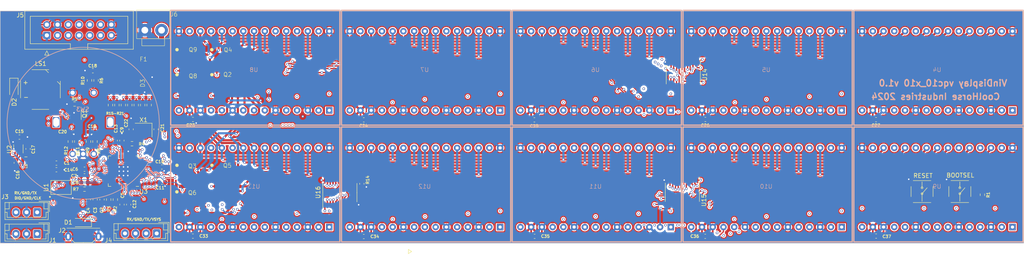
<source format=kicad_pcb>
(kicad_pcb (version 20221018) (generator pcbnew)
  (layers (0 "F.Cu" signal) (1 "In1.Cu" signal) (2 "In2.Cu" signal) (31 "B.Cu" signal) (34 "B.Paste" user) (35 "F.Paste" user) (36 "B.SilkS" user "B.Silkscreen") (37 "F.SilkS" user "F.Silkscreen") (38 "B.Mask" user) (39 "F.Mask" user) (44 "Edge.Cuts" user))
  (net 0 "")
  (net 1 "Net-(C22-Pad1)")
  (net 2 "GND")
  (net 3 "VSYS")
  (net 4 "Net-(U3-XIN)")
  (net 5 "1V1")
  (net 6 "3V3")
  (net 7 "Net-(U2-CFF)")
  (net 8 "Net-(U3-ADC_AVDD)")
  (net 9 "KNOB_SW")
  (net 10 "ENC_A")
  (net 11 "ENC_B")
  (net 12 "VBUS")
  (net 13 "Net-(D2-A)")
  (net 14 "SWCLK")
  (net 15 "SWDIO")
  (net 16 "USB_DP")
  (net 18 "UART0_TX")
  (net 19 "UART0_RX")
  (net 20 "UART1_TX")
  (net 21 "UART1_RX")
  (net 22 "GP28")
  (net 23 "GP29")
  (net 24 "SPEAKER")
  (net 25 "Net-(U2-SW)")
  (net 26 "Net-(R1-Pad1)")
  (net 27 "Net-(U1-CS)")
  (net 28 "Net-(U3-XOUT)")
  (net 29 "Net-(R8-Pad2)")
  (net 30 "Net-(R10-Pad1)")
  (net 31 "Net-(R11-Pad1)")
  (net 32 "Net-(U3-RUN)")
  (net 33 "QSPI_SD1")
  (net 34 "QSPI_SD2")
  (net 35 "QSPI_SD0")
  (net 36 "QSPI_SCLK")
  (net 37 "QSPI_SD3")
  (net 39 "DISP_R1")
  (net 40 "USB_D+")
  (net 41 "USB_D-")
  (net 42 "USB_DN")
  (net 43 "DISP_VCC")
  (net 44 "DRV_R1")
  (net 45 "DISP_R2")
  (net 46 "DRV_R2")
  (net 47 "DISP_R3")
  (net 48 "DRV_R3")
  (net 49 "DISP_R4")
  (net 50 "DRV_R4")
  (net 51 "DISP_R5")
  (net 52 "DRV_R5")
  (net 53 "DISP_R6")
  (net 54 "DRV_R6")
  (net 55 "DISP_R7")
  (net 56 "DRV_R7")
  (net 57 "Net-(U16-Y10)")
  (net 58 "DISP_C_E1")
  (net 59 "DISP_C_E2")
  (net 60 "DISP_C_E3")
  (net 61 "DISP_C_A0")
  (net 62 "DISP_C_A1")
  (net 63 "DISP_C_A2")
  (net 64 "GP18")
  (net 65 "DISP_C_A3")
  (net 66 "DISP_D1")
  (net 67 "DISP_D2")
  (net 68 "DISP_D3")
  (net 69 "DISP_D4")
  (net 70 "DISP_D5")
  (net 71 "DISP_C1")
  (net 72 "DISP_C2")
  (net 74 "DISP_C3")
  (net 75 "DISP_C4")
  (net 76 "DISP_C5")
  (net 77 "DISP_C6")
  (net 79 "DISP_C7")
  (net 80 "DISP_C8")
  (net 81 "DISP_C9")
  (net 82 "DISP_C10")
  (net 84 "DISP_C11")
  (net 85 "DISP_C12")
  (net 86 "DISP_C13")
  (net 87 "DISP_C14")
  (net 89 "DISP_C15")
  (net 90 "DISP_C16")
  (net 91 "DISP_C17")
  (net 92 "DISP_C18")
  (net 94 "DISP_C19")
  (net 95 "DISP_C20")
  (net 96 "DISP_C21")
  (net 97 "DISP_C22")
  (net 99 "DISP_C23")
  (net 100 "DISP_C24")
  (net 101 "DISP_C25")
  (net 102 "DISP_C26")
  (net 104 "DISP_C27")
  (net 105 "DISP_C28")
  (net 106 "Net-(J6-Pin_1)")
  (net 107 "DISP_C29")
  (net 108 "DISP_C30")
  (net 110 "DISP_C31")
  (net 111 "DISP_C32")
  (net 112 "DISP_C33")
  (net 113 "DISP_C34")
  (net 115 "DISP_C35")
  (net 116 "DISP_C36")
  (net 117 "DISP_C37")
  (net 118 "DISP_C38")
  (net 120 "DISP_C39")
  (net 121 "DISP_C40")
  (footprint "components:SOIC8_150mil" (layer "F.Cu") (at 44.513 95.664531)
    (fp_text reference "U1")
    (fp_text value "W25Q16JVSNIQ")
  )
  (footprint "components:TS18_TACTILE_SWITCH" (layer "F.Cu") (at 249.935571 94.156907)
    (fp_text reference "SW1" hide)
    (fp_text value "SW_RESET" hide)
  )
  (footprint "Connector_JST:JST_EH_B4B-EH-A_1x04_P2.50mm_Vertical" (layer "F.Cu") (at 68.996047 104.062931 180)
    (fp_text reference "J4")
    (fp_text value "IF_UART" hide)
  )
  (footprint "Capacitor_SMD:C_0603_1608Metric" (layer "F.Cu") (at 77.565047 77.067531)
    (fp_text reference "C23")
    (fp_text value "0.1u" hide)
  )
  (footprint "Package_DFN_QFN:Micrel_MLF-8-1EP_2x2mm_P0.5mm_EP0.6x1.2mm" (layer "F.Cu") (at 36.298247 84.043731 90)
    (fp_text reference "U2")
    (fp_text value "MIC23050-SYML")
  )
  (footprint "Capacitor_SMD:C_0603_1608Metric" (layer "F.Cu") (at 70.227955 91.930731)
    (fp_text reference "C11")
    (fp_text value "100n" hide)
  )
  (footprint "Capacitor_SMD:C_0603_1608Metric" (layer "F.Cu") (at 117.951047 104.804331)
    (fp_text reference "C34")
    (fp_text value "0.1u" hide)
  )
  (footprint "Capacitor_SMD:C_0603_1608Metric" (layer "F.Cu") (at 60.792154 97.239333 -90)
    (fp_text reference "C5")
    (fp_text value "100n" hide)
  )
  (footprint "Resistor_SMD:R_0603_1608Metric" (layer "F.Cu") (at 59.5884 73.66 90)
    (fp_text reference "R17" hide)
    (fp_text value "100K" hide)
  )
  (footprint "Resistor_SMD:R_0603_1608Metric" (layer "F.Cu") (at 52.884447 82.304131 90)
    (fp_text reference "R9")
    (fp_text value "10K" hide)
  )
  (footprint "components:SO8_MOSFET_S3G1D4" (layer "F.Cu") (at 74.229317 88.71645 -90)
    (fp_text reference "Q3")
    (fp_text value "SQ4435EY")
  )
  (footprint "Crystal:Crystal_SMD_Abracon_ABM8AIG-4Pin_3.2x2.5mm" (layer "F.Cu") (at 65.887754 79.617931 180)
    (fp_text reference "X1")
    (fp_text value "12MHz")
  )
  (footprint "components:SO8_MOSFET_S3G1D4" (layer "F.Cu") (at 74.206294 95.007453 -90)
    (fp_text reference "Q6")
    (fp_text value "SQ4435EY")
  )
  (footprint "Capacitor_SMD:C_0603_1608Metric" (layer "F.Cu") (at 56.067754 96.045531 -90)
    (fp_text reference "C2")
    (fp_text value "2u2" hide)
  )
  (footprint "Package_TO_SOT_SMD:SOT-23" (layer "F.Cu") (at 49.582447 76.462131 -90)
    (fp_text reference "Q1")
    (fp_text value "BSS138")
  )
  (footprint "components:BUZZER_CMT-8504" (layer "F.Cu") (at 41.505247 69.985131)
    (fp_text reference "LS1")
    (fp_text value "SPEAKER")
  )
  (footprint "components:SO8_MOSFET_S3G1D4" (layer "F.Cu") (at 74.231694 61.327053 -90)
    (fp_text reference "Q9")
    (fp_text value "SQ4435EY")
  )
  (footprint "Resistor_SMD:R_0603_1608Metric" (layer "F.Cu") (at 67.2084 73.66 90)
    (fp_text reference "R19" hide)
    (fp_text value "100K" hide)
  )
  (footprint "components:SO8_MOSFET_S3G1D4" (layer "F.Cu") (at 82.458917 61.33525 -90)
    (fp_text reference "Q4")
    (fp_text value "SQ4435EY")
  )
  (footprint "Resistor_SMD:R_0603_1608Metric" (layer "F.Cu") (at 53.112468 67.820581 90)
    (fp_text reference "R10")
    (fp_text value "1K" hide)
  )
  (footprint "Capacitor_SMD:C_0603_1608Metric" (layer "F.Cu") (at 52.841956 96.045533 -90)
    (fp_text reference "C4")
    (fp_text value "2u2" hide)
  )
  (footprint "Package_SO:TSSOP-24_4.4x7.8mm_P0.65mm" (layer "F.Cu") (at 193.490047 66.468031 -90)
    (fp_text reference "U14")
    (fp_text value "74HCT154")
  )
  (footprint "Capacitor_SMD:C_0603_1608Metric" (layer "F.Cu") (at 198.672247 104.753531)
    (fp_text reference "C36")
    (fp_text value "0.1u" hide)
  )
  (footprint "Connector_JST:JST_EH_B3B-EH-A_1x03_P2.50mm_Vertical" (layer "F.Cu") (at 40.735047 99.063931 180)
    (fp_text reference "J3")
    (fp_text value "DEBUG_UART" hide)
  )
  (footprint "Capacitor_SMD:C_0603_1608Metric" (layer "F.Cu") (at 53.670536 80.001191 180)
    (fp_text reference "C19")
    (fp_text value "10n" hide)
  )
  (footprint "Capacitor_SMD:C_0603_1608Metric" (layer "F.Cu") (at 77.552047 104.702731)
    (fp_text reference "C33")
    (fp_text value "0.1u" hide)
  )
  (footprint "Capacitor_SMD:C_0603_1608Metric" (layer "F.Cu") (at 38.584247 84.043731 90)
    (fp_text reference "C17")
    (fp_text value "560pF" hide)
  )
  (footprint "Resistor_SMD:R_0603_1608Metric" (layer "F.Cu") (at 264.204247 94.910531 90)
    (fp_text reference "R1")
    (fp_text value "1K" hide)
  )
  (footprint "Resistor_SMD:R_0603_1608Metric" (layer "F.Cu") (at 54.408447 82.304131 -90)
    (fp_text reference "R8")
    (fp_text value "10K" hide)
  )
  (footprint "Capacitor_SMD:C_0603_1608Metric" (layer "F.Cu") (at 35.790247 87.345731 -90)
    (fp_text reference "C16")
    (fp_text value "4.7uF" hide)
  )
  (footprint "components:SO8_MOSFET_S3G1D4" (layer "F.Cu") (at 82.484317 88.71645 -90)
    (fp_text reference "Q5")
    (fp_text value "SQ4435EY")
  )
  (footprint "Package_SO:TSSOP-24_4.4x7.8mm_P0.65mm" (layer "F.Cu") (at 112.301247 94.408031 90)
    (fp_text reference "U16")
    (fp_text value "74HCT154")
  )
  (footprint "Package_SO:TSSOP-24_4.4x7.8mm_P0.65mm" (layer "F.Cu") (at 193.268447 94.321831 -90)
    (fp_text reference "U15")
    (fp_text value "74HCT154")
  )
  (footprint "Diode_SMD:D_SOD-123" (layer "F.Cu") (at 35.231447 69.553331 -90)
    (fp_text reference "D2")
    (fp_text value "D")
  )
  (footprint "components:TS18_TACTILE_SWITCH" (layer "F.Cu") (at 258.870247 94.148531)
    (fp_text reference "SW2" hide)
    (fp_text value "BOOTSEL" hide)
  )
  (footprint "Capacitor_SMD:C_0603_1608Metric" (layer "F.Cu") (at 60.766755 82.075533 90)
    (fp_text reference "C9")
    (fp_text value "100n" hide)
  )
  (footprint "Capacitor_SMD:C_0603_1608Metric" (layer "F.Cu") (at 51.927554 88.857332 180)
    (fp_text reference "C6")
    (fp_text value "100n" hide)
  )
  (footprint "Capacitor_SMD:C_0603_1608Metric" (layer "F.Cu") (at 62.366954 97.239331 -90)
    (fp_text reference "C12")
    (fp_text value "100n" hide)
  )
  (footprint "Package_DFN_QFN:QFN-56-1EP_7x7mm_P0.4mm_EP3.2x3.2mm" (layer "F.Cu") (at 61.147755 89.314532 180)
    (fp_text reference "U3")
    (fp_text value "RP2040")
  )
  (footprint "Capacitor_SMD:C_0603_1608Metric" (layer "F.Cu") (at 239.058247 77.118331)
    (fp_text reference "C27")
    (fp_text value "0.1u" hide)
  )
  (footprint "Capacitor_SMD:C_0603_1608Metric" (layer "F.Cu") (at 62.951155 79.408532 90)
    (fp_text reference "C22")
    (fp_text value "19p" hide)
  )
  (footprint "Capacitor_SMD:C_0603_1608Metric" (layer "F.Cu") (at 198.710047 77.067531)
    (fp_text reference "C26")
    (fp_text value "0.1u" hide)
  )
  (footprint "Resistor_SMD:R_0603_1608Metric" (layer "F.Cu") (at 65.6844 73.66 90)
    (fp_text reference "R18" hide)
    (fp_text value "100K" hide)
  )
  (footprint "Capacitor_SMD:C_0603_1608Metric" (layer "F.Cu") (at 49.312547 80.007541)
    (fp_text reference "C20")
    (fp_text value "10n" hide)
  )
  (footprint "components:Diode_TO252" (layer "F.Cu") (at 61.363047 68.329931 90)
    (fp_text reference "D3")
    (fp_text value "D")
  )
  (footprint "Resistor_SMD:R_0603_1608Metric" (layer "F.Cu") (at 51.927554 93.581733)
    (fp_text reference "R7")
    (fp_text value "200R" hide)
  )
  (footprint "Resistor_SMD:R_0603_1608Metric" (layer "F.Cu") (at 64.1604 73.66 90)
    (fp_text reference "R16" hide)
    (fp_text value "100K" hide)
  )
  (footprint "Capacitor_SMD:C_0603_1608Metric" (layer "F.Cu") (at 53.900447 65.540131 180)
    (fp_text reference "C18")
    (fp_text value "10n" hide)
  )
  (footprint "Capacitor_SMD:C_0603_1608Metric" (layer "F.Cu") (at 70.215555 88.323932)
    (fp_text reference "C10")
    (fp_text value "100n" hide)
  )
  (footprint "Resistor_SMD:R_0603_1608Metric" (layer "F.Cu") (at 63.154355 82.81833)
    (fp_text reference "R4")
    (fp_text value "1K" hide)
  )
  (footprint "Connector_JST:JST_EH_B3B-EH-A_1x03_P2.50mm_Vertical" (layer "F.Cu") (at 40.719677 104.173237 180)
    (fp_text reference "J1")
    (fp_text value "DEBUG" hide)
  )
  (footprint "Capacitor_SMD:C_0603_1608Metric" (layer "F.Cu") (at 54.442153 96.045532 -90)
    (fp_text reference "C3")
    (fp_text value "2u2" hide)
  )
  (footprint "Resistor_SMD:R_0603_1608Metric" (layer "F.Cu") (at 61.1124 73.66 90)
    (fp_text reference "R20" hide)
    (fp_text value "100K" hide)
  )
  (footprint "Capacitor_SMD:C_0603_1608Metric" (layer "F.Cu") (at 117.5004 92.3036 90)
    (fp_text reference "R14")
    (fp_text value "10K" hide)
  )
  (footprint "components:SO8_MOSFET_S3G1D4" (layer "F.Cu") (at 82.484317 67.25345 -90)
    (fp_text reference "Q2")
    (fp_text value "SQ4435EY")
  )
  (footprint "Capacitor_SMD:C_0603_1608Metric" (layer "F.Cu") (at 239.0778 104.6988)
    (fp_text reference "C37")
    (fp_text value "0.1u" hide)
  )
  (footprint "components:Conn_2x3_96" (layer "F.Cu") (at 70.147047 55.925931 180)
    (fp_text reference "J6")
    (fp_text value "Conn_01x02")
  )
  (footprint "Resistor_SMD:R_0603_1608Metric" (layer "F.Cu") (at 59.217354 96.045532 90)
    (fp_text reference "R2")
    (fp_text value "27R" hide)
  )
  (footprint "Capacitor_SMD:C_0603_1608Metric" (layer "F.Cu") (at 158.286247 77.169131)
    (fp_text reference "C25")
    (fp_text value "0.1u" hide)
  )
  (footprint "Capacitor_SMD:C_0603_1608Metric" (layer "F.Cu") (at 51.927554 92.006931 180)
    (fp_text reference "C8")
    (fp_text value "100n" hide)
  )
  (footprint "Connector_IDC:IDC-Header_2x07_P2.54mm_Vertical" (layer "F.Cu") (at 43.021047 57.153931 90)
    (fp_text reference "J5")
    (fp_text value "AUX_CONNECTOR" hide)
  )
  (footprint "Capacitor_SMD:C_0603_1608Metric" (layer "F.Cu") (at 45.289847 87.409531)
    (fp_text reference "C1")
    (fp_text value "2u2" hide)
  )
  (footprint "Resistor_SMD:R_0603_1608Metric" (layer "F.Cu") (at 54.662447 67.826131 90)
    (fp_text reference "R6")
    (fp_text value "10K" hide)
  )
  (footprint "Capacitor_SMD:C_0603_1608Metric" (layer "F.Cu") (at 68.843954 79.408531 -90)
    (fp_text reference "C21")
    (fp_text value "19p" hide)
  )
  (footprint "Capacitor_SMD:C_0603_1608Metric" (layer "F.Cu") (at 158.337047 104.753531)
    (fp_text reference "C35")
    (fp_text value "0.1u" hide)
  )
  (footprint "Capacitor_SMD:C_0603_1608Metric" (layer "F.Cu") (at 59.191954 82.075531 90)
    (fp_text reference "C13")
    (fp_text value "100n" hide)
  )
  (footprint "Resistor_SMD:R_0603_1608Metric" (layer "F.Cu") (at 49.582447 73.414131)
    (fp_text reference "R5")
    (fp_text value "100K" hide)
  )
  (footprint "components:GCT_USB3140" (layer "F.Cu") (at 51.657047 103.924931)
    (fp_text reference "J2")
    (fp_text value "USB_B_Micro")
  )
  (footprint "Resistor_SMD:R_0603_1608Metric" (layer "F.Cu") (at 57.642556 96.045531 90)
    (fp_text reference "R3")
    (fp_text value "27R" hide)
  )
  (footprint "Resistor_SMD:R_0603_1608Metric" (layer "F.Cu") (at 62.6364 73.66 90)
    (fp_text reference "R15" hide)
    (fp_text value "100K" hide)
  )
  (footprint "components:SO8_MOSFET_S3G1D4" (layer "F.Cu") (at 74.229317 67.25345 -90)
    (fp_text reference "Q8")
    (fp_text value "SQ4435EY")
  )
  (footprint "components:Fuse_2410" (layer "F.Cu") (at 61.344047 62.868931)
    (fp_text reference "F1")
    (fp_text value "10A")
  )
  (footprint "Resistor_SMD:R_0603_1608Metric" (layer "F.Cu") (at 50.090447 82.298467 90)
    (fp_text reference "R11")
    (fp_text value "10K" hide)
  )
  (footprint "Capacitor_SMD:C_0603_1608Metric" (layer "F.Cu") (at 117.951047 77.169131)
    (fp_text reference "C24")
    (fp_text value "0.1u" hide)
  )
  (footprint "Resistor_SMD:R_0603_1608Metric" (layer "F.Cu") (at 48.566447 82.304131 -90)
    (fp_text reference "R12")
    (fp_text value "10K" hide)
  )
  (footprint "components:Inductor_0806" (layer "F.Cu") (at 38.076247 86.837732 180)
    (fp_text reference "L1")
    (fp_text value "2.2uH")
  )
  (footprint "Capacitor_SMD:C_0603_1608Metric" (layer "F.Cu") (at 45.289847 88.984331)
    (fp_text reference "C14")
    (fp_text value "100n" hide)
  )
  (footprint "Capacitor_SMD:C_0603_1608Metric" (layer "F.Cu") (at 36.552247 81.249731)
    (fp_text reference "C15")
    (fp_text value "4.7uF" hide)
  )
  (footprint "Diode_SMD:D_SOD-123F" (layer "F.Cu") (at 51.3812 101.4984 180)
    (fp_text reference "D1")
    (fp_text value "MBR1020VL")
  )
  (footprint "Capacitor_SMD:C_0603_1608Metric" (layer "F.Cu") (at 51.927556 90.432132 180)
    (fp_text reference "C7")
    (fp_text value "100n" hide)
  )
  (footprint "Resistor_SMD:R_0603_1608Metric" (layer "F.Cu") (at 58.0644 73.66 90)
    (fp_text reference "R21" hide)
    (fp_text value "100K" hide)
  )
  (footprint "components:VQC10" (layer "B.Cu") (at 230.929047 74.919931 180)
    (fp_text reference "U5")
    (fp_text value "VQC10")
  )
  (footprint "components:VQC10" (layer "B.Cu") (at 190.543047 74.919931 180)
    (fp_text reference "U6")
    (fp_text value "VQC10")
  )
  (footprint "components:PEC11H_Encoder" (layer "B.Cu") (at 51.614447 85.236131 180)
    (fp_text reference "SW3")
    (fp_text value "KNOB")
  )
  (footprint "components:VQC10" (layer "B.Cu") (at 190.543047 102.559931 180)
    (fp_text reference "U11")
    (fp_text value "VQC10")
  )
  (footprint "components:VQC10" (layer "B.Cu") (at 109.797047 102.559931 180)
    (fp_text reference "U13")
    (fp_text value "VQC10")
  )
  (footprint "components:VQC10" (layer "B.Cu") (at 230.929047 102.559931 180)
    (fp_text reference "U10")
    (fp_text value "VQC10")
  )
  (footprint "components:VQC10" (layer "B.Cu") (at 271.315047 102.559931 180)
    (fp_text reference "U9")
    (fp_text value "VQC10")
  )
  (footprint "components:VQC10" (layer "B.Cu") (at 109.797047 74.919931 180)
    (fp_text reference "U8")
    (fp_text value "VQC10")
  )
  (footprint "components:VQC10" (layer "B.Cu") (at 150.183047 102.559931 180)
    (fp_text reference "U12")
    (fp_text value "VQC10")
  )
  (footprint "components:VQC10" (layer "B.Cu") (at 271.315047 74.919931 180)
    (fp_text reference "U4")
    (fp_text value "VQC10")
  )
  (footprint "components:VQC10" (layer "B.Cu") (at 150.183047 74.919931 180)
    (fp_text reference "U7")
    (fp_text value "VQC10")
  )
  (gr_circle (center 51.614447 77.986131) (end 69.614447 77.986131) (stroke (width 0.15)) (fill none) (layer "B.SilkS"))
  (gr_line (start 129.262247 108.361331) (end 128.500247 107.853331) (stroke (width 0.15)) (layer "F.SilkS"))
  (gr_line (start 128.500247 107.853331) (end 128.500247 108.843931) (stroke (width 0.15)) (layer "F.SilkS"))
  (gr_line (start 128.500247 108.843931) (end 129.262247 108.361331) (stroke (width 0.15)) (layer "F.SilkS"))
  (gr_rect locked (start 32 51.3752) (end 274 106.3752) (stroke (width 0.1)) (fill none) (layer "Edge.Cuts"))
  (gr_text "CoolHorse Industries 2024" (at 268.5288 72.5424) (layer "B.SilkS") (effects (font (size 1.5 1.5) (thickness 0.3) bold) (justify left bottom mirror)))
  (gr_text "VinDisplay vqc10_x10 v1.0" (at 270.2288 69.3424) (layer "B.SilkS") (effects (font (size 1.5 1.5) (thickness 0.3) bold) (justify left bottom mirror)))
  (gr_text "BOOTSEL" (at 255.6256 90.8812) (layer "F.SilkS") (effects (font (size 1 1)) (justify left bottom)))
  (gr_text "RX/GND/TX" (at 35.2552 94.8436) (layer "F.SilkS") (effects (font (size 0.6 0.6) (thickness 0.15) bold) (justify left bottom)))
  (gr_text "RESET" (at 247.8024 90.9828) (layer "F.SilkS") (effects (font (size 1 1)) (justify left bottom)))
  (gr_text "RX/GND/TX/VSYS" (at 61.8236 101.092) (layer "F.SilkS") (effects (font (size 0.6 0.6) (thickness 0.15) bold) (justify left bottom)))
  (gr_text "R15-R21" (at 56.9468 75.9968) (layer "F.SilkS") (effects (font (size 0.6 0.6)) (justify left bottom)))
  (gr_text "DIO/GND/CLK" (at 35.306 96.0628) (layer "F.SilkS") (effects (font (size 0.6 0.6) (thickness 0.15) bold) (justify left bottom)))
  (segment (start 62.951155 80.183533) (end 62.329355 80.805333) (width 0.15) (layer "F.Cu") (net 1))
  (segment (start 62.329355 80.805333) (end 62.329355 82.818333) (width 0.15) (layer "F.Cu") (net 1))
  (segment (start 63.185555 80.417933) (end 64.787754 80.417931) (width 0.15) (layer "F.Cu") (net 1))
  (segment (start 116.726931 97.270531) (end 116.7384 97.282) (width 0.3) (layer "F.Cu") (net 2))
  (segment (start 62.147755 84.756151) (end 62.272711 84.631195) (width 0.15) (layer "F.Cu") (net 2))
  (segment (start 70.990555 89.013823) (end 70.766047 89.238331) (width 0.3) (layer "F.Cu") (net 2))
  (segment (start 79.317047 103.712731) (end 78.327047 104.702731) (width 0.4) (layer "F.Cu") (net 2))
  (segment (start 188.995331 91.459331) (end 188.976 91.44) (width 0.3) (layer "F.Cu") (net 2))
  (segment (start 70.990555 88.323932) (end 70.990555 89.013823) (width 0.3) (layer "F.Cu") (net 2))
  (segment (start 56.067754 97.095238) (end 56.618247 97.645731) (width 0.3) (layer "F.Cu") (net 2))
  (segment (start 35.216247 84.056131) (end 36.285847 84.056131) (width 0.3) (layer "F.Cu") (net 2))
  (segment (start 37.327247 81.249731) (end 38.429047 81.249731) (width 0.3) (layer "F.Cu") (net 2))
  (segment (start 36.548247 83.793731) (end 36.298247 84.043731) (width 0.3) (layer "F.Cu") (net 2))
  (segment (start 46.064847 88.984331) (end 47.144047 88.984331) (width 0.3) (layer "F.Cu") (net 2))
  (segment (start 60.766755 80.382039) (end 60.758447 80.373731) (width 0.3) (layer "F.Cu") (net 2))
  (segment (start 159.061247 77.169131) (end 159.061247 75.921731) (width 0.4) (layer "F.Cu") (net 2))
  (segment (start 189.779447 63.469931) (end 189.915047 63.605531) (width 0.3) (layer "F.Cu") (net 2))
  (segment (start 60.792154 98.014333) (end 62.366952 98.014333) (width 0.3) (layer "F.Cu") (net 2))
  (segment (start 60.766755 81.300533) (end 60.766755 80.382039) (width 0.3) (layer "F.Cu") (net 2))
  (segment (start 240.835047 103.716553) (end 239.8528 104.6988) (width 0.4) (layer "F.Cu") (net 2))
  (segment (start 35.548247 82.914931) (end 35.038447 82.405131) (width 0.3) (layer "F.Cu") (net 2))
  (segment (start 199.485047 77.067531) (end 199.485047 75.883931) (width 0.4) (layer "F.Cu") (net 2))
  (segment (start 35.548247 83.068731) (end 35.548247 83.724131) (width 0.3) (layer "F.Cu") (net 2))
  (segment (start 262.020247 92.248531) (end 255.720247 92.248531) (width 0.4) (layer "F.Cu") (net 2))
  (segment (start 52.957047 103.924931) (end 54.342047 103.924931) (width 0.4) (layer "F.Cu") (net 2))
  (segment (start 67.913047 70.615931) (end 66.145531 70.615931) (width 0.8) (layer "F.Cu") (net 2))
  (segment (start 255.720247 91.294553) (end 255.7272 91.2876) (width 0.3) (layer "F.Cu") (net 2))
  (segment (start 239.833247 77.118331) (end 239.833247 75.921731) (width 0.4) (layer "F.Cu") (net 2))
  (segment (start 52.841956 96.820533) (end 54.442152 96.820533) (width 0.3) (layer "F.Cu") (net 2))
  (segment (start 46.064847 87.409531) (end 46.064847 88.984331) (width 0.3) (layer "F.Cu") (net 2))
  (segment (start 62.366954 98.568438) (end 62.663447 98.864931) (width 0.3) (layer "F.Cu") (net 2))
  (segment (start 200.449047 102.559931) (end 200.449047 103.751731) (width 0.4) (layer "F.Cu") (net 2))
  (segment (start 160.063047 103.802531) (end 159.112047 104.753531) (width 0.4) (layer "F.Cu") (net 2))
  (segment (start 62.366954 98.014331) (end 62.366954 98.568438) (width 0.3) (layer "F.Cu") (net 2))
  (segment (start 199.485047 75.883931) (end 200.449047 74.919931) (width 0.4) (layer "F.Cu") (net 2))
  (segment (start 118.726047 75.896931) (end 119.703047 74.919931) (width 0.4) (layer "F.Cu") (net 2))
  (segment (start 51.152556 90.432132) (end 50.242848 90.432132) (width 0.3) (layer "F.Cu") (net 2))
  (segment (start 67.913047 67.049447) (end 67.9196 67.056) (width 0.8) (layer "F.Cu") (net 2))
  (segment (start 246.785571 92.256907) (end 253.085571 92.256907) (width 0.4) (layer "F.Cu") (net 2))
  (segment (start 71.002955 91.930731) (end 71.002955 92.827045) (width 0.3) (layer "F.Cu") (net 2))
  (segment (start 35.790247 88.866931) (end 35.419447 89.237731) (width 0.3) (layer "F.Cu") (net 2))
  (segment (start 49.974037 80.007541) (end 49.404647 80.576931) (width 0.3) (layer "F.Cu") (net 2))
  (segment (start 52.943707 80.001191) (end 53.570247 80.627731) (width 0.3) (layer "F.Cu") (net 2))
  (segment (start 71.002955 92.827045) (end 70.959691 92.870309) (width 0.3) (layer "F.Cu") (net 2))
  (segment (start 246.785571 92.256907) (end 246.785571 91.237629) (width 0.3) (layer "F.Cu") (net 2))
  (segment (start 160.063047 102.559931) (end 160.063047 103.802531) (width 0.4) (layer "F.Cu") (net 2))
  (segment (start 246.785571 91.237629) (end 246.7864 91.2368) (width 0.3) (layer "F.Cu") (net 2))
  (segment (start 36.548247 83.068731) (end 36.548247 83.793731) (width 0.3) (layer "F.Cu") (net 2))
  (segment (start 62.147755 85.877032) (end 62.147755 84.756151) (width 0.15) (layer "F.Cu") (net 2))
  (segment (start 62.951155 78.633532) (end 62.951155 76.800639) (width 0.15) (layer "F.Cu") (net 2))
  (segment (start 35.548247 83.068731) (end 35.548247 82.914931) (width 0.3) (layer "F.Cu") (net 2))
  (segment (start 35.548247 83.724131) (end 35.216247 84.056131) (width 0.3) (layer "F.Cu") (net 2))
  (segment (start 51.152554 88.857332) (end 51.152554 90.43213) (width 0.3) (layer "F.Cu") (net 2))
  (segment (start 159.061247 75.921731) (end 160.063047 74.919931) (width 0.4) (layer "F.Cu") (net 2))
  (segment (start 66.145531 70.615931) (end 66.1416 70.612) (width 0.8) (layer "F.Cu") (net 2))
  (segment (start 119.703047 102.559931) (end 119.703047 103.827331) (width 0.4) (layer "F.Cu") (net 2))
  (segment (start 79.317047 102.559931) (end 79.317047 103.712731) (width 0.4) (layer "F.Cu") (net 2))
  (segment (start 52.097047 65.540131) (end 52.046247 65.489331) (width 0.3) (layer "F.Cu") (net 2))
  (segment (start 35.790247 88.120731) (end 35.790247 88.866931) (width 0.3) (layer "F.Cu") (net 2))
  (segment (start 117.5004 93.0786) (end 118.5542 93.0786) (width 0.3) (layer "F.Cu") (net 2))
  (segment (start 115.876247 97.270531) (end 116.726931 97.270531) (width 0.3) (layer "F.Cu") (net 2))
  (segment (start 51.152556 90.432132) (end 51.152556 92.006929) (width 0.3) (layer "F.Cu") (net 2))
  (segment (start 62.951155 76.800639) (end 62.942847 76.792331) (width 0.15) (layer "F.Cu") (net 2))
  (segment (start 240.835047 102.559931) (end 240.835047 103.716553) (width 0.4) (layer "F.Cu") (net 2))
  (segment (start 189.693447 91.459331) (end 188.995331 91.459331) (width 0.3) (layer "F.Cu") (net 2))
  (segment (start 54.442153 96.820532) (end 56.067753 96.820532) (width 0.3) (layer "F.Cu") (net 2))
  (segment (start 200.449047 103.751731) (end 199.447247 104.753531) (width 0.4) (layer "F.Cu") (net 2))
  (segment (start 189.23 63.469931) (end 189.779447 63.469931) (width 0.3) (layer "F.Cu") (net 2))
  (segment (start 48.323 95.664531) (end 49.150647 95.664531) (width 0.15) (layer "F.Cu") (net 2))
  (segment (start 53.125447 65.540131) (end 52.097047 65.540131) (width 0.3) (layer "F.Cu") (net 2))
  (segment (start 119.703047 103.827331) (end 118.726047 104.804331) (width 0.4) (layer "F.Cu") (net 2))
  (segment (start 255.720247 92.248531) (end 255.720247 91.294553) (width 0.3) (layer "F.Cu") (net 2))
  (segment (start 78.340047 77.920753) (end 78.3336 77.9272) (width 0.3) (layer "F.Cu") (net 2))
  (segment (start 78.340047 77.067531) (end 78.340047 77.920753) (width 0.3) (layer "F.Cu") (net 2))
  (segment (start 118.5542 93.0786) (end 118.5672 93.0656) (width 0.3) (layer "F.Cu") (net 2))
  (segment (start 67.913047 66.043931) (end 67.913047 67.049447) (width 0.8) (layer "F.Cu") (net 2))
  (segment (start 118.726047 77.169131) (end 118.726047 75.896931) (width 0.4) (layer "F.Cu") (net 2))
  (segment (start 50.242848 90.432132) (end 50.242847 90.432131) (width 0.3) (layer "F.Cu") (net 2))
  (segment (start 38.429047 81.249731) (end 38.442047 81.236731) (width 0.3) (layer "F.Cu") (net 2))
  (segment (start 54.342047 103.924931) (end 55.232047 104.814931) (width 0.4) (layer "F.Cu") (net 2))
  (segment (start 59.191954 81.300531) (end 60.766753 81.300531) (width 0.3) (layer "F.Cu") (net 2))
  (segment (start 47.779047 73.439531) (end 48.732047 73.439531) (width 0.3) (layer "F.Cu") (net 2))
  (segment (start 239.833247 75.921731) (end 240.835047 74.919931) (width 0.4) (layer "F.Cu") (net 2))
  (segment (start 49.455447 75.496931) (end 48.660147 75.496931) (width 0.3) (layer "F.Cu") (net 2))
  (via (at 62.163755 88.323933) (size 0.6) (drill 0.35) (layers "F.Cu" "B.Cu") (net 2))
  (via (at 56.618247 97.645731) (size 0.6) (drill 0.35) (layers "F.Cu" "B.Cu") (net 2))
  (via (at 62.272711 84.631195) (size 0.6) (drill 0.35) (layers "F.Cu" "B.Cu") (net 2))
  (via (at 49.455447 75.496931) (size 0.6) (drill 0.35) (layers "F.Cu" "B.Cu") (net 2))
  (via (at 60.131755 88.32393) (size 0.6) (drill 0.35) (layers "F.Cu" "B.Cu") (net 2))
  (via (at 246.7864 91.2368) (size 0.6) (drill 0.35) (layers "F.Cu" "B.Cu") (net 2))
  (via (at 47.779047 73.439531) (size 0.6) (drill 0.35) (layers "F.Cu" "B.Cu") (net 2))
  (via (at 38.442047 81.236731) (size 0.6) (drill 0.35) (layers "F.Cu" "B.Cu") (net 2))
  (via (at 61.147755 88.323932) (size 0.6) (drill 0.35) (layers "F.Cu" "B.Cu") (net 2))
  (via (at 53.570247 80.627731) (size 0.6) (drill 0.35) (layers "F.Cu" "B.Cu") (net 2))
  (via (at 70.959691 92.870309) (size 0.6) (drill 0.35) (layers "F.Cu" "B.Cu") (net 2))
  (via (at 62.163755 90.35593) (size 0.6) (drill 0.35) (layers "F.Cu" "B.Cu") (net 2))
  (via (at 49.150647 95.664531) (size 0.6) (drill 0.35) (layers "F.Cu" "B.Cu") (net 2))
  (via (at 50.242847 90.432131) (size 0.6) (drill 0.35) (layers "F.Cu" "B.Cu") (net 2))
  (via (at 35.038447 82.405131) (size 0.6) (drill 0.35) (layers "F.Cu" "B.Cu") (net 2))
  (via (at 35.216247 84.056131) (size 0.6) (drill 0.35) (layers "F.Cu" "B.Cu") (net 2))
  (via (at 189.23 63.469931) (size 0.6) (drill 0.35) (layers "F.Cu" "B.Cu") (net 2))
  (via (at 78.3336 77.9272) (size 0.6) (drill 0.35) (layers "F.Cu" "B.Cu") (net 2))
  (via (at 62.942847 76.792331) (size 0.6) (drill 0.35) (layers "F.Cu" "B.Cu") (net 2))
  (via (at 67.9196 67.056) (size 0.6) (drill 0.35) (layers "F.Cu" "B.Cu") (net 2))
  (via (at 66.1416 70.612) (size 0.6) (drill 0.35) (layers "F.Cu" "B.Cu") (net 2))
  (via (at 62.163755 89.339932) (size 0.6) (drill 0.35) (layers "F.Cu" "B.Cu") (net 2))
  (via (at 188.976 91.44) (size 0.6) (drill 0.35) (layers "F.Cu" "B.Cu") (net 2))
  (via (at 35.419447 89.237731) (size 0.6) (drill 0.35) (layers "F.Cu" "B.Cu") (net 2))
  (via (at 116.7384 97.282) (size 0.6) (drill 0.35) (layers "F.Cu" "B.Cu") (net 2))
  (via (at 61.147755 90.355932) (size 0.6) (drill 0.35) (layers "F.Cu" "B.Cu") (net 2))
  (via (at 61.147755 89.33993) (size 0.6) (drill 0.35) (layers "F.Cu" "B.Cu") (net 2))
  (via (at 255.7272 91.2876) (size 0.6) (drill 0.35) (layers "F.Cu" "B.Cu") (net 2))
  (via (at 60.758447 80.373731) (size 0.6) (drill 0.35) (layers "F.Cu" "B.Cu") (net 2))
  (via (at 70.766047 89.238331) (size 0.6) (drill 0.35) (layers "F.Cu" "B.Cu") (net 2))
  (via (at 118.5672 93.0656) (size 0.6) (drill 0.35) (layers "F.Cu" "B.Cu") (net 2))
  (via (at 60.131755 89.339932) (size 0.6) (drill 0.35) (layers "F.Cu" "B.Cu") (net 2))
  (via (at 52.046247 65.489331) (size 0.6) (drill 0.35) (layers "F.Cu" "B.Cu") (net 2))
  (via (at 49.404647 80.576931) (size 0.6) (drill 0.35) (layers "F.Cu" "B.Cu") (net 2))
  (via (at 62.663447 98.864931) (size 0.6) (drill 0.35) (layers "F.Cu" "B.Cu") (net 2))
  (via (at 47.144047 88.984331) (size 0.6) (drill 0.35) (layers "F.Cu" "B.Cu") (net 2))
  (via (at 60.131755 90.35593) (size 0.6) (drill 0.35) (layers "F.Cu" "B.Cu") (net 2))
  (segment (start 35.777247 74.690047) (end 33.782 72.6948) (width 0.4) (layer "F.Cu") (net 3))
  (segment (start 36.048247 85.738731) (end 35.413247 85.738731) (width 0.3) (layer "F.Cu") (net 3))
  (segment (start 33.782 69.352778) (end 35.231447 67.903331) (width 0.4) (layer "F.Cu") (net 3))
  (segment (start 58.807669 106.139931) (end 35.731131 106.139931) (width 0.4) (layer "F.Cu") (net 3))
  (segment (start 61.3156 55.3212) (end 59.482869 57.153931) (width 0.4) (layer "F.Cu") (net 3))
  (segment (start 59.482869 57.153931) (end 58.261047 57.153931) (width 0.4) (layer "F.Cu") (net 3))
  (segment (start 54.9148 101.4984) (end 59.182 105.7656) (width 0.4) (layer "F.Cu") (net 3))
  (segment (start 67.293378 105.7656) (end 68.996047 104.062931) (width 0.4) (layer "F.Cu") (net 3))
  (segment (start 43.021047 54.613931) (end 45.056978 52.578) (width 0.4) (layer "F.Cu") (net 3))
  (segment (start 59.182 105.7656) (end 58.807669 106.139931) (width 0.4) (layer "F.Cu") (net 3))
  (segment (start 61.3156 53.9496) (end 61.3156 55.3212) (width 0.4) (layer "F.Cu") (net 3))
  (segment (start 39.577131 54.613931) (end 43.021047 54.613931) (width 0.4) (layer "F.Cu") (net 3))
  (segment (start 35.413247 85.738731) (end 35.292447 85.859531) (width 0.3) (layer "F.Cu") (net 3))
  (segment (start 36.587047 67.903331) (end 38.005247 66.485131) (width 0.4) (layer "F.Cu") (net 3))
  (segment (start 45.056978 52.578) (end 59.944 52.578) (width 0.4) (layer "F.Cu") (net 3))
  (segment (start 52.7812 101.4984) (end 54.9148 101.4984) (width 0.4) (layer "F.Cu") (net 3))
  (segment (start 34.327247 85.859531) (end 34.327247 82.197092) (width 0.4) (layer "F.Cu") (net 3))
  (segment (start 59.182 105.7656) (end 67.293378 105.7656) (width 0.4) (layer "F.Cu") (net 3))
  (segment (start 35.292447 85.859531) (end 34.327247 85.859531) (width 0.3) (layer "F.Cu") (net 3))
  (segment (start 36.048247 83.068731) (end 36.048247 81.520731) (width 0.3) (layer "F.Cu") (net 3))
  (segment (start 39.5732 54.61) (end 39.577131 54.613931) (width 0.4) (layer "F.Cu") (net 3))
  (segment (start 33.782 72.6948) (end 33.782 69.352778) (width 0.4) (layer "F.Cu") (net 3))
  (segment (start 38.005247 56.177953) (end 39.5732 54.61) (width 0.4) (layer "F.Cu") (net 3))
  (segment (start 36.048247 85.018731) (end 36.048247 85.738731) (width 0.3) (layer "F.Cu") (net 3))
  (segment (start 35.231447 67.903331) (end 36.587047 67.903331) (width 0.4) (layer "F.Cu") (net 3))
  (segment (start 38.005247 66.485131) (end 38.005247 56.177953) (width 0.4) (layer "F.Cu") (net 3))
  (segment (start 59.944 52.578) (end 61.3156 53.9496) (width 0.4) (layer "F.Cu") (net 3))
  (segment (start 35.731131 106.139931) (end 33.782 104.1908) (width 0.4) (layer "F.Cu") (net 3))
  (segment (start 33.782 86.404778) (end 34.327247 85.859531) (width 0.4) (layer "F.Cu") (net 3))
  (segment (start 34.327247 82.197092) (end 35.274608 81.249731) (width 0.4) (layer "F.Cu") (net 3))
  (segment (start 35.274608 81.249731) (end 35.777247 81.249731) (width 0.4) (layer "F.Cu") (net 3))
  (segment (start 35.777247 81.249731) (end 35.777247 74.690047) (width 0.4) (layer "F.Cu") (net 3))
  (segment (start 33.782 104.1908) (end 33.782 86.404778) (width 0.4) (layer "F.Cu") (net 3))
  (segment (start 63.373217 83.848732) (end 62.313419 83.848731) (width 0.15) (layer "F.Cu") (net 4))
  (segment (start 65.712756 79.992935) (end 65.712756 82.166511) (width 0.15) (layer "F.Cu") (net 4))
  (segment (start 66.887755 78.817932) (end 65.712756 79.992935) (width 0.15) (layer "F.Cu") (net 4))
  (segment (start 65.712756 82.166511) (end 64.313267 83.566) (width 0.15) (layer "F.Cu") (net 4))
  (segment (start 63.655949 83.566) (end 63.373217 83.848732) (width 0.15) (layer "F.Cu") (net 4))
  (segment (start 62.313419 83.848731) (end 61.747754 84.414396) (width 0.15) (layer "F.Cu") (net 4))
  (segment (start 68.659555 78.817932) (end 66.987754 78.817931) (width 0.15) (layer "F.Cu") (net 4))
  (segment (start 64.313267 83.566) (end 63.655949 83.566) (width 0.15) (layer "F.Cu") (net 4))
  (segment (start 61.747754 84.414396) (end 61.747754 85.877031) (width 0.15) (layer "F.Cu") (net 4))
  (segment (start 58.199155 94.595534) (end 58.201354 94.597733) (width 0.15) (layer "F.Cu") (net 5))
  (segment (start 61.350956 95.448332) (end 62.366956 96.464332) (width 0.15) (layer "F.Cu") (net 5))
  (segment (start 58.201354 94.597733) (end 59.347757 93.451333) (width 0.15) (layer "F.Cu") (net 5))
  (segment (start 59.344355 92.006933) (end 59.347756 92.010332) (width 0.15) (layer "F.Cu") (net 5))
  (segment (start 60.547755 84.294932) (end 60.547755 85.87703) (width 0.15) (layer "F.Cu") (net 5))
  (segment (start 61.350957 94.21673) (end 61.350956 95.448332) (width 0.15) (layer "F.Cu") (net 5))
  (segment (start 59.347756 92.752032) (end 59.347756 92.010332) (width 0.15) (layer "F.Cu") (net 5))
  (segment (start 61.347755 92.752032) (end 61.347755 94.213533) (width 0.15) (layer "F.Cu") (net 5))
  (segment (start 56.717355 94.595533) (end 58.199155 94.595534) (width 0.15) (layer "F.Cu") (net 5))
  (segment (start 56.042354 95.270533) (end 56.717355 94.595533) (width 0.15) (layer "F.Cu") (net 5))
  (segment (start 60.233354 83.980533) (end 60.233354 83.891931) (width 0.15) (layer "F.Cu") (net 5))
  (segment (start 59.347757 93.451333) (end 59.347756 92.752032) (width 0.15) (layer "F.Cu") (net 5))
  (segment (start 60.233354 83.980533) (end 60.547755 84.294932) (width 0.15) (layer "F.Cu") (net 5))
  (segment (start 60.233354 83.891931) (end 59.191954 82.850531) (width 0.15) (layer "F.Cu") (net 5))
  (segment (start 61.347755 94.213533) (end 61.350957 94.21673) (width 0.15) (layer "F.Cu") (net 5))
  (via (at 60.055555 91.397332) (size 0.6) (drill 0.35) (layers "F.Cu" "B.Cu") (net 5))
  (via (at 60.233354 83.980533) (size 0.6) (drill 0.35) (layers "F.Cu" "B.Cu") (net 5))
  (via (at 61.350957 94.21673) (size 0.6) (drill 0.35) (layers "F.Cu" "B.Cu") (net 5))
  (via (at 60.512755 87.206332) (size 0.6) (drill 0.35) (layers "F.Cu" "B.Cu") (net 5))
  (segment (start 60.512755 87.206332) (end 60.512755 84.259934) (width 0.3) (layer "B.Cu") (net 5))
  (segment (start 60.512755 84.259934) (end 60.233354 83.980533) (width 0.3) (layer "B.Cu") (net 5))
  (segment (start 61.350957 94.21673) (end 61.350957 92.692734) (width 0.3) (layer "B.Cu") (net 5))
  (segment (start 61.350957 92.692734) (end 60.055555 91.397332) (width 0.3) (layer "B.Cu") (net 5))
  (segment (start 53.951247 88.120731) (end 53.060201 88.499685) (width 0.15) (layer "F.Cu") (net 6))
  (segment (start 60.547755 92.200532) (end 60.547755 92.752033) (width 0.15) (layer "F.Cu") (net 6))
  (segment (start 58.718754 88.314532) (end 58.734753 88.298533) (width 0.15) (layer "F.Cu") (net 6))
  (segment (start 60.792155 94.019932) (end 60.947754 93.86433) (width 0.15) (layer "F.Cu") (net 6))
  (segment (start 56.778942 87.990437) (end 56.344016 87.990437) (width 0.15) (layer "F.Cu") (net 6))
  (segment (start 52.752555 93.581734) (end 53.629355 93.581733) (width 0.15) (layer "F.Cu") (net 6))
  (segment (start 57.710255 91.914532) (end 56.251799 91.914532) (width 0.15) (layer "F.Cu") (net 6))
  (segment (start 54.780641 89.000925) (end 54.780641 88.621569) (width 0.15) (layer "F.Cu") (net 6))
  (segment (start 57.086479 88.314532) (end 57.086479 88.297974) (width 0.15) (layer "F.Cu") (net 6))
  (segment (start 60.947755 86.303441) (end 61.342647 86.698331) (width 0.15) (layer "F.Cu") (net 6))
  (segment (start 37.248247 84.818732) (end 37.048248 85.018731) (width 0.2) (layer "F.Cu") (net 6))
  (segment (start 55.873247 88.461206) (end 55.873247 88.973194) (width 0.15) (layer "F.Cu") (net 6))
  (segment (start 55.136916 89.3572) (end 54.780641 89.000925) (width 0.15) (layer "F.Cu") (net 6))
  (segment (start 53.050023 92.3544) (end 52.981954 92.286331) (width 0.15) (layer "F.Cu") (net 6))
  (segment (start 60.947754 93.86433) (end 60.947755 92.752034) (width 0.15) (layer "F.Cu") (net 6))
  (segment (start 58.947757 92.325621) (end 58.947756 92.752032) (width 0.15) (layer "F.Cu") (net 6))
  (segment (start 52.702554 92.006931) (end 52.702554 93.531733) (width 0.3) (layer "F.Cu") (net 6))
  (segment (start 55.873247 88.973194) (end 55.489241 89.3572) (width 0.15) (layer "F.Cu") (net 6))
  (segment (start 60.547755 93.78867) (end 60.792155 94.03307) (width 0.15) (layer "F.Cu") (net 6))
  (segment (start 65.025123 92.3544) (end 64.601454 91.930731) (width 0.15) (layer "F.Cu") (net 6))
  (segment (start 60.947756 85.877034) (end 60.947755 86.303441) (width 0.15) (layer "F.Cu") (net 6))
  (segment (start 57.710255 91.914532) (end 58.536664 91.914533) (width 0.15) (layer "F.Cu") (net 6))
  (segment (start 60.947755 92.111732) (end 60.792155 91.956132) (width 0.15) (layer "F.Cu") (net 6))
  (segment (start 69.029286 92.3544) (end 65.025123 92.3544) (width 0.15) (layer "F.Cu") (net 6))
  (segment (start 60.547755 92.752033) (end 60.547755 93.78867) (width 0.15) (layer "F.Cu") (net 6))
  (segment (start 37.048247 85.018731) (end 37.048247 85.406383) (width 0.3) (layer "F.Cu") (net 6))
  (segment (start 60.792155 94.03307) (end 60.792155 94.019932) (width 0.15) (layer "F.Cu") (net 6))
  (segment (start 54.780641 88.621569) (end 54.279803 88.120731) (width 0.15) (layer "F.Cu") (net 6))
  (segment (start 57.710255 88.314531) (end 58.718754 88.314532) (width 0.15) (layer "F.Cu") (net 6))
  (segment (start 52.702554 88.857332) (end 52.702554 90.43213) (width 0.3) (layer "F.Cu") (net 6))
  (segment (start 53.629355 93.581733) (end 53.705555 93.505533) (width 0.15) (layer "F.Cu") (net 6))
  (segment (start 61.342647 86.698331) (end 61.427155 86.698333) (width 0.15) (layer "F.Cu") (net 6))
  (segment (start 69.452955 91.930731) (end 69.029286 92.3544) (width 0.15) (layer "F.Cu") (net 6))
  (segment (start 38.584247 84.818731) (end 37.248247 84.818732) (width 0.2) (layer "F.Cu") (net 6))
  (segment (start 57.710255 88.314532) (end 57.086479 88.314532) (width 0.15) (layer "F.Cu") (net 6))
  (segment (start 55.489241 89.3572) (end 55.136916 89.3572) (width 0.15) (layer "F.Cu") (net 6))
  (segment (start 60.947755 92.752034) (end 60.947755 92.111732) (width 0.15) (layer "F.Cu") (net 6))
  (segment (start 60.792155 96.464332) (end 60.792155 94.03307) (width 0.15) (layer "F.Cu") (net 6))
  (segment (start 58.947754 93.419531) (end 58.071754 94.295531) (width 0.15) (layer "F.Cu") (net 6))
  (segment (start 58.536664 91.914533) (end 58.947757 92.325621) (width 0.15) (layer "F.Cu") (net 6))
  (segment (start 55.811931 92.3544) (end 53.050023 92.3544) (width 0.15) (layer "F.Cu") (net 6))
  (segment (start 54.279803 88.120731) (end 53.951247 88.120731) (width 0.15) (layer "F.Cu") (net 6))
  (segment (start 57.086479 88.297974) (end 56.778942 87.990437) (width 0.15) (layer "F.Cu") (net 6))
  (segment (start 52.702556 90.432132) (end 52.702556 92.006929) (width 0.3) (layer "F.Cu") (net 6))
  (segment (start 60.792155 91.956132) (end 60.547755 92.200532) (width 0.15) (layer "F.Cu") (net 6))
  (segment (start 56.344016 87.990437) (end 55.873247 88.461206) (width 0.15) (layer "F.Cu") (net 6))
  (segment (start 56.251799 91.914532) (end 55.811931 92.3544) (width 0.15) (layer "F.Cu") (net 6))
  (segment (start 64.585255 88.314532) (end 69.431155 88.314532) (width 0.15) (layer "F.Cu") (net 6))
  (segment (start 53.060201 88.499685) (end 52.702554 88.857332) (width 0.15) (layer "F.Cu") (net 6))
  (segment (start 55.417154 94.295533) (end 54.442156 95.27053) (width 0.15) (layer "F.Cu") (net 6))
  (segment (start 58.071754 94.295531) (end 55.417154 94.295533) (width 0.15) (layer "F.Cu") (net 6))
  (segment (start 37.048247 85.406383) (end 35.883899 86.570731) (width 0.3) (layer "F.Cu") (net 6))
  (segment (start 60.947756 85.877034) (end 60.947755 83.031532) (width 0.15) (layer "F.Cu") (net 6))
  (segment (start 58.947756 92.752032) (end 58.947754 93.419531) (width 0.15) (layer "F.Cu") (net 6))
  (via (at 53.570247 76.741531) (size 0.6) (drill 0.35) (layers "F.Cu" "B.Cu") (net 6))
  (via (at 51.970047 81.034131) (size 0.6) (drill 0.35) (layers "F.Cu" "B.Cu") (net 6))
  (segment (start 52.234447 80.829131) (end 52.175047 80.829131) (width 0.4) (layer "B.Cu") (net 6))
  (segment (start 52.175047 80.829131) (end 51.970047 81.034131) (width 0.4) (layer "B.Cu") (net 6))
  (segment (start 52.234447 78.005192) (end 52.234447 80.829131) (width 0.4) (layer "B.Cu") (net 6))
  (segment (start 53.498108 76.741531) (end 52.234447 78.005192) (width 0.4) (layer "B.Cu") (net 6))
  (segment (start 53.570247 76.741531) (end 53.498108 76.741531) (width 0.4) (layer "B.Cu") (net 6))
  (segment (start 38.584247 83.268731) (end 37.248247 83.268731) (width 0.2) (layer "F.Cu") (net 7))
  (segment (start 37.248247 83.268731) (end 37.048247 83.068731) (width 0.2) (layer "F.Cu") (net 7))
  (segment (start 52.841955 95.111595) (end 54.134818 93.818733) (width 0.15) (layer "F.Cu") (net 8))
  (segment (start 55.069756 93.995533) (end 57.94749 93.995531) (width 0.15) (layer "F.Cu") (net 8))
  (segment (start 54.892956 93.818735) (end 55.069756 93.995533) (width 0.15) (layer "F.Cu") (net 8))
  (segment (start 52.791355 95.270532) (end 51.102555 93.581732) (width 0.15) (layer "F.Cu") (net 8))
  (segment (start 57.94749 93.995531) (end 58.547755 93.395269) (width 0.15) (layer "F.Cu") (net 8))
  (segment (start 58.547755 93.395269) (end 58.547755 92.752032) (width 0.15) (layer "F.Cu") (net 8))
  (segment (start 54.134818 93.818733) (end 54.892956 93.818735) (width 0.15) (layer "F.Cu") (net 8))
  (segment (start 52.813047 86.342731) (end 52.813047 85.019195) (width 0.15) (layer "F.Cu") (net 9))
  (segment (start 50.687691 69.420358) (end 53.112468 66.995581) (width 0.2) (layer "F.Cu") (net 9))
  (segment (start 54.675447 65.540131) (end 54.675447 63.768647) (width 0.2) (layer "F.Cu") (net 9))
  (segment (start 54.59688 89.771731) (end 56.978119 89.771731) (width 0.15) (layer "F.Cu") (net 9))
  (segment (start 53.951247 87.485731) (end 52.813047 86.342731) (width 0.15) (layer "F.Cu") (net 9))
  (segment (start 56.978119 89.771731) (end 57.235318 89.514532) (width 0.15) (layer "F.Cu") (net 9))
  (segment (start 54.675447 65.540131) (end 54.675447 66.988131) (width 0.3) (layer "F.Cu") (net 9))
  (segment (start 53.112468 66.995581) (end 54.656897 66.995581) (width 0.3) (layer "F.Cu") (net 9))
  (segment (start 51.245944 83.452092) (end 51.245944 82.628631) (width 0.15) (layer "F.Cu") (net 9))
  (segment (start 50.687691 71.943509) (end 50.687691 69.420358) (width 0.2) (layer "F.Cu") (net 9))
  (segment (start 50.641047 59.734247) (end 50.641047 57.153931) (width 0.2) (layer "F.Cu") (net 9))
  (segment (start 57.235318 89.514532) (end 57.710255 89.514532) (width 0.15) (layer "F.Cu") (net 9))
  (segment (start 52.813047 85.019195) (end 51.245944 83.452092) (width 0.15) (layer "F.Cu") (net 9))
  (segment (start 54.255641 89.430492) (end 54.59688 89.771731) (width 0.15) (layer "F.Cu") (net 9))
  (segment (start 54.675447 63.768647) (end 50.641047 59.734247) (width 0.2) (layer "F.Cu") (net 9))
  (segment (start 54.255641 88.839032) (end 54.255641 89.430492) (width 0.15) (layer "F.Cu") (net 9))
  (via (at 51.245944 82.628631) (size 0.6) (drill 0.35) (layers "F.Cu" "B.Cu") (net 9))
  (via (at 53.951247 87.485731) (size 0.6) (drill 0.35) (layers "F.Cu" "B.Cu") (net 9))
  (via (at 50.687691 71.943509) (size 0.6) (drill 0.35) (layers "F.Cu" "B.Cu") (net 9))
  (via (at 54.255641 88.839032) (size 0.6) (drill 0.35) (layers "F.Cu" "B.Cu") (net 9))
  (segment (start 54.255641 87.967426) (end 54.255641 88.839032) (width 0.15) (layer "B.Cu") (net 9))
  (segment (start 53.951247 87.485731) (end 54.255641 87.967426) (width 0.15) (layer "B.Cu") (net 9))
  (segment (start 54.408447 81.479131) (end 54.408447 80.03828) (width 0.3) (layer "F.Cu") (net 10))
  (segment (start 55.348247 82.418931) (end 54.408447 81.479131) (width 0.2) (layer "F.Cu") (net 10))
  (segment (start 55.348247 88.755731) (end 55.348247 82.418931) (width 0.2) (layer "F.Cu") (net 10))
  (segment (start 53.668687 90.054291) (end 54.028929 90.414532) (width 0.15) (layer "F.Cu") (net 10))
  (segment (start 57.183846 90.414532) (end 57.283846 90.314532) (width 0.15) (layer "F.Cu") (net 10))
  (segment (start 54.445536 80.001191) (end 54.445536 78.981936) (width 0.2) (layer "F.Cu") (net 10))
  (segment (start 54.028929 90.414532) (end 57.183846 90.414532) (width 0.15) (layer "F.Cu") (net 10))
  (segment (start 54.445536 78.981936) (end 54.4068 78.9432) (width 0.2) (layer "F.Cu") (net 10))
  (segment (start 57.283846 90.314532) (end 57.710255 90.314532) (width 0.15) (layer "F.Cu") (net 10))
  (via (at 54.4068 78.9432) (size 0.6) (drill 0.35) (layers "F.Cu" "B.Cu") (net 10))
  (via (at 53.668687 90.054291) (size 0.6) (drill 0.35) (layers "F.Cu" "B.Cu") (net 10))
  (via (at 55.348247 88.755731) (size 0.6) (drill 0.35) (layers "F.Cu" "B.Cu") (net 10))
  (segment (start 53.668687 90.054291) (end 54.049687 90.054291) (width 0.2) (layer "B.Cu") (net 10))
  (segment (start 54.049687 90.054291) (end 55.348247 88.755731) (width 0.2) (layer "B.Cu") (net 10))
  (segment (start 57.710255 90.714532) (end 54.278446 90.714532) (width 0.15) (layer "F.Cu") (net 11))
  (segment (start 47.448847 85.326731) (end 47.448847 82.596731) (width 0.15) (layer "F.Cu") (net 11))
  (segment (start 50.014247 91.295731) (end 49.717847 90.999331) (width 0.15) (layer "F.Cu") (net 11))
  (segment (start 48.537547 79.224453) (end 48.9204 78.8416) (width 0.2) (layer "F.Cu") (net 11))
  (segment (start 48.537547 80.007541) (end 48.537547 79.224453) (width 0.2) (layer "F.Cu") (net 11))
  (segment (start 49.717847 87.595731) (end 47.448847 85.326731) (width 0.15) (layer "F.Cu") (net 11))
  (segment (start 54.278446 90.714532) (end 53.697247 91.295731) (width 0.15) (layer "F.Cu") (net 11))
  (segment (start 48.566447 81.479131) (end 48.566447 80.036441) (width 0.3) (layer "F.Cu") (net 11))
  (segment (start 49.717847 90.999331) (end 49.717847 87.595731) (width 0.15) (layer "F.Cu") (net 11))
  (segment (start 47.448847 82.596731) (end 48.566447 81.479131) (width 0.15) (layer "F.Cu") (net 11))
  (via (at 53.697247 91.295731) (size 0.6) (drill 0.35) (layers "F.Cu" "B.Cu") (net 11))
  (via (at 48.9204 78.8416) (size 0.6) (drill 0.35) (layers "F.Cu" "B.Cu") (net 11))
  (via (at 51.928018 62.981582) (size 0.6) (drill 0.35) (layers "F.Cu" "B.Cu") (net 11))
  (via (at 50.014247 91.295731) (size 0.6) (drill 0.35) (layers "F.Cu" "B.Cu") (net 11))
  (segment (start 53.697247 91.295731) (end 50.014247 91.295731) (width 0.15) (layer "B.Cu") (net 11))
  (segment (start 50.357047 103.924931) (end 50.357047 101.874247) (width 0.4) (layer "F.Cu") (net 12))
  (segment (start 50.357047 101.874247) (end 49.9812 101.4984) (width 0.4) (layer "F.Cu") (net 12))
  (segment (start 49.582447 77.399631) (end 48.564147 77.399631) (width 0.3) (layer "F.Cu") (net 13))
  (segment (start 35.231447 71.203331) (end 37.513247 73.485131) (width 0.3) (layer "F.Cu") (net 13))
  (segment (start 46.686847 75.319131) (end 39.839247 75.319131) (width 0.3) (layer "F.Cu") (net 13))
  (segment (start 48.564147 77.399631) (end 47.601247 76.436731) (width 0.3) (layer "F.Cu") (net 13))
  (segment (start 39.839247 75.319131) (end 38.005247 73.485131) (width 0.3) (layer "F.Cu") (net 13))
  (via (at 47.601247 76.436731) (size 0.6) (drill 0.35) (layers "F.Cu" "B.Cu") (net 13))
  (via (at 46.686847 75.319131) (size 0.6) (drill 0.35) (layers "F.Cu" "B.Cu") (net 13))
  (segment (start 47.601247 76.233531) (end 46.686847 75.319131) (width 0.3) (layer "B.Cu") (net 13))
  (segment (start 47.601247 76.436731) (end 47.601247 76.233531) (width 0.3) (layer "B.Cu") (net 13))
  (segment (start 59.463047 83.952689) (end 60.147755 84.637397) (width 0.15) (layer "F.Cu") (net 14))
  (segment (start 60.147755 84.637397) (end 60.147755 85.877032) (width 0.15) (layer "F.Cu") (net 14))
  (segment (start 59.336047 83.751931) (end 59.463047 83.952689) (width 0.15) (layer "F.Cu") (net 14))
  (via (at 59.336047 83.751931) (size 0.6) (drill 0.35) (layers "F.Cu" "B.Cu") (net 14))
  (segment (start 58.574047 83.751931) (end 59.747755 85.250989) (width 0.15) (layer "F.Cu") (net 15))
  (segment (start 59.747755 85.250989) (end 59.747755 85.877032) (width 0.15) (layer "F.Cu") (net 15))
  (via (at 58.574047 83.751931) (size 0.6) (drill 0.35) (layers "F.Cu" "B.Cu") (net 15))
  (segment (start 51.6636 102.4128) (end 51.657047 102.419353) (width 0.4) (layer "F.Cu") (net 16))
  (segment (start 53.033012 99.554) (end 51.6636 100.923412) (width 0.4) (layer "F.Cu") (net 16))
  (segment (start 59.217354 96.870532) (end 58.669956 97.41793) (width 0.4) (layer "F.Cu") (net 16))
  (segment (start 58.669956 98.031856) (end 57.147812 99.554) (width 0.4) (layer "F.Cu") (net 16))
  (segment (start 57.147812 99.554) (end 53.033012 99.554) (width 0.4) (layer "F.Cu") (net 16))
  (segment (start 51.657047 102.419353) (end 51.657047 103.924931) (width 0.4) (layer "F.Cu") (net 16))
  (segment (start 58.669956 97.41793) (end 58.669956 98.031856) (width 0.4) (layer "F.Cu") (net 16))
  (segment (start 51.6636 100.923412) (end 51.6636 102.4128) (width 0.4) (layer "F.Cu") (net 16))
  (segment (start 65.8368 91.6432) (end 65.708132 91.514532) (width 0.15) (layer "F.Cu") (net 18))
  (segment (start 65.708132 91.514532) (end 64.585255 91.514532) (width 0.15) (layer "F.Cu") (net 18))
  (via (at 66.0908 93.0656) (size 0.6) (drill 0.35) (layers "F.Cu" "B.Cu") (net 18))
  (via (at 65.8368 91.6432) (size 0.6) (drill 0.35) (layers "F.Cu" "B.Cu") (net 18))
  (segment (start 65.8368 92.8116) (end 66.0908 93.0656) (width 0.15) (layer "B.Cu") (net 18))
  (segment (start 65.8368 91.6432) (end 65.8368 92.8116) (width 0.15) (layer "B.Cu") (net 18))
  (segment (start 65.938431 90.881231) (end 65.747984 90.881231) (width 0.15) (layer "F.Cu") (net 19))
  (segment (start 66.6496 91.5924) (end 65.938431 90.881231) (width 0.15) (layer "F.Cu") (net 19))
  (segment (start 65.747984 90.881231) (end 65.514683 91.114532) (width 0.15) (layer "F.Cu") (net 19))
  (segment (start 65.514683 91.114532) (end 64.585255 91.114532) (width 0.15) (layer "F.Cu") (net 19))
  (via (at 66.6496 91.5924) (size 0.6) (drill 0.35) (layers "F.Cu" "B.Cu") (net 19))
  (via (at 66.838896 93.012165) (size 0.6) (drill 0.35) (layers "F.Cu" "B.Cu") (net 19))
  (segment (start 66.6496 92.822869) (end 66.838896 93.012165) (width 0.15) (layer "B.Cu") (net 19))
  (segment (start 66.6496 91.5924) (end 66.6496 92.822869) (width 0.15) (layer "B.Cu") (net 19))
  (segment (start 66.346447 89.814532) (end 65.305047 89.814532) (width 0.15) (layer "F.Cu") (net 20))
  (segment (start 68.22941 89.964032) (end 66.495947 89.964032) (width 0.15) (layer "F.Cu") (net 20))
  (segment (start 65.205047 89.914532) (end 64.585255 89.914532) (width 0.15) (layer "F.Cu") (net 20))
  (segment (start 67.7164 91.529151) (end 68.55462 90.690931) (width 0.15) (layer "F.Cu") (net 20))
  (segment (start 69.010147 89.641431) (end 68.552011 89.641431) (width 0.15) (layer "F.Cu") (net 20))
  (segment (start 65.305047 89.814532) (end 65.205047 89.914532) (width 0.15) (layer "F.Cu") (net 20))
  (segment (start 66.495947 89.964032) (end 66.346447 89.814532) (width 0.15) (layer "F.Cu") (net 20))
  (segment (start 69.00281 90.690931) (end 69.343647 90.350094) (width 0.15) (layer "F.Cu") (net 20))
  (segment (start 69.343647 89.974931) (end 69.010147 89.641431) (width 0.15) (layer "F.Cu") (net 20))
  (segment (start 69.343647 90.350094) (end 69.343647 89.974931) (width 0.15) (layer "F.Cu") (net 20))
  (segment (start 68.552011 89.641431) (end 68.22941 89.964032) (width 0.15) (layer "F.Cu") (net 20))
  (segment (start 68.55462 90.690931) (end 69.00281 90.690931) (width 0.15) (layer "F.Cu") (net 20))
  (segment (start 67.7164 91.5924) (end 67.7164 91.529151) (width 0.15) (layer "F.Cu") (net 20))
  (via (at 67.588887 93.01636) (size 0.6) (drill 0.35) (layers "F.Cu" "B.Cu") (net 20))
  (via (at 67.7164 91.5924) (size 0.6) (drill 0.35) (layers "F.Cu" "B.Cu") (net 20))
  (segment (start 67.7164 92.888847) (end 67.588887 93.01636) (width 0.15) (layer "B.Cu") (net 20))
  (segment (start 67.7164 91.5924) (end 67.7164 92.888847) (width 0.15) (layer "B.Cu") (net 20))
  (segment (start 66.69052 89.664032) (end 68.105146 89.664032) (width 0.15) (layer "F.Cu") (net 21))
  (segment (start 68.772846 91.345159) (end 68.642855 91.345159) (width 0.15) (layer "F.Cu") (net 21))
  (segment (start 68.338836 93.007343) (end 68.338836 93.027636) (width 0.2) (layer "F.Cu") (net 21))
  (segment (start 69.134411 89.341431) (end 69.643647 89.850667) (width 0.15) (layer "F.Cu") (net 21))
  (segment (start 64.585255 89.514532) (end 66.54102 89.514532) (width 0.15) (layer "F.Cu") (net 21))
  (segment (start 68.427747 89.341431) (end 69.134411 89.341431) (width 0.15) (layer "F.Cu") (net 21))
  (segment (start 68.338836 93.027636) (end 70.842247 95.531047) (width 0.2) (layer "F.Cu") (net 21))
  (segment (start 68.105146 89.664032) (end 68.427747 89.341431) (width 0.15) (layer "F.Cu") (net 21))
  (segment (start 69.643647 89.850667) (end 69.643647 90.474358) (width 0.15) (layer "F.Cu") (net 21))
  (segment (start 69.643647 90.474358) (end 68.772846 91.345159) (width 0.15) (layer "F.Cu") (net 21))
  (segment (start 66.54102 89.514532) (end 66.69052 89.664032) (width 0.15) (layer "F.Cu") (net 21))
  (segment (start 70.842247 95.531047) (end 70.842247 96.502731) (width 0.2) (layer "F.Cu") (net 21))
  (via (at 68.642855 91.345159) (size 0.6) (drill 0.35) (layers "F.Cu" "B.Cu") (net 21))
  (via (at 70.842247 96.502731) (size 0.6) (drill 0.35) (layers "F.Cu" "B.Cu") (net 21))
  (via (at 68.338836 93.007343) (size 0.6) (drill 0.35) (layers "F.Cu" "B.Cu") (net 21))
  (segment (start 68.338836 93.007343) (end 68.642855 92.703324) (width 0.15) (layer "B.Cu") (net 21))
  (segment (start 68.642855 92.703324) (end 68.642855 91.345159) (width 0.15) (layer "B.Cu") (net 21))
  (segment (start 54.966802 91.114532) (end 57.710255 91.114532) (width 0.15) (layer "F.Cu") (net 22))
  (segment (start 54.797247 91.284087) (end 54.966802 91.114532) (width 0.15) (layer "F.Cu") (net 22))
  (via (at 54.797247 91.284087) (size 0.6) (drill 0.35) (layers "F.Cu" "B.Cu") (net 22))
  (via (at 49.268824 91.378482) (size 0.6) (drill 0.35) (layers "F.Cu" "B.Cu") (net 22))
  (segment (start 49.711073 91.820731) (end 49.268824 91.378482) (width 0.15) (layer "B.Cu") (net 22))
  (segment (start 54.797247 91.284087) (end 54.260603 91.820731) (width 0.15) (layer "B.Cu") (net 22))
  (segment (start 54.260603 91.820731) (end 49.711073 91.820731) (width 0.15) (layer "B.Cu") (net 22))
  (segment (start 55.62276 91.514532) (end 55.375127 91.762165) (width 0.15) (layer "F.Cu") (net 23))
  (segment (start 57.710255 91.514532) (end 55.62276 91.514532) (width 0.15) (layer "F.Cu") (net 23))
  (via (at 55.375127 91.762165) (size 0.6) (drill 0.35) (layers "F.Cu" "B.Cu") (net 23))
  (via (at 49.120914 92.113754) (size 0.6) (drill 0.35) (layers "F.Cu" "B.Cu") (net 23))
  (segment (start 49.127891 92.120731) (end 49.120914 92.113754) (width 0.15) (layer "B.Cu") (net 23))
  (segment (start 55.016561 92.120731) (end 49.127891 92.120731) (width 0.15) (layer "B.Cu") (net 23))
  (segment (start 55.375127 91.762165) (end 55.016561 92.120731) (width 0.15) (layer "B.Cu") (net 23))
  (segment (start 43.384847 76.817731) (end 44.185447 76.017131) (width 0.15) (layer "F.Cu") (net 24))
  (segment (start 49.437947 74.430131) (end 50.532447 75.524631) (width 0.15) (layer "F.Cu") (net 24))
  (segment (start 51.579013 73.414131) (end 52.145944 72.8472) (width 0.2) (layer "F.Cu") (net 24))
  (segment (start 57.710255 89.914532) (end 57.259582 89.914532) (width 0.15) (layer "F.Cu") (net 24))
  (segment (start 48.107447 74.781801) (end 48.459117 74.430131) (width 0.15) (layer "F.Cu") (net 24))
  (segment (start 47.247447 76.017131) (end 48.107447 75.157131) (width 0.15) (layer "F.Cu") (net 24))
  (segment (start 43.410247 82.100931) (end 43.410247 78.036931) (width 0.15) (layer "F.Cu") (net 24))
  (segment (start 53.199014 87.792083) (end 51.927462 86.520531) (width 0.15) (layer "F.Cu") (net 24))
  (segment (start 54.515417 90.114532) (end 53.596281 89.195396) (width 0.15) (layer "F.Cu") (net 24))
  (segment (start 57.259582 89.914532) (end 57.059582 90.114532) (width 0.15) (layer "F.Cu") (net 24))
  (segment (start 57.059582 90.114532) (end 54.515417 90.114532) (width 0.15) (layer "F.Cu") (net 24))
  (segment (start 50.407447 73.414131) (end 51.579013 73.414131) (width 0.2) (layer "F.Cu") (net 24))
  (segment (start 50.532447 75.524631) (end 50.532447 73.539131) (width 0.3) (layer "F.Cu") (net 24))
  (segment (start 44.185447 76.017131) (end 47.247447 76.017131) (width 0.15) (layer "F.Cu") (net 24))
  (segment (start 47.855247 86.545931) (end 43.410247 82.100931) (width 0.15) (layer "F.Cu") (net 24))
  (segment (start 51.927462 86.520531) (end 49.582447 86.520531) (width 0.15) (layer "F.Cu") (net 24))
  (segment (start 48.107447 75.157131) (end 48.107447 74.781801) (width 0.15) (layer "F.Cu") (net 24))
  (segment (start 48.459117 74.430131) (end 49.437947 74.430131) (width 0.15) (layer "F.Cu") (net 24))
  (via (at 53.596281 89.195396) (size 0.6) (drill 0.35) (layers "F.Cu" "B.Cu") (net 24))
  (via (at 49.582447 86.520531) (size 0.6) (drill 0.35) (layers "F.Cu" "B.Cu") (net 24))
  (via (at 53.199014 87.792083) (size 0.6) (drill 0.35) (layers "F.Cu" "B.Cu") (net 24))
  (via (at 43.384847 76.817731) (size 0.6) (drill 0.35) (layers "F.Cu" "B.Cu") (net 24))
  (via (at 43.410247 78.036931) (size 0.6) (drill 0.35) (layers "F.Cu" "B.Cu") (net 24))
  (via (at 52.145944 72.8472) (size 0.6) (drill 0.35) (layers "F.Cu" "B.Cu") (net 24))
  (via (at 47.855247 86.545931) (size 0.6) (drill 0.35) (layers "F.Cu" "B.Cu") (net 24))
  (segment (start 43.410247 76.843131) (end 43.410247 78.036931) (width 0.15) (layer "B.Cu") (net 24))
  (segment (start 43.384847 76.817731) (end 43.410247 76.843131) (width 0.15) (layer "B.Cu") (net 24))
  (segment (start 53.199014 88.798129) (end 53.199014 87.792083) (width 0.15) (layer "B.Cu") (net 24))
  (segment (start 53.596281 89.195396) (end 53.199014 88.798129) (width 0.15) (layer "B.Cu") (net 24))
  (segment (start 47.880647 86.520531) (end 47.855247 86.545931) (width 0.15) (layer "B.Cu") (net 24))
  (segment (start 49.582447 86.520531) (end 47.880647 86.520531) (width 0.15) (layer "B.Cu") (net 24))
  (segment (start 35.494847 85.072131) (end 35.548247 85.018731) (width 0.3) (layer "F.Cu") (net 25))
  (segment (start 35.038447 85.072131) (end 35.494847 85.072131) (width 0.3) (layer "F.Cu") (net 25))
  (segment (start 37.326247 86.837732) (end 37.326247 88.321531) (width 0.3) (layer "F.Cu") (net 25))
  (segment (start 37.326247 88.321531) (end 37.324447 88.323331) (width 0.3) (layer "F.Cu") (net 25))
  (via (at 37.324447 88.323331) (size 0.6) (drill 0.35) (layers "F.Cu" "B.Cu") (net 25))
  (via (at 35.038447 85.072131) (size 0.6) (drill 0.35) (layers "F.Cu" "B.Cu") (net 25))
  (segment (start 37.324447 87.358131) (end 35.038447 85.072131) (width 0.3) (layer "B.Cu") (net 25))
  (segment (start 37.324447 88.323331) (end 37.324447 87.358131) (width 0.3) (layer "B.Cu") (net 25))
  (segment (start 262.020247 96.048531) (end 263.891247 96.048531) (width 0.4) (layer "F.Cu") (net 26))
  (segment (start 262.020247 96.048531) (end 255.720247 96.048531) (width 0.4) (layer "F.Cu") (net 26))
  (segment (start 263.891247 96.048531) (end 264.204247 95.735531) (width 0.4) (layer "F.Cu") (net 26))
  (segment (start 64.020512 93.810331) (end 64.737619 94.527438) (width 0.15) (layer "F.Cu") (net 27))
  (segment (start 200.023604 96.8756) (end 199.7964 96.8756) (width 0.3) (layer "F.Cu") (net 27))
  (segment (start 65.9892 95.782012) (end 64.737619 94.530431) (width 0.3) (layer "F.Cu") (net 27))
  (segment (start 63.747755 93.548439) (end 64.009647 93.810331) (width 0.15) (layer "F.Cu") (net 27))
  (segment (start 260.9088 94.8944) (end 243.7892 94.8944) (width 0.3) (layer "F.Cu") (net 27))
  (segment (start 63.747755 92.752032) (end 63.747755 93.548439) (width 0.15) (layer "F.Cu") (net 27))
  (segment (start 44.513 95.664531) (end 44.513 96.796978) (width 0.15) (layer "F.Cu") (net 27))
  (segment (start 64.009647 93.810331) (end 64.020512 93.810331) (width 0.15) (layer "F.Cu") (net 27))
  (segment (start 243.076693 95.606907) (end 243.7892 94.8944) (width 0.3) (layer "F.Cu") (net 27))
  (segment (start 200.023604 96.8756) (end 201.292297 95.606907) (width 0.3) (layer "F.Cu") (net 27))
  (segment (start 64.737619 94.527438) (end 64.737619 94.530431) (width 0.15) (layer "F.Cu") (net 27))
  (segment (start 201.292297 95.606907) (end 243.076693 95.606907) (width 0.3) (layer "F.Cu") (net 27))
  (segment (start 44.513 96.796978) (end 44.477047 96.832931) (width 0.15) (layer "F.Cu") (net 27))
  (segment (start 261.717669 94.085531) (end 260.9088 94.8944) (width 0.3) (layer "F.Cu") (net 27))
  (segment (start 264.204247 94.085531) (end 261.717669 94.085531) (width 0.3) (layer "F.Cu") (net 27))
  (segment (start 65.9892 95.9104) (end 65.9892 95.782012) (width 0.3) (layer "F.Cu") (net 27))
  (via (at 65.9892 95.9104) (size 0.6) (drill 0.35) (layers "F.Cu" "B.Cu") (net 27))
  (via (at 87.143392 98.354374) (size 0.6) (drill 0.35) (layers "F.Cu" "B.Cu") (net 27))
  (via (at 44.477047 96.832931) (size 0.6) (drill 0.35) (layers "F.Cu" "B.Cu") (net 27))
  (via (at 64.737619 94.530431) (size 0.6) (drill 0.35) (layers "F.Cu" "B.Cu") (net 27))
  (via (at 199.7964 96.8756) (size 0.6) (drill 0.35) (layers "F.Cu" "B.Cu") (net 27))
  (segment (start 63.979354 82.818331) (end 63.248953 83.548732) (width 0.15) (layer "F.Cu") (net 28))
  (segment (start 61.347754 84.390133) (end 61.347755 85.877034) (width 0.15) (layer "F.Cu") (net 28))
  (segment (start 63.248953 83.548732) (end 62.189155 83.548731) (width 0.15) (layer "F.Cu") (net 28))
  (segment (start 62.189155 83.548731) (end 61.347754 84.390133) (width 0.15) (layer "F.Cu") (net 28))
  (segment (start 54.114447 84.169131) (end 53.074447 83.129131) (width 0.3) (layer "F.Cu") (net 29))
  (segment (start 54.114447 85.236131) (end 54.114447 83.423131) (width 0.3) (layer "F.Cu") (net 29))
  (segment (start 54.114447 85.236131) (end 54.114447 84.169131) (width 0.3) (layer "F.Cu") (net 29))
  (segment (start 54.114447 83.423131) (end 54.408447 83.129131) (width 0.3) (layer "F.Cu") (net 29))
  (segment (start 53.112468 68.645581) (end 53.112468 69.734152) (width 0.3) (layer "F.Cu") (net 30))
  (segment (start 53.112468 69.734152) (end 54.114447 70.736131) (width 0.3) (layer "F.Cu") (net 30))
  (segment (start 49.114447 85.236131) (end 49.114447 83.677131) (width 0.3) (layer "F.Cu") (net 31))
  (segment (start 49.114447 83.677131) (end 49.536783 83.677131) (width 0.3) (layer "F.Cu") (net 31))
  (segment (start 49.536783 83.677131) (end 50.090447 83.123467) (width 0.3) (layer "F.Cu") (net 31))
  (segment (start 49.114447 83.677131) (end 48.566447 83.129131) (width 0.3) (layer "F.Cu") (net 31))
  (segment (start 59.347755 85.877032) (end 59.347755 85.389239) (width 0.2) (layer "F.Cu") (net 32))
  (segment (start 253.085571 96.056907) (end 246.785571 96.056907) (width 0.4) (layer "F.Cu") (net 32))
  (segment (start 246.785571 96.056907) (end 201.478693 96.056907) (width 0.3) (layer "F.Cu") (net 32))
  (segment (start 59.347755 85.390826) (end 59.347755 85.877032) (width 0.2) (layer "F.Cu") (net 32))
  (segment (start 58.573253 84.616324) (end 59.347755 85.390826) (width 0.2) (layer "F.Cu") (net 32))
  (segment (start 201.478693 96.056907) (end 199.7456 97.79) (width 0.3) (layer "F.Cu") (net 32))
  (via (at 87.3782 99.066673) (size 0.6) (drill 0.35) (layers "F.Cu" "B.Cu") (net 32))
  (via (at 58.573253 84.616324) (size 0.6) (drill 0.35) (layers "F.Cu" "B.Cu") (net 32))
  (via (at 84.4804 98.354374) (size 0.6) (drill 0.35) (layers "F.Cu" "B.Cu") (net 32))
  (via (at 199.7456 97.79) (size 0.6) (drill 0.35) (layers "F.Cu" "B.Cu") (net 32))
  (via (at 78.5368 98.3488) (size 0.6) (drill 0.35) (layers "F.Cu" "B.Cu") (net 32))
  (segment (start 87.3782 99.066673) (end 85.192699 99.066673) (width 0.3) (layer "B.Cu") (net 32))
  (segment (start 85.192699 99.066673) (end 84.4804 98.354374) (width 0.3) (layer "B.Cu") (net 32))
  (segment (start 51.106447 96.832931) (end 51.538247 97.264731) (width 0.15) (layer "F.Cu") (net 33))
  (segment (start 63.347755 93.880037) (end 63.988183 94.520465) (width 0.15) (layer "F.Cu") (net 33))
  (segment (start 46.9514 96.832931) (end 51.106447 96.832931) (width 0.15) (layer "F.Cu") (net 33))
  (segment (start 45.783 95.664531) (end 46.9514 96.832931) (width 0.15) (layer "F.Cu") (net 33))
  (segment (start 63.347755 92.752032) (end 63.347755 93.880037) (width 0.15) (layer "F.Cu") (net 33))
  (via (at 63.988183 94.520465) (size 0.6) (drill 0.35) (layers "F.Cu" "B.Cu") (net 33))
  (via (at 51.538247 97.264731) (size 0.6) (drill 0.35) (layers "F.Cu" "B.Cu") (net 33))
  (segment (start 62.947755 92.752032) (end 63.014247 92.818524) (width 0.15) (layer "F.Cu") (net 34))
  (segment (start 63.014247 92.818524) (end 63.014247 94.305931) (width 0.15) (layer "F.Cu") (net 34))
  (segment (start 63.014247 94.305931) (end 63.238747 94.530431) (width 0.15) (layer "F.Cu") (net 34))
  (segment (start 47.913 96.524531) (end 51.541847 96.524531) (width 0.15) (layer "F.Cu") (net 34))
  (segment (start 47.053 95.664531) (end 47.913 96.524531) (width 0.15) (layer "F.Cu") (net 34))
  (segment (start 51.541847 96.524531) (end 51.563647 96.502731) (width 0.15) (layer "F.Cu") (net 34))
  (via (at 51.563647 96.502731) (size 0.6) (drill 0.35) (layers "F.Cu" "B.Cu") (net 34))
  (via (at 63.238747 94.530431) (size 0.6) (drill 0.35) (layers "F.Cu" "B.Cu") (net 34))
  (segment (start 43.952047 97.050394) (end 45.919128 99.017474) (width 0.15) (layer "F.Cu") (net 35))
  (segment (start 63.801647 95.932866) (end 63.801647 99.337259) (width 0.15) (layer "F.Cu") (net 35))
  (segment (start 43.952047 97.050394) (end 43.952047 93.277681) (width 0.15) (layer "F.Cu") (net 35))
  (segment (start 62.547755 93.735111) (end 62.714247 93.901603) (width 0.15) (layer "F.Cu") (net 35))
  (segment (start 48.323 91.068195) (end 48.323 90.736931) (width 0.15) (layer "F.Cu") (net 35))
  (segment (start 63.801647 99.337259) (end 63.148975 99.989931) (width 0.15) (layer "F.Cu") (net 35))
  (segment (start 62.923712 95.054931) (end 63.801647 95.932866) (width 0.15) (layer "F.Cu") (net 35))
  (segment (start 54.327 100.510526) (end 54.102 100.735526) (width 0.15) (layer "F.Cu") (net 35))
  (segment (start 50.198674 99.017474) (end 45.919128 99.017474) (width 0.15) (layer "F.Cu") (net 35))
  (segment (start 62.892047 95.054931) (end 62.923712 95.054931) (width 0.15) (layer "F.Cu") (net 35))
  (segment (start 46.730383 92.660812) (end 48.323 91.068195) (width 0.15) (layer "F.Cu") (net 35))
  (segment (start 63.148975 99.989931) (end 57.863533 99.989931) (width 0.15) (layer "F.Cu") (net 35))
  (segment (start 43.952047 93.277681) (end 44.779 92.450728) (width 0.15) (layer "F.Cu") (net 35))
  (segment (start 62.714247 94.877131) (end 62.892047 95.054931) (width 0.15) (layer "F.Cu") (net 35))
  (segment (start 62.714247 93.901603) (end 62.714247 94.877131) (width 0.15) (layer "F.Cu") (net 35))
  (segment (start 51.0032 99.822) (end 50.198674 99.017474) (width 0.15) (layer "F.Cu") (net 35))
  (segment (start 57.863533 99.989931) (end 57.342938 100.510526) (width 0.15) (layer "F.Cu") (net 35))
  (segment (start 57.342938 100.510526) (end 54.327 100.510526) (width 0.15) (layer "F.Cu") (net 35))
  (segment (start 62.547755 92.752032) (end 62.547755 93.735111) (width 0.15) (layer "F.Cu") (net 35))
  (via (at 46.730383 92.660812) (size 0.6) (drill 0.35) (layers "F.Cu" "B.Cu") (net 35))
  (via (at 44.779 92.450728) (size 0.6) (drill 0.35) (layers "F.Cu" "B.Cu") (net 35))
  (via (at 51.0032 99.822) (size 0.6) (drill 0.35) (layers "F.Cu" "B.Cu") (net 35))
  (via (at 54.102 100.735526) (size 0.6) (drill 0.35) (layers "F.Cu" "B.Cu") (net 35))
  (segment (start 51.916726 100.735526) (end 51.0032 99.822) (width 0.15) (layer "B.Cu") (net 35))
  (segment (start 44.779 92.450728) (end 44.934997 92.294731) (width 0.15) (layer "B.Cu") (net 35))
  (segment (start 54.102 100.735526) (end 51.916726 100.735526) (width 0.15) (layer "B.Cu") (net 35))
  (segment (start 44.934997 92.294731) (end 46.364302 92.294731) (width 0.15) (layer "B.Cu") (net 35))
  (segment (start 46.364302 92.294731) (end 46.730383 92.660812) (width 0.15) (layer "B.Cu") (net 35))
  (segment (start 62.147755 92.752032) (end 62.147755 93.759375) (width 0.15) (layer "F.Cu") (net 36))
  (segment (start 46.16281 98.717474) (end 45.004 97.558664) (width 0.15) (layer "F.Cu") (net 36))
  (segment (start 57.739269 99.689931) (end 57.218674 100.210526) (width 0.15) (layer "F.Cu") (net 36))
  (segment (start 62.809048 95.364531) (end 63.501647 96.05713) (width 0.15) (layer "F.Cu") (net 36))
  (segment (start 57.218674 100.210526) (end 53.295726 100.210526) (width 0.15) (layer "F.Cu") (net 36))
  (segment (start 50.965474 98.717474) (end 46.16281 98.717474) (width 0.15) (layer "F.Cu") (net 36))
  (segment (start 47.053 91.595731) (end 47.053 90.736931) (width 0.15) (layer "F.Cu") (net 36))
  (segment (start 62.147755 93.759375) (end 62.358647 93.970267) (width 0.15) (layer "F.Cu") (net 36))
  (segment (start 63.024711 99.689931) (end 57.739269 99.689931) (width 0.15) (layer "F.Cu") (net 36))
  (segment (start 62.358647 95.004131) (end 62.719047 95.364531) (width 0.15) (layer "F.Cu") (net 36))
  (segment (start 62.719047 95.364531) (end 62.809048 95.364531) (width 0.15) (layer "F.Cu") (net 36))
  (segment (start 62.358647 93.970267) (end 62.358647 95.004131) (width 0.15) (layer "F.Cu") (net 36))
  (segment (start 63.501647 99.212995) (end 63.024711 99.689931) (width 0.15) (layer "F.Cu") (net 36))
  (segment (start 45.829 92.819731) (end 47.053 91.595731) (width 0.15) (layer "F.Cu") (net 36))
  (segment (start 45.004 97.558664) (end 45.004 93.425731) (width 0.15) (layer "F.Cu") (net 36))
  (segment (start 63.501647 96.05713) (end 63.501647 99.212995) (width 0.15) (layer "F.Cu") (net 36))
  (segment (start 51.618474 99.370474) (end 50.965474 98.717474) (width 0.15) (layer "F.Cu") (net 36))
  (segment (start 45.004 93.425731) (end 44.779 93.200731) (width 0.15) (layer "F.Cu") (net 36))
  (via (at 45.829 92.819731) (size 0.6) (drill 0.35) (layers "F.Cu" "B.Cu") (net 36))
  (via (at 44.779 93.200731) (size 0.6) (drill 0.35) (layers "F.Cu" "B.Cu") (net 36))
  (via (at 51.618474 99.370474) (size 0.6) (drill 0.35) (layers "F.Cu" "B.Cu") (net 36))
  (via (at 53.295726 100.210526) (size 0.6) (drill 0.35) (layers "F.Cu" "B.Cu") (net 36))
  (segment (start 53.295726 100.210526) (end 52.458526 100.210526) (width 0.15) (layer "B.Cu") (net 36))
  (segment (start 45.448 93.200731) (end 45.829 92.819731) (width 0.15) (layer "B.Cu") (net 36))
  (segment (start 44.779 93.200731) (end 45.448 93.200731) (width 0.15) (layer "B.Cu") (net 36))
  (segment (start 52.458526 100.210526) (end 51.618474 99.370474) (width 0.15) (layer "B.Cu") (net 36))
  (segment (start 62.003047 94.496131) (end 61.850647 94.648531) (width 0.15) (layer "F.Cu") (net 37))
  (segment (start 61.850647 95.080331) (end 62.434847 95.664531) (width 0.15) (layer "F.Cu") (net 37))
  (segment (start 61.747755 93.783639) (end 62.003047 94.038931) (width 0.15) (layer "F.Cu") (net 37))
  (segment (start 62.434847 95.664531) (end 62.684784 95.664531) (width 0.15) (layer "F.Cu") (net 37))
  (segment (start 61.850647 94.648531) (end 61.850647 95.080331) (width 0.15) (layer "F.Cu") (net 37))
  (segment (start 63.188447 99.101931) (end 62.900447 99.389931) (width 0.15) (layer "F.Cu") (net 37))
  (segment (start 62.900447 99.389931) (end 59.054731 99.389931) (width 0.15) (layer "F.Cu") (net 37))
  (segment (start 56.686274 98.417474) (end 46.287074 98.417474) (width 0.15) (layer "F.Cu") (net 37))
  (segment (start 46.287074 98.417474) (end 45.304 97.4344) (width 0.15) (layer "F.Cu") (net 37))
  (segment (start 62.003047 94.038931) (end 62.003047 94.496131) (width 0.15) (layer "F.Cu") (net 37))
  (segment (start 62.684784 95.664531) (end 63.188447 96.168194) (width 0.15) (layer "F.Cu") (net 37))
  (segment (start 45.304 97.4344) (end 45.304 91.215931) (width 0.15) (layer "F.Cu") (net 37))
  (segment (start 59.054731 99.389931) (end 58.674 99.0092) (width 0.15) (layer "F.Cu") (net 37))
  (segment (start 63.188447 96.168194) (end 63.188447 99.101931) (width 0.15) (layer "F.Cu") (net 37))
  (segment (start 45.304 91.215931) (end 45.783 90.736931) (width 0.15) (layer "F.Cu") (net 37))
  (segment (start 61.747755 92.752032) (end 61.747755 93.783639) (width 0.15) (layer "F.Cu") (net 37))
  (via (at 56.686274 98.417474) (size 0.6) (drill 0.35) (layers "F.Cu" "B.Cu") (net 37))
  (via (at 58.674 99.0092) (size 0.6) (drill 0.35) (layers "F.Cu" "B.Cu") (net 37))
  (segment (start 58.674 99.0092) (end 58.082274 98.417474) (width 0.15) (layer "B.Cu") (net 37))
  (segment (start 58.082274 98.417474) (end 56.686274 98.417474) (width 0.15) (layer "B.Cu") (net 37))
  (segment (start 71.8312 88.915641) (end 71.8312 87.0712) (width 0.15) (layer "F.Cu") (net 39))
  (segment (start 68.303483 89.041431) (end 69.826684 89.041431) (width 0.15) (layer "F.Cu") (net 39))
  (segment (start 81.8896 71.4756) (end 83.219398 71.4756) (width 0.3) (layer "F.Cu") (net 39))
  (segment (start 83.219398 71.4756) (end 83.23267 71.462328) (width 0.3) (layer "F.Cu") (net 39))
  (segment (start 70.98351 89.763331) (end 71.8312 88.915641) (width 0.15) (layer "F.Cu") (net 39))
  (segment (start 66.814784 89.364032) (end 67.824832 89.364032) (width 0.15) (layer "F.Cu") (net 39))
  (segment (start 70.548584 89.763331) (end 70.98351 89.763331) (width 0.15) (layer "F.Cu") (net 39))
  (segment (start 67.824832 89.364032) (end 67.8688 89.364032) (width 0.15) (layer "F.Cu") (net 39))
  (segment (start 69.826684 89.041431) (end 70.548584 89.763331) (width 0.15) (layer "F.Cu") (net 39))
  (segment (start 64.585255 89.114532) (end 66.565284 89.114532) (width 0.15) (layer "F.Cu") (net 39))
  (segment (start 67.8688 89.364032) (end 67.980882 89.364032) (width 0.15) (layer "F.Cu") (net 39))
  (segment (start 62.6364 72.835) (end 62.6364 71.8312) (width 0.3) (layer "F.Cu") (net 39))
  (segment (start 66.565284 89.114532) (end 66.814784 89.364032) (width 0.15) (layer "F.Cu") (net 39))
  (segment (start 67.980882 89.364032) (end 68.303483 89.041431) (width 0.15) (layer "F.Cu") (net 39))
  (via (at 62.6364 71.8312) (size 0.6) (drill 0.35) (layers "F.Cu" "B.Cu") (net 39))
  (via (at 81.8896 71.4756) (size 0.6) (drill 0.35) (layers "F.Cu" "B.Cu") (net 39))
  (via (at 71.8312 87.0712) (size 0.6) (drill 0.35) (layers "F.Cu" "B.Cu") (net 39))
  (segment (start 60.157155 94.597733) (end 60.157155 92.76143) (width 0.2) (layer "F.Cu") (net 40))
  (segment (start 59.534355 95.220531) (end 60.157155 94.597733) (width 0.2) (layer "F.Cu") (net 40))
  (segment (start 60.157155 92.76143) (end 60.147755 92.752032) (width 0.2) (layer "F.Cu") (net 40))
  (segment (start 59.747756 94.067334) (end 59.747755 92.752032) (width 0.2) (layer "F.Cu") (net 41))
  (segment (start 58.105961 95.220531) (end 58.906558 94.419933) (width 0.2) (layer "F.Cu") (net 41))
  (segment (start 59.395155 94.419932) (end 59.747756 94.067334) (width 0.2) (layer "F.Cu") (net 41))
  (segment (start 58.906558 94.419933) (end 59.395155 94.419932) (width 0.2) (layer "F.Cu") (net 41))
  (segment (start 57.642556 95.220531) (end 58.105961 95.220531) (width 0.2) (layer "F.Cu") (net 41))
  (segment (start 58.189955 97.833033) (end 56.948988 99.074) (width 0.4) (layer "F.Cu") (net 42))
  (segment (start 51.007047 102.3984) (end 51.007047 103.924931) (width 0.4) (layer "F.Cu") (net 42))
  (segment (start 56.948988 99.074) (end 52.834188 99.074) (width 0.4) (layer "F.Cu") (net 42))
  (segment (start 58.189955 97.41793) (end 58.189955 97.833033) (width 0.4) (layer "F.Cu") (net 42))
  (segment (start 57.642556 96.870531) (end 58.189955 97.41793) (width 0.4) (layer "F.Cu") (net 42))
  (segment (start 51.0112 102.394247) (end 51.007047 102.3984) (width 0.4) (layer "F.Cu") (net 42))
  (segment (start 52.834188 99.074) (end 51.0112 100.896988) (width 0.4) (layer "F.Cu") (net 42))
  (segment (start 51.0112 100.896988) (end 51.0112 102.394247) (width 0.4) (layer "F.Cu") (net 42))
  (segment (start 76.481047 67.418951) (end 74.97767 68.922328) (width 1.2) (layer "F.Cu") (net 43))
  (segment (start 83.23267 89.115328) (end 83.23267 91.655328) (width 1.2) (layer "F.Cu") (net 43))
  (segment (start 93.567047 72.559356) (end 94.759027 72.559356) (width 0.5) (layer "F.Cu") (net 43))
  (segment (start 196.843447 97.184331) (end 196.843447 101.494331) (width 0.3) (layer "F.Cu") (net 43))
  (segment (start 108.055531 91.545531) (end 107.95 91.44) (width 0.3) (layer "F.Cu") (net 43))
  (segment (start 157.523047 102.559931) (end 157.523047 104.714531) (width 0.4) (layer "F.Cu") (net 43))
  (segment (start 117.176047 74.932931) (end 117.163047 74.919931) (width 0.4) (layer "F.Cu") (net 43))
  (segment (start 158.685047 73.757931) (end 196.747047 73.757931) (width 0.5) (layer "F.Cu") (net 43))
  (segment (start 81.98267 87.865328) (end 83.23267 89.115328) (width 1.2) (layer "F.Cu") (net 43))
  (segment (start 237.133047 101.397931) (end 238.295047 102.559931) (width 0.5) (layer "F.Cu") (net 43))
  (segment (start 72.078647 68.922328) (end 61.955444 68.922328) (width 1.2) (layer "F.Cu") (net 43))
  (segment (start 157.511247 74.931731) (end 157.523047 74.919931) (width 0.4) (layer "F.Cu") (net 43))
  (segment (start 197.001158 101.652042) (end 197.909047 102.559931) (width 0.5) (layer "F.Cu") (net 43))
  (segment (start 197.935047 77.067531) (end 197.935047 74.945931) (width 0.4) (layer "F.Cu") (net 43))
  (segment (start 103.5304 76.3548) (end 103.5304 74.011931) (width 0.3) (layer "F.Cu") (net 43))
  (segment (start 197.065047 69.330531) (end 197.065047 74.075931) (width 0.3) (layer "F.Cu") (net 43))
  (segment (start 76.22767 87.865328) (end 81.98267 87.865328) (width 1.2) (layer "F.Cu") (net 43))
  (segment (start 83.23267 70.192328) (end 83.694644 70.192328) (width 0.5) (layer "F.Cu") (net 43))
  (segment (start 117.163047 102.559931) (end 118.325047 101.397931) (width 0.5) (layer "F.Cu") (net 43))
  (segment (start 197.359158 74.370042) (end 197.909047 74.919931) (width 0.5) (layer "F.Cu") (net 43))
  (segment (start 117.163047 102.559931) (end 117.163047 104.791331) (width 0.4) (layer "F.Cu") (net 43))
  (segment (start 76.481047 62.352731) (end 78.682647 60.151131) (width 1.2) (layer "F.Cu") (net 43))
  (segment (start 94.759027 72.559356) (end 95.957602 73.757931) (width 0.5) (layer "F.Cu") (net 43))
  (segment (start 237.133047 73.757931) (end 238.295047 74.919931) (width 0.5) (layer "F.Cu") (net 43))
  (segment (start 74.97767 67.652328) (end 74.97767 70.192328) (width 1.2) (layer "F.Cu") (net 43))
  (segment (start 76.22767 87.865328) (end 76.154153 87.865328) (width 1.2) (layer "F.Cu") (net 43))
  (segment (start 76.22867 70.192328) (end 74.97767 70.192328) (width 0.5) (layer "F.Cu") (net 43))
  (segment (start 103.5304 74.011931) (end 103.7844 73.757931) (width 0.3) (layer "F.Cu") (net 43))
  (segment (start 238.295047 104.691047) (end 238.3028 104.6988) (width 0.4) (layer "F.Cu") (net 43))
  (segment (start 74.954647 95.406331) (end 74.954647 97.946331) (width 1.2) (layer "F.Cu") (net 43))
  (segment (start 76.777047 74.919931) (end 76.777047 70.740705) (width 0.5) (layer "F.Cu") (net 43))
  (segment (start 74.97767 90.385328) (end 76.752247 92.159905) (width 1.2) (layer "F.Cu") (net 43))
  (segment (start 157.523047 102.559931) (end 158.685047 101.397931) (width 0.5) (layer "F.Cu") (net 43))
  (segment (start 85.235847 65.032705) (end 85.235847 66.919151) (width 1.2) (layer "F.Cu") (net 43))
  (segment (start 95.957602 73.757931) (end 103.7844 73.757931) (width 0.5) (layer "F.Cu") (net 43))
  (segment (start 117.163047 104.791331) (end 117.176047 104.804331) (width 0.4) (layer "F.Cu") (net 43))
  (segment (start 75.330047 62.995931) (end 76.481047 64.146931) (width 1.2) (layer "F.Cu") (net 43))
  (segment (start 76.777047 74.919931) (end 76.777047 77.054531) (width 0.5) (layer "F.Cu") (net 43))
  (segment (start 116.001047 101.397931) (end 117.163047 102.559931) (width 0.5) (layer "F.Cu") (net 43))
  (segment (start 76.777047 102.559931) (end 77.939047 101.397931) (width 0.5) (layer "F.Cu") (net 43))
  (segment (start 157.523047 104.714531) (end 157.562047 104.753531) (width 0.4) (layer "F.Cu") (net 43))
  (segment (start 197.909047 102.559931) (end 199.071047 101.397931) (width 0.5) (layer "F.Cu") (net 43))
  (segment (start 196.747047 73.757931) (end 197.359158 74.370042) (width 0.5) (layer "F.Cu") (net 43))
  (segment (start 118.325047 101.397931) (end 156.361047 101.397931) (width 0.5) (layer "F.Cu") (net 43))
  (segment (start 197.909047 102.559931) (end 197.909047 104.741731) (width 0.4) (layer "F.Cu") (net 43))
  (segment (start 238.283247 74.931731) (end 238.295047 74.919931) (width 0.4) (layer "F.Cu") (net 43))
  (segment (start 76.752247 94.878731) (end 74.954647 96.676331) (width 1.2) (layer "F.Cu") (net 43))
  (segment (start 103.7844 73.757931) (end 116.001047 73.757931) (width 0.5) (layer "F.Cu") (net 43))
  (segment (start 197.935047 74.945931) (end 197.909047 74.919931) (width 0.4) (layer "F.Cu") (net 43))
  (segment (start 199.071047 73.757931) (end 237.133047 73.757931) (width 0.5) (layer "F.Cu") (net 43))
  (segment (start 83.20727 61.734128) (end 83.20727 64.274128) (width 1.2) (layer "F.Cu") (net 43))
  (segment (start 197.909047 74.919931) (end 199.071047 73.757931) (width 0.5) (layer "F.Cu") (net 43))
  (segment (start 156.361047 73.757931) (end 157.523047 74.919931) (width 0.5) (layer "F.Cu") (net 43))
  (segment (start 238.283247 77.118331) (end 238.283247 74.931731) (width 0.4) (layer "F.Cu") (net 43))
  (segment (start 158.685047 101.397931) (end 196.747047 101.397931) (width 0.5) (layer "F.Cu") (net 43))
  (segment (start 74.97767 68.922328) (end 72.078647 68.922328) (width 1.2) (layer "F.Cu") (net 43))
  (segment (start 77.939047 99.154731) (end 77.939047 101.397931) (width 0.5) (layer "F.Cu") (net 43))
  (segment (start 61.344047 68.310931) (end 61.363047 68.329931) (width 1.2) (layer "F.Cu") (net 43))
  (segment (start 76.481047 64.146931) (end 76.481047 62.352731) (width 1.2) (layer "F.Cu") (net 43))
  (segment (start 74.97767 89.115328) (end 76.22767 87.865328) (width 1.2) (layer "F.Cu") (net 43))
  (segment (start 78.682647 60.151131) (end 81.624273 60.151131) (width 1.2) (layer "F.Cu") (net 43))
  (segment (start 76.777047 70.740705) (end 76.22867 70.192328) (width 0.5) (layer "F.Cu") (net 43))
  (segment (start 76.730647 97.946331) (end 77.939047 99.154731) (width 0.5) (layer "F.Cu") (net 43))
  (segment (start 199.071047 101.397931) (end 237.133047 101.397931) (width 0.5) (layer "F.Cu") (net 43))
  (segment (start 117.163047 74.919931) (end 118.325047 73.757931) (width 0.5) (layer "F.Cu") (net 43))
  (segment (start 77.939047 101.397931) (end 116.001047 101.397931) (width 0.5) (layer "F.Cu") (net 43))
  (segment (start 61.955444 68.922328) (end 61.363047 68.329931) (width 1.2) (layer "F.Cu") (net 43))
  (segment (start 85.235847 66.919151) (end 83.23267 68.922328) (width 1.2) (layer "F.Cu") (net 43))
  (segment (start 76.154153 87.865328) (end 72.078647 83.789822) (width 1.2) (layer "F.Cu") (net 43))
  (segment (start 74.980047 62.995931) (end 75.330047 62.995931) (width 1.2) (layer "F.Cu") (net 43))
  (segment (start 196.843447 101.494331) (end 197.001158 101.652042) (width 0.3) (layer "F.Cu") (net 43))
  (segment (start 83.20727 63.004128) (end 85.235847 65.032705) (width 1.2) (layer "F.Cu") (net 43))
  (segment (start 74.980047 61.725931) (end 74.980047 64.265931) (width 1.2) (layer "F.Cu") (net 43))
  (segment (start 83.23267 67.652328) (end 83.23267 70.192328) (width 1.2) (layer "F.Cu") (net 43))
  (segment (start 238.295047 102.559931) (end 238.295047 104.691047) (width 0.4) (layer "F.Cu") (net 43))
  (segment (start 157.523047 74.919931) (end 158.685047 73.757931) (width 0.5) (layer "F.Cu") (net 43))
  (segment (start 76.777047 77.054531) (end 76.790047 77.067531) (width 0.5) (layer "F.Cu") (net 43))
  (segment (start 72.078647 83.789822) (end 72.078647 68.922328) (width 1.2) (layer "F.Cu") (net 43))
  (segment (start 108.726247 91.545531) (end 108.055531 91.545531) (width 0.3) (layer "F.Cu") (net 43))
  (segment (start 156.361047 101.397931) (end 157.523047 102.559931) (width 0.5) (layer "F.Cu") (net 43))
  (segment (start 117.176047 77.169131) (end 117.176047 74.932931) (width 0.4) (layer "F.Cu") (net 43))
  (segment (start 81.624273 60.151131) (end 83.20727 61.734128) (width 1.2) (layer "F.Cu") (net 43))
  (segment (start 197.065047 74.075931) (end 197.359158 74.370042) (width 0.3) (layer "F.Cu") (net 43))
  (segment (start 83.694644 70.192328) (end 86.061672 72.559356) (width 0.5) (layer "F.Cu") (net 43))
  (segment (start 74.97767 89.115328) (end 74.97767 91.655328) (width 1.2) (layer "F.Cu") (net 43))
  (segment (start 157.511247 77.169131) (end 157.511247 74.931731) (width 0.4) (layer "F.Cu") (net 43))
  (segment (start 76.481047 64.146931) (end 76.481047 67.418951) (width 1.2) (layer "F.Cu") (net 43))
  (segment (start 76.777047 102.559931) (end 76.777047 104.702731) (width 0.4) (layer "F.Cu") (net 43))
  (segment (start 76.752247 92.159905) (end 76.752247 94.878731) (width 1.2) (layer "F.Cu") (net 43))
  (segment (start 118.325047 73.757931) (end 156.361047 73.757931) (width 0.5) (layer "F.Cu") (net 43))
  (segment (start 196.747047 101.397931) (end 197.001158 101.652042) (width 0.5) (layer "F.Cu") (net 43))
  (segment (start 74.954647 97.946331) (end 76.730647 97.946331) (width 0.5) (layer "F.Cu") (net 43))
  (segment (start 116.001047 73.757931) (end 117.163047 74.919931) (width 0.5) (layer "F.Cu") (net 43))
  (segment (start 61.344047 62.868931) (end 61.344047 68.310931) (width 1.2) (layer "F.Cu") (net 43))
  (segment (start 197.909047 104.741731) (end 197.897247 104.753531) (width 0.4) (layer "F.Cu") (net 43))
  (via (at 107.95 91.44) (size 0.6) (drill 0.35) (layers "F.Cu" "B.Cu") (net 43))
  (via (at 93.567047 72.559356) (size 0.6) (drill 0.35) (layers "F.Cu" "B.Cu") (net 43))
  (via (at 86.061672 72.559356) (size 0.6) (drill 0.35) (layers "F.Cu" "B.Cu") (net 43))
  (via (at 103.5304 76.3548) (size 0.6) (drill 0.35) (layers "F.Cu" "B.Cu") (net 43))
  (segment (start 93.567047 72.559356) (end 86.061672 72.559356) (width 0.5) (layer "B.Cu") (net 43))
  (segment (start 249.689047 60.015931) (end 253.535047 56.169931) (width 0.5) (layer "F.Cu") (net 44))
  (segment (start 88.23067 67.652328) (end 88.23067 67.470728) (width 0.5) (layer "F.Cu") (net 44))
  (segment (start 213.150247 60.015931) (end 249.689047 60.015931) (width 0.5) (layer "F.Cu") (net 44))
  (segment (start 89.706247 65.995151) (end 89.706247 62.606731) (width 0.5) (layer "F.Cu") (net 44))
  (segment (start 81.779047 79.143093) (end 84.633885 81.997931) (width 0.5) (layer "F.Cu") (net 44))
  (segment (start 172.763047 87.949931) (end 213.150247 87.949931) (width 0.5) (layer "F.Cu") (net 44))
  (segment (start 88.23067 67.470728) (end 89.706247 65.995151) (width 0.5) (layer "F.Cu") (net 44))
  (segment (start 90.205047 81.997931) (end 92.017047 83.809931) (width 0.5) (layer "F.Cu") (net 44))
  (segment (start 172.763047 60.015931) (end 213.150247 60.015931) (width 0.5) (layer "F.Cu") (net 44))
  (segment (start 213.150247 87.949931) (end 249.689047 87.949931) (width 0.5) (layer "F.Cu") (net 44))
  (segment (start 132.429047 60.015931) (end 172.763047 60.015931) (width 0.5) (layer "F.Cu") (net 44))
  (segment (start 83.137885 76.731931) (end 81.779047 78.090769) (width 0.5) (layer "F.Cu") (net 44))
  (segment (start 132.429047 87.949931) (end 172.763047 87.949931) (width 0.5) (layer "F.Cu") (net 44))
  (segment (start 81.779047 78.090769) (end 81.779047 79.143093) (width 0.5) (layer "F.Cu") (net 44))
  (segment (start 88.23067 67.652328) (end 88.23067 71.462328) (width 1) (layer "F.Cu") (net 44))
  (segment (start 89.706247 62.606731) (end 92.297047 60.015931) (width 0.5) (layer "F.Cu") (net 44))
  (segment (start 249.689047 87.949931) (end 253.535047 84.103931) (width 0.5) (layer "F.Cu") (net 44))
  (segment (start 88.23067 71.462328) (end 88.182247 71.510751) (width 0.5) (layer "F.Cu") (net 44))
  (segment (start 92.297047 60.015931) (end 132.429047 60.015931) (width 0.5) (layer "F.Cu") (net 44))
  (segment (start 92.297047 87.949931) (end 132.429047 87.949931) (width 0.5) (layer "F.Cu") (net 44))
  (segment (start 88.182247 71.510751) (end 88.182247 75.594331) (width 0.5) (layer "F.Cu") (net 44))
  (segment (start 87.044647 76.731931) (end 83.137885 76.731931) (width 0.5) (layer "F.Cu") (net 44))
  (segment (start 88.182247 75.594331) (end 87.044647 76.731931) (width 0.5) (layer "F.Cu") (net 44))
  (segment (start 84.633885 81.997931) (end 90.205047 81.997931) (width 0.5) (layer "F.Cu") (net 44))
  (via (at 172.763047 60.015931) (size 0.6) (drill 0.35) (layers "F.Cu" "B.Cu") (net 44))
  (via (at 132.429047 87.949931) (size 0.6) (drill 0.35) (layers "F.Cu" "B.Cu") (net 44))
  (via (at 92.297047 60.015931) (size 0.6) (drill 0.35) (layers "F.Cu" "B.Cu") (net 44))
  (via (at 213.150247 87.949931) (size 0.6) (drill 0.35) (layers "F.Cu" "B.Cu") (net 44))
  (via (at 132.429047 60.015931) (size 0.6) (drill 0.35) (layers "F.Cu" "B.Cu") (net 44))
  (via (at 92.297047 87.949931) (size 0.6) (drill 0.35) (layers "F.Cu" "B.Cu") (net 44))
  (via (at 172.763047 87.949931) (size 0.6) (drill 0.35) (layers "F.Cu" "B.Cu") (net 44))
  (via (at 213.150247 60.015931) (size 0.6) (drill 0.35) (layers "F.Cu" "B.Cu") (net 44))
  (segment (start 132.403047 56.169931) (end 132.403047 59.989931) (width 0.5) (layer "B.Cu") (net 44))
  (segment (start 132.403047 59.989931) (end 132.429047 60.015931) (width 0.5) (layer "B.Cu") (net 44))
  (segment (start 172.763047 60.015931) (end 172.763047 56.169931) (width 0.5) (layer "B.Cu") (net 44))
  (segment (start 132.403047 87.923931) (end 132.429047 87.949931) (width 0.5) (layer "B.Cu") (net 44))
  (segment (start 92.017047 84.103931) (end 92.017047 87.669931) (width 0.5) (layer "B.Cu") (net 44))
  (segment (start 213.149047 56.169931) (end 213.149047 60.014731) (width 0.5) (layer "B.Cu") (net 44))
  (segment (start 92.017047 59.735931) (end 92.297047 60.015931) (width 0.5) (layer "B.Cu") (net 44))
  (segment (start 132.403047 84.103931) (end 132.403047 87.923931) (width 0.5) (layer "B.Cu") (net 44))
  (segment (start 213.149047 87.948731) (end 213.150247 87.949931) (width 0.5) (layer "B.Cu") (net 44))
  (segment (start 213.149047 60.014731) (end 213.150247 60.015931) (width 0.5) (layer "B.Cu") (net 44))
  (segment (start 213.149047 84.103931) (end 213.149047 87.948731) (width 0.5) (layer "B.Cu") (net 44))
  (segment (start 92.017047 87.669931) (end 92.297047 87.949931) (width 0.5) (layer "B.Cu") (net 44))
  (segment (start 172.763047 87.949931) (end 172.763047 84.103931) (width 0.5) (layer "B.Cu") (net 44))
  (segment (start 92.017047 56.169931) (end 92.017047 59.735931) (width 0.5) (layer "B.Cu") (net 44))
  (segment (start 75.0824 93.7768) (end 75.0824 93.030058) (width 0.3) (layer "F.Cu") (net 45))
  (segment (start 64.585255 88.714532) (end 66.907747 88.714532) (width 0.15) (layer "F.Cu") (net 45))
  (segment (start 64.1604 72.835) (end 64.1604 71.8312) (width 0.3) (layer "F.Cu") (net 45))
  (segment (start 75.0824 93.030058) (end 74.97767 92.925328) (width 0.3) (layer "F.Cu") (net 45))
  (segment (start 66.907747 88.714532) (end 67.032247 88.839032) (width 0.15) (layer "F.Cu") (net 45))
  (via (at 75.0824 93.7768) (size 0.6) (drill 0.35) (layers "F.Cu" "B.Cu") (net 45))
  (via (at 67.032247 88.839032) (size 0.6) (drill 0.35) (layers "F.Cu" "B.Cu") (net 45))
  (via (at 64.1604 71.8312) (size 0.6) (drill 0.35) (layers "F.Cu" "B.Cu") (net 45))
  (segment (start 69.951341 90.795159) (end 71.154982 91.9988) (width 0.2) (layer "B.Cu") (net 45))
  (segment (start 67.032247 88.839032) (end 67.032247 89.191649) (width 0.2) (layer "B.Cu") (net 45))
  (segment (start 73.5584 91.9988) (end 75.0824 93.5228) (width 0.2) (layer "B.Cu") (net 45))
  (segment (start 71.154982 91.9988) (end 73.5584 91.9988) (width 0.2) (layer "B.Cu") (net 45))
  (segment (start 67.032247 89.191649) (end 68.635757 90.795159) (width 0.2) (layer "B.Cu") (net 45))
  (segment (start 68.635757 90.795159) (end 69.951341 90.795159) (width 0.2) (layer "B.Cu") (net 45))
  (segment (start 75.0824 93.5228) (end 75.0824 93.7768) (width 0.2) (layer "B.Cu") (net 45))
  (segment (start 175.303047 60.715931) (end 215.690247 60.715931) (width 0.5) (layer "F.Cu") (net 46))
  (segment (start 251.529047 88.649931) (end 256.075047 84.103931) (width 0.5) (layer "F.Cu") (net 46))
  (segment (start 89.757047 66.863589) (end 90.356247 66.264389) (width 0.5) (layer "F.Cu") (net 46))
  (segment (start 134.969047 60.715931) (end 175.303047 60.715931) (width 0.5) (layer "F.Cu") (net 46))
  (segment (start 90.639047 74.438614) (end 89.757047 73.556614) (width 0.5) (layer "F.Cu") (net 46))
  (segment (start 90.356247 63.209531) (end 92.849847 60.715931) (width 0.5) (layer "F.Cu") (net 46))
  (segment (start 81.085073 94.034731) (end 89.299847 94.034731) (width 0.5) (layer "F.Cu") (net 46))
  (segment (start 79.97567 89.115328) (end 81.31605 89.115328) (width 0.5) (layer "F.Cu") (net 46))
  (segment (start 215.690247 60.715931) (end 251.529047 60.715931) (width 0.5) (layer "F.Cu") (net 46))
  (segment (start 93.637244 88.649931) (end 94.837047 88.649931) (width 0.5) (layer "F.Cu") (net 46))
  (segment (start 79.97567 89.115328) (end 79.97567 92.925328) (width 1) (layer "F.Cu") (net 46))
  (segment (start 251.529047 60.715931) (end 256.075047 56.169931) (width 0.5) (layer "F.Cu") (net 46))
  (segment (start 89.757047 73.556614) (end 89.757047 66.863589) (width 0.5) (layer "F.Cu") (net 46))
  (segment (start 79.97567 92.925328) (end 81.085073 94.034731) (width 0.5) (layer "F.Cu") (net 46))
  (segment (start 134.969047 88.649931) (end 175.303047 88.649931) (width 0.5) (layer "F.Cu") (net 46))
  (segment (start 92.849847 60.715931) (end 94.837047 60.715931) (width 0.5) (layer "F.Cu") (net 46))
  (segment (start 175.303047 88.649931) (end 215.690247 88.649931) (width 0.5) (layer "F.Cu") (net 46))
  (segment (start 90.639047 75.640731) (end 90.639047 74.438614) (width 0.5) (layer "F.Cu") (net 46))
  (segment (start 94.837047 60.715931) (end 134.969047 60.715931) (width 0.5) (layer "F.Cu") (net 46))
  (segment (start 90.356247 66.264389) (end 90.356247 63.209531) (width 0.5) (layer "F.Cu") (net 46))
  (segment (start 84.981847 81.297931) (end 90.639047 75.640731) (width 0.5) (layer "F.Cu") (net 46))
  (segment (start 215.690247 88.649931) (end 251.529047 88.649931) (width 0.5) (layer "F.Cu") (net 46))
  (segment (start 90.061847 92.225328) (end 93.637244 88.649931) (width 0.5) (layer "F.Cu") (net 46))
  (segment (start 81.31605 89.115328) (end 81.375047 89.056331) (width 0.5) (layer "F.Cu") (net 46))
  (segment (start 94.837047 88.649931) (end 134.969047 88.649931) (width 0.5) (layer "F.Cu") (net 46))
  (via (at 175.303047 60.715931) (size 0.6) (drill 0.35) (layers "F.Cu" "B.Cu") (net 46))
  (via (at 94.837047 60.715931) (size 0.6) (drill 0.35) (layers "F.Cu" "B.Cu") (net 46))
  (via (at 81.375047 89.056331) (size 0.6) (drill 0.35) (layers "F.Cu" "B.Cu") (net 46))
  (via (at 90.061847 92.225328) (size 0.6) (drill 0.35) (layers "F.Cu" "B.Cu") (net 46))
  (via (at 89.299847 94.034731) (size 0.6) (drill 0.35) (layers "F.Cu" "B.Cu") (net 46))
  (via (at 134.969047 88.649931) (size 0.6) (drill 0.35) (layers "F.Cu" "B.Cu") (net 46))
  (via (at 215.690247 88.649931) (size 0.6) (drill 0.35) (layers "F.Cu" "B.Cu") (net 46))
  (via (at 94.837047 88.649931) (size 0.6) (drill 0.35) (layers "F.Cu" "B.Cu") (net 46))
  (via (at 134.969047 60.715931) (size 0.6) (drill 0.35) (layers "F.Cu" "B.Cu") (net 46))
  (via (at 175.303047 88.649931) (size 0.6) (drill 0.35) (layers "F.Cu" "B.Cu") (net 46))
  (via (at 215.690247 60.715931) (size 0.6) (drill 0.35) (layers "F.Cu" "B.Cu") (net 46))
  (via (at 84.981847 81.297931) (size 0.6) (drill 0.35) (layers "F.Cu" "B.Cu") (net 46))
  (segment (start 94.557047 88.369931) (end 94.837047 88.649931) (width 0.5) (layer "B.Cu") (net 46))
  (segment (start 83.235047 83.044731) (end 84.981847 81.297931) (width 0.5) (layer "B.Cu") (net 46))
  (segment (start 215.689047 60.714731) (end 215.690247 60.715931) (width 0.5) (layer "B.Cu") (net 46))
  (segment (start 89.299847 92.987328) (end 90.061847 92.225328) (width 0.5) (layer "B.Cu") (net 46))
  (segment (start 215.689047 84.103931) (end 215.689047 88.648731) (width 0.5) (layer "B.Cu") (net 46))
  (segment (start 134.943047 60.689931) (end 134.969047 60.715931) (width 0.5) (layer "B.Cu") (net 46))
  (segment (start 89.299847 94.034731) (end 89.299847 92.987328) (width 0.5) (layer "B.Cu") (net 46))
  (segment (start 94.557047 56.169931) (end 94.557047 60.435931) (width 0.5) (layer "B.Cu") (net 46))
  (segment (start 81.375047 89.056331) (end 83.235047 87.196331) (width 0.5) (layer "B.Cu") (net 46))
  (segment (start 134.943047 84.103931) (end 134.943047 88.623931) (width 0.5) (layer "B.Cu") (net 46))
  (segment (start 215.689047 88.648731) (end 215.690247 88.649931) (width 0.5) (layer "B.Cu") (net 46))
  (segment (start 94.557047 84.103931) (end 94.557047 88.369931) (width 0.5) (layer "B.Cu") (net 46))
  (segment (start 134.943047 88.623931) (end 134.969047 88.649931) (width 0.5) (layer "B.Cu") (net 46))
  (segment (start 134.943047 56.169931) (end 134.943047 60.689931) (width 0.5) (layer "B.Cu") (net 46))
  (segment (start 175.303047 88.649931) (end 175.303047 84.103931) (width 0.5) (layer "B.Cu") (net 46))
  (segment (start 215.689047 56.169931) (end 215.689047 60.714731) (width 0.5) (layer "B.Cu") (net 46))
  (segment (start 94.557047 60.435931) (end 94.837047 60.715931) (width 0.5) (layer "B.Cu") (net 46))
  (segment (start 83.235047 87.196331) (end 83.235047 83.044731) (width 0.5) (layer "B.Cu") (net 46))
  (segment (start 175.303047 60.715931) (end 175.303047 56.169931) (width 0.5) (layer "B.Cu") (net 46))
  (segment (start 59.5884 72.835) (end 59.5884 71.882) (width 0.3) (layer "F.Cu") (net 47))
  (segment (start 68.397068 87.914532) (end 69.2404 87.0712) (width 0.15) (layer "F.Cu") (net 47))
  (segment (start 64.585255 87.914532) (end 68.397068 87.914532) (width 0.15) (layer "F.Cu") (net 47))
  (segment (start 83.2104 66.548) (end 83.2104 65.547258) (width 0.3) (layer "F.Cu") (net 47))
  (segment (start 83.2104 65.547258) (end 83.20727 65.544128) (width 0.3) (layer "F.Cu") (net 47))
  (segment (start 69.2404 87.0712) (end 71.081197 87.0712) (width 0.15) (layer "F.Cu") (net 47))
  (via (at 71.081197 87.0712) (size 0.6) (drill 0.35) (layers "F.Cu" "B.Cu") (net 47))
  (via (at 83.2104 66.548) (size 0.6) (drill 0.35) (layers "F.Cu" "B.Cu") (net 47))
  (via (at 59.5884 71.882) (size 0.6) (drill 0.35) (layers "F.Cu" "B.Cu") (net 47))
  (segment (start 89.757047 59.315931) (end 129.889047 59.315931) (width 0.5) (layer "F.Cu") (net 48))
  (segment (start 89.757047 87.249931) (end 129.889047 87.249931) (width 0.5) (layer "F.Cu") (net 48))
  (segment (start 86.810647 66.938751) (end 86.810647 72.800331) (width 0.5) (layer "F.Cu") (net 48))
  (segment (start 88.315047 82.647931) (end 89.477047 83.809931) (width 0.5) (layer "F.Cu") (net 48))
  (segment (start 88.20527 65.544128) (end 86.810647 66.938751) (width 0.5) (layer "F.Cu") (net 48))
  (segment (start 84.364647 82.647931) (end 88.315047 82.647931) (width 0.5) (layer "F.Cu") (net 48))
  (segment (start 88.20527 60.534508) (end 88.20527 61.734128) (width 0.5) (layer "F.Cu") (net 48))
  (segment (start 81.129047 77.821531) (end 81.129047 79.412331) (width 0.5) (layer "F.Cu") (net 48))
  (segment (start 170.223047 59.315931) (end 210.610247 59.315931) (width 0.5) (layer "F.Cu") (net 48))
  (segment (start 247.849047 59.315931) (end 250.995047 56.169931) (width 0.5) (layer "F.Cu") (net 48))
  (segment (start 88.20527 61.734128) (end 88.20527 65.544128) (width 1) (layer "F.Cu") (net 48))
  (segment (start 86.810647 72.800331) (end 85.642247 73.968731) (width 0.5) (layer "F.Cu") (net 48))
  (segment (start 210.610247 87.249931) (end 247.849047 87.249931) (width 0.5) (layer "F.Cu") (net 48))
  (segment (start 85.642247 75.441931) (end 85.002247 76.081931) (width 0.5) (layer "F.Cu") (net 48))
  (segment (start 85.642247 73.968731) (end 85.642247 75.441931) (width 0.5) (layer "F.Cu") (net 48))
  (segment (start 89.757047 59.315931) (end 89.423847 59.315931) (width 0.5) (layer "F.Cu") (net 48))
  (segment (start 129.889047 87.249931) (end 170.223047 87.249931) (width 0.5) (layer "F.Cu") (net 48))
  (segment (start 170.223047 87.249931) (end 210.610247 87.249931) (width 0.5) (layer "F.Cu") (net 48))
  (segment (start 129.889047 59.315931) (end 170.223047 59.315931) (width 0.5) (layer "F.Cu") (net 48))
  (segment (start 85.002247 76.081931) (end 82.868647 76.081931) (width 0.5) (layer "F.Cu") (net 48))
  (segment (start 82.868647 76.081931) (end 81.129047 77.821531) (width 0.5) (layer "F.Cu") (net 48))
  (segment (start 210.610247 59.315931) (end 247.849047 59.315931) (width 0.5) (layer "F.Cu") (net 48))
  (segment (start 247.849047 87.249931) (end 250.995047 84.103931) (width 0.5) (layer "F.Cu") (net 48))
  (segment (start 89.423847 59.315931) (end 88.20527 60.534508) (width 0.5) (layer "F.Cu") (net 48))
  (segment (start 81.129047 79.412331) (end 84.364647 82.647931) (width 0.5) (layer "F.Cu") (net 48))
  (via (at 89.757047 87.249931) (size 0.6) (drill 0.35) (layers "F.Cu" "B.Cu") (net 48))
  (via (at 129.889047 59.315931) (size 0.6) (drill 0.35) (layers "F.Cu" "B.Cu") (net 48))
  (via (at 210.610247 59.315931) (size 0.6) (drill 0.35) (layers "F.Cu" "B.Cu") (net 48))
  (via (at 170.223047 87.249931) (size 0.6) (drill 0.35) (layers "F.Cu" "B.Cu") (net 48))
  (via (at 129.889047 87.249931) (size 0.6) (drill 0.35) (layers "F.Cu" "B.Cu") (net 48))
  (via (at 89.757047 59.315931) (size 0.6) (drill 0.35) (layers "F.Cu" "B.Cu") (net 48))
  (via (at 170.223047 59.315931) (size 0.6) (drill 0.35) (layers "F.Cu" "B.Cu") (net 48))
  (via (at 210.610247 87.249931) (size 0.6) (drill 0.35) (layers "F.Cu" "B.Cu") (net 48))
  (segment (start 89.477047 56.169931) (end 89.477047 59.035931) (width 0.5) (layer "B.Cu") (net 48))
  (segment (start 210.609047 56.169931) (end 210.609047 59.314731) (width 0.5) (layer "B.Cu") (net 48))
  (segment (start 129.863047 84.103931) (end 129.863047 87.223931) (width 0.5) (layer "B.Cu") (net 48))
  (segment (start 89.477047 59.035931) (end 89.757047 59.315931) (width 0.5) (layer "B.Cu") (net 48))
  (segment (start 89.477047 86.969931) (end 89.757047 87.249931) (width 0.5) (layer "B.Cu") (net 48))
  (segment (start 210.609047 87.248731) (end 210.610247 87.249931) (width 0.5) (layer "B.Cu") (net 48))
  (segment (start 129.863047 87.223931) (end 129.889047 87.249931) (width 0.5) (layer "B.Cu") (net 48))
  (segment (start 129.863047 59.289931) (end 129.889047 59.315931) (width 0.5) (layer "B.Cu") (net 48))
  (segment (start 89.477047 84.103931) (end 89.477047 86.969931) (width 0.5) (layer "B.Cu") (net 48))
  (segment (start 210.609047 84.103931) (end 210.609047 87.248731) (width 0.5) (layer "B.Cu") (net 48))
  (segment (start 170.223047 87.249931) (end 170.223047 84.103931) (width 0.5) (layer "B.Cu") (net 48))
  (segment (start 210.609047 59.314731) (end 210.610247 59.315931) (width 0.5) (layer "B.Cu") (net 48))
  (segment (start 129.863047 56.169931) (end 129.863047 59.289931) (width 0.5) (layer "B.Cu") (net 48))
  (segment (start 170.223047 59.315931) (end 170.223047 56.169931) (width 0.5) (layer "B.Cu") (net 48))
  (segment (start 81.9404 92.9132) (end 83.220542 92.9132) (width 0.3) (layer "F.Cu") (net 49))
  (segment (start 69.120936 86.7664) (end 70.472927 86.7664) (width 0.15) (layer "F.Cu") (net 49))
  (segment (start 68.372804 87.514532) (end 69.120936 86.7664) (width 0.15) (layer "F.Cu") (net 49))
  (segment (start 64.585255 87.514532) (end 68.372804 87.514532) (width 0.15) (layer "F.Cu") (net 49))
  (segment (start 70.472927 86.7664) (end 70.894528 86.344799) (width 0.15) (layer "F.Cu") (net 49))
  (segment (start 65.6844 72.835) (end 65.6844 71.8312) (width 0.3) (layer "F.Cu") (net 49))
  (segment (start 83.220542 92.9132) (end 83.23267 92.925328) (width 0.3) (layer "F.Cu") (net 49))
  (via (at 70.894528 86.344799) (size 0.6) (drill 0.35) (layers "F.Cu" "B.Cu") (net 49))
  (via (at 65.6844 71.8312) (size 0.6) (drill 0.35) (layers "F.Cu" "B.Cu") (net 49))
  (via (at 70.9312 81.1928) (size 0.6) (drill 0.35) (layers "F.Cu" "B.Cu") (net 49))
  (via (at 74.026766 80.849036) (size 0.6) (drill 0.35) (layers "F.Cu" "B.Cu") (net 49))
  (via (at 81.9404 92.9132) (size 0.6) (drill 0.35) (layers "F.Cu" "B.Cu") (net 49))
  (segment (start 93.069085 61.415931) (end 99.917047 61.415931) (width 0.5) (layer "F.Cu") (net 50))
  (segment (start 88.23067 87.331508) (end 88.233047 87.329131) (width 0.5) (layer "F.Cu") (net 50))
  (segment (start 180.383047 61.415931) (end 220.770247 61.415931) (width 0.5) (layer "F.Cu") (net 50))
  (segment (start 93.179047 74.438614) (end 90.519047 71.778614) (width 0.5) (layer "F.Cu") (net 50))
  (segment (start 255.909047 89.349931) (end 261.155047 84.103931) (width 0.5) (layer "F.Cu") (net 50))
  (segment (start 88.23067 89.115328) (end 88.23067 92.925328) (width 1) (layer "F.Cu") (net 50))
  (segment (start 91.006247 66.533627) (end 91.006247 63.478769) (width 0.5) (layer "F.Cu") (net 50))
  (segment (start 91.006247 63.478769) (end 93.069085 61.415931) (width 0.5) (layer "F.Cu") (net 50))
  (segment (start 220.770247 89.349931) (end 255.909047 89.349931) (width 0.5) (layer "F.Cu") (net 50))
  (segment (start 99.917047 89.349931) (end 140.049047 89.349931) (width 0.5) (layer "F.Cu") (net 50))
  (segment (start 90.66325 92.925328) (end 94.075047 89.513531) (width 0.5) (layer "F.Cu") (net 50))
  (segment (start 99.753447 89.513531) (end 99.917047 89.349931) (width 0.5) (layer "F.Cu") (net 50))
  (segment (start 140.049047 89.349931) (end 180.383047 89.349931) (width 0.5) (layer "F.Cu") (net 50))
  (segment (start 90.519047 67.020827) (end 91.006247 66.533627) (width 0.5) (layer "F.Cu") (net 50))
  (segment (start 90.519047 71.778614) (end 90.519047 67.020827) (width 0.5) (layer "F.Cu") (net 50))
  (segment (start 140.049047 61.415931) (end 180.383047 61.415931) (width 0.5) (layer "F.Cu") (net 50))
  (segment (start 255.909047 61.415931) (end 261.155047 56.169931) (width 0.5) (layer "F.Cu") (net 50))
  (segment (start 220.770247 61.415931) (end 255.909047 61.415931) (width 0.5) (layer "F.Cu") (net 50))
  (segment (start 91.187797 76.081931) (end 92.498364 76.081931) (width 0.5) (layer "F.Cu") (net 50))
  (segment (start 88.23067 89.115328) (end 88.23067 87.331508) (width 0.5) (layer "F.Cu") (net 50))
  (segment (start 88.23067 92.925328) (end 90.66325 92.925328) (width 0.5) (layer "F.Cu") (net 50))
  (segment (start 86.220422 81.049306) (end 91.187797 76.081931) (width 0.5) (layer "F.Cu") (net 50))
  (segment (start 93.179047 75.401248) (end 93.179047 74.438614) (width 0.5) (layer "F.Cu") (net 50))
  (segment (start 94.075047 89.513531) (end 99.753447 89.513531) (width 0.5) (layer "F.Cu") (net 50))
  (segment (start 92.498364 76.081931) (end 93.179047 75.401248) (width 0.5) (layer "F.Cu") (net 50))
  (segment (start 99.917047 61.415931) (end 140.049047 61.415931) (width 0.5) (layer "F.Cu") (net 50))
  (segment (start 180.383047 89.349931) (end 220.770247 89.349931) (width 0.5) (layer "F.Cu") (net 50))
  (via (at 99.917047 89.349931) (size 0.6) (drill 0.35) (layers "F.Cu" "B.Cu") (net 50))
  (via (at 180.383047 61.415931) (size 0.6) (drill 0.35) (layers "F.Cu" "B.Cu") (net 50))
  (via (at 140.049047 61.415931) (size 0.6) (drill 0.35) (layers "F.Cu" "B.Cu") (net 50))
  (via (at 140.049047 89.349931) (size 0.6) (drill 0.35) (layers "F.Cu" "B.Cu") (net 50))
  (via (at 220.770247 89.349931) (size 0.6) (drill 0.35) (layers "F.Cu" "B.Cu") (net 50))
  (via (at 180.383047 89.349931) (size 0.6) (drill 0.35) (layers "F.Cu" "B.Cu") (net 50))
  (via (at 99.917047 61.415931) (size 0.6) (drill 0.35) (layers "F.Cu" "B.Cu") (net 50))
  (via (at 86.220422 81.049306) (size 0.6) (drill 0.35) (layers "F.Cu" "B.Cu") (net 50))
  (via (at 220.770247 61.415931) (size 0.6) (drill 0.35) (layers "F.Cu" "B.Cu") (net 50))
  (via (at 88.233047 87.329131) (size 0.6) (drill 0.35) (layers "F.Cu" "B.Cu") (net 50))
  (segment (start 180.383047 61.415931) (end 180.383047 56.169931) (width 0.5) (layer "B.Cu") (net 50))
  (segment (start 99.637047 84.103931) (end 99.637047 89.069931) (width 0.5) (layer "B.Cu") (net 50))
  (segment (start 99.637047 61.135931) (end 99.917047 61.415931) (width 0.5) (layer "B.Cu") (net 50))
  (segment (start 86.220422 81.049306) (end 88.233047 83.061931) (width 0.5) (layer "B.Cu") (net 50))
  (segment (start 88.233047 83.061931) (end 88.233047 87.329131) (width 0.5) (layer "B.Cu") (net 50))
  (segment (start 220.769047 89.348731) (end 220.770247 89.349931) (width 0.5) (layer "B.Cu") (net 50))
  (segment (start 99.637047 89.069931) (end 99.917047 89.349931) (width 0.5) (layer "B.Cu") (net 50))
  (segment (start 140.023047 61.389931) (end 140.049047 61.415931) (width 0.5) (layer "B.Cu") (net 50))
  (segment (start 140.023047 56.169931) (end 140.023047 61.389931) (width 0.5) (layer "B.Cu") (net 50))
  (segment (start 220.769047 56.169931) (end 220.769047 61.414731) (width 0.5) (layer "B.Cu") (net 50))
  (segment (start 140.023047 89.323931) (end 140.049047 89.349931) (width 0.5) (layer "B.Cu") (net 50))
  (segment (start 220.769047 84.103931) (end 220.769047 89.348731) (width 0.5) (layer "B.Cu") (net 50))
  (segment (start 220.769047 61.414731) (end 220.770247 61.415931) (width 0.5) (layer "B.Cu") (net 50))
  (segment (start 140.023047 84.103931) (end 140.023047 89.323931) (width 0.5) (layer "B.Cu") (net 50))
  (segment (start 180.383047 89.349931) (end 180.383047 84.103931) (width 0.5) (layer "B.Cu") (net 50))
  (segment (start 99.637047 56.169931) (end 99.637047 61.135931) (width 0.5) (layer "B.Cu") (net 50))
  (segment (start 69.9468 86.4664) (end 70.5812 85.832) (width 0.15) (layer "F.Cu") (net 51))
  (segment (start 68.34854 87.114532) (end 68.996672 86.4664) (width 0.15) (layer "F.Cu") (net 51))
  (segment (start 70.5812 85.832) (end 70.5812 85.645199) (width 0.15) (layer "F.Cu") (net 51))
  (segment (start 76.2 99.2124) (end 74.958578 99.2124) (width 0.3) (layer "F.Cu") (net 51))
  (segment (start 68.996672 86.4664) (end 69.9468 86.4664) (width 0.15) (layer "F.Cu") (net 51))
  (segment (start 64.585255 87.114532) (end 68.34854 87.114532) (width 0.15) (layer "F.Cu") (net 51))
  (segment (start 67.2084 72.835) (end 67.2084 71.8312) (width 0.3) (layer "F.Cu") (net 51))
  (segment (start 74.958578 99.2124) (end 74.954647 99.216331) (width 0.3) (layer "F.Cu") (net 51))
  (via (at 70.5812 85.645199) (size 0.6) (drill 0.35) (layers "F.Cu" "B.Cu") (net 51))
  (via (at 73.652465 79.838339) (size 0.6) (drill 0.35) (layers "F.Cu" "B.Cu") (net 51))
  (via (at 70.804136 80.453639) (size 0.6) (drill 0.35) (layers "F.Cu" "B.Cu") (net 51))
  (via (at 76.2 99.2124) (size 0.6) (drill 0.35) (layers "F.Cu" "B.Cu") (net 51))
  (via (at 67.2084 71.8312) (size 0.6) (drill 0.35) (layers "F.Cu" "B.Cu") (net 51))
  (segment (start 95.719047 74.438614) (end 95.038364 73.757931) (width 0.5) (layer "F.Cu") (net 52))
  (segment (start 79.952647 95.406331) (end 79.952647 99.216331) (width 1) (layer "F.Cu") (net 52))
  (segment (start 79.952647 99.216331) (end 85.291485 99.216331) (width 0.5) (layer "F.Cu") (net 52))
  (segment (start 91.169047 67.290065) (end 91.656247 66.802865) (width 0.5) (layer "F.Cu") (net 52))
  (segment (start 95.719047 75.474331) (end 95.719047 74.438614) (width 0.5) (layer "F.Cu") (net 52))
  (segment (start 90.769441 77.419525) (end 93.773853 77.419525) (width 0.5) (layer "F.Cu") (net 52))
  (segment (start 87.782197 80.477481) (end 87.782197 80.406769) (width 0.5) (layer "F.Cu") (net 52))
  (segment (start 91.169047 71.164331) (end 91.169047 67.290065) (width 0.5) (layer "F.Cu") (net 52))
  (segment (start 185.463047 90.049931) (end 225.850247 90.049931) (width 0.5) (layer "F.Cu") (net 52))
  (segment (start 145.129047 90.049931) (end 185.463047 90.049931) (width 0.5) (layer "F.Cu") (net 52))
  (segment (start 185.463047 62.115931) (end 225.850247 62.115931) (width 0.5) (layer "F.Cu") (net 52))
  (segment (start 104.883447 90.163531) (end 104.997047 90.049931) (width 0.5) (layer "F.Cu") (net 52))
  (segment (start 225.850247 62.115931) (end 260.289047 62.115931) (width 0.5) (layer "F.Cu") (net 52))
  (segment (start 79.952647 95.406331) (end 78.82467 94.278354) (width 0.5) (layer "F.Cu") (net 52))
  (segment (start 87.782197 80.406769) (end 90.769441 77.419525) (width 0.5) (layer "F.Cu") (net 52))
  (segment (start 93.773853 77.419525) (end 95.719047 75.474331) (width 0.5) (layer "F.Cu") (net 52))
  (segment (start 93.762647 73.757931) (end 91.169047 71.164331) (width 0.5) (layer "F.Cu") (net 52))
  (segment (start 95.038364 73.757931) (end 93.762647 73.757931) (width 0.5) (layer "F.Cu") (net 52))
  (segment (start 225.850247 90.049931) (end 260.289047 90.049931) (width 0.5) (layer "F.Cu") (net 52))
  (segment (start 94.344285 90.163531) (end 104.883447 90.163531) (width 0.5) (layer "F.Cu") (net 52))
  (segment (start 78.82467 89.553954) (end 78.428647 89.157931) (width 0.5) (layer "F.Cu") (net 52))
  (segment (start 93.583447 62.115931) (end 104.997047 62.115931) (width 0.5) (layer "F.Cu") (net 52))
  (segment (start 260.289047 90.049931) (end 266.235047 84.103931) (width 0.5) (layer "F.Cu") (net 52))
  (segment (start 260.289047 62.115931) (end 266.235047 56.169931) (width 0.5) (layer "F.Cu") (net 52))
  (segment (start 91.656247 64.043131) (end 93.583447 62.115931) (width 0.5) (layer "F.Cu") (net 52))
  (segment (start 78.82467 94.278354) (end 78.82467 89.553954) (width 0.5) (layer "F.Cu") (net 52))
  (segment (start 85.291485 99.216331) (end 94.344285 90.163531) (width 0.5) (layer "F.Cu") (net 52))
  (segment (start 104.997047 62.115931) (end 145.129047 62.115931) (width 0.5) (layer "F.Cu") (net 52))
  (segment (start 91.656247 66.802865) (end 91.656247 64.043131) (width 0.5) (layer "F.Cu") (net 52))
  (segment (start 104.997047 90.049931) (end 145.129047 90.049931) (width 0.5) (layer "F.Cu") (net 52))
  (segment (start 145.129047 62.115931) (end 185.463047 62.115931) (width 0.5) (layer "F.Cu") (net 52))
  (via (at 145.129047 90.049931) (size 0.6) (drill 0.35) (layers "F.Cu" "B.Cu") (net 52))
  (via (at 87.782197 80.477481) (size 0.6) (drill 0.35) (layers "F.Cu" "B.Cu") (net 52))
  (via (at 225.850247 90.049931) (size 0.6) (drill 0.35) (layers "F.Cu" "B.Cu") (net 52))
  (via (at 185.463047 90.049931) (size 0.6) (drill 0.35) (layers "F.Cu" "B.Cu") (net 52))
  (via (at 185.463047 62.115931) (size 0.6) (drill 0.35) (layers "F.Cu" "B.Cu") (net 52))
  (via (at 225.850247 62.115931) (size 0.6) (drill 0.35) (layers "F.Cu" "B.Cu") (net 52))
  (via (at 104.997047 90.049931) (size 0.6) (drill 0.35) (layers "F.Cu" "B.Cu") (net 52))
  (via (at 78.428647 89.157931) (size 0.6) (drill 0.35) (layers "F.Cu" "B.Cu") (net 52))
  (via (at 104.997047 62.115931) (size 0.6) (drill 0.35) (layers "F.Cu" "B.Cu") (net 52))
  (via (at 145.129047 62.115931) (size 0.6) (drill 0.35) (layers "F.Cu" "B.Cu") (net 52))
  (segment (start 104.717047 56.169931) (end 104.717047 61.835931) (width 0.5) (layer "B.Cu") (net 52))
  (segment (start 104.717047 61.835931) (end 104.997047 62.115931) (width 0.5) (layer "B.Cu") (net 52))
  (segment (start 83.674355 80.349306) (end 87.654022 80.349306) (width 0.5) (layer "B.Cu") (net 52))
  (segment (start 87.654022 80.349306) (end 87.782197 80.477481) (width 0.5) (layer "B.Cu") (net 52))
  (segment (start 185.463047 90.049931) (end 185.463047 84.103931) (width 0.5) (layer "B.Cu") (net 52))
  (segment (start 104.717047 89.769931) (end 104.997047 90.049931) (width 0.5) (layer "B.Cu") (net 52))
  (segment (start 80.695047 86.891531) (end 80.695047 83.328614) (width 0.5) (layer "B.Cu") (net 52))
  (segment (start 225.849047 90.048731) (end 225.850247 90.049931) (width 0.5) (layer "B.Cu") (net 52))
  (segment (start 225.849047 84.103931) (end 225.849047 90.048731) (width 0.5) (layer "B.Cu") (net 52))
  (segment (start 225.849047 62.114731) (end 225.850247 62.115931) (width 0.5) (layer "B.Cu") (net 52))
  (segment (start 80.695047 83.328614) (end 83.674355 80.349306) (width 0.5) (layer "B.Cu") (net 52))
  (segment (start 185.463047 62.115931) (end 185.463047 56.169931) (width 0.5) (layer "B.Cu") (net 52))
  (segment (start 104.717047 84.103931) (end 104.717047 89.769931) (width 0.5) (layer "B.Cu") (net 52))
  (segment (start 145.103047 62.089931) (end 145.129047 62.115931) (width 0.5) (layer "B.Cu") (net 52))
  (segment (start 145.103047 56.169931) (end 145.103047 62.089931) (width 0.5) (layer "B.Cu") (net 52))
  (segment (start 145.103047 84.103931) (end 145.103047 90.023931) (width 0.5) (layer "B.Cu") (net 52))
  (segment (start 78.428647 89.157931) (end 80.695047 86.891531) (width 0.5) (layer "B.Cu") (net 52))
  (segment (start 145.103047 90.023931) (end 145.129047 90.049931) (width 0.5) (layer "B.Cu") (net 52))
  (segment (start 225.849047 56.169931) (end 225.849047 62.114731) (width 0.5) (layer "B.Cu") (net 52))
  (segment (start 60.3874 74.950938) (end 60.3874 73.56) (width 0.2) (layer "F.Cu") (net 53))
  (segment (start 74.964398 71.4756) (end 74.97767 71.462328) (width 0.3) (layer "F.Cu") (net 53))
  (segment (start 73.5584 71.4756) (end 74.964398 71.4756) (width 0.3) (layer "F.Cu") (net 53))
  (segment (start 60.3874 73.56) (end 61.1124 72.835) (width 0.2) (layer "F.Cu") (net 53))
  (segment (start 67.236403 86.714532) (end 64.585255 86.714532) (width 0.15) (layer "F.Cu") (net 53))
  (segment (start 61.1124 72.835) (end 61.1124 71.8312) (width 0.3) (layer "F.Cu") (net 53))
  (segment (start 61.801709 76.237709) (end 61.674171 76.237709) (width 0.2) (layer "F.Cu") (net 53))
  (segment (start 67.361403 86.589532) (end 67.236403 86.714532) (width 0.15) (layer "F.Cu") (net 53))
  (segment (start 61.674171 76.237709) (end 60.3874 74.950938) (width 0.2) (layer "F.Cu") (net 53))
  (via (at 61.801709 76.237709) (size 0.6) (drill 0.35) (layers "F.Cu" "B.Cu") (net 53))
  (via (at 67.361403 86.589532) (size 0.6) (drill 0.35) (layers "F.Cu" "B.Cu") (net 53))
  (via (at 73.5584 71.4756) (size 0.6) (drill 0.35) (layers "F.Cu" "B.Cu") (net 53))
  (via (at 61.1124 71.8312) (size 0.6) (drill 0.35) (layers "F.Cu" "B.Cu") (net 53))
  (segment (start 80.479047 79.891931) (end 84.397047 83.809931) (width 0.5) (layer "F.Cu") (net 54))
  (segment (start 80.479047 71.965705) (end 80.479047 79.891931) (width 0.5) (layer "F.Cu") (net 54))
  (segment (start 165.143047 86.549931) (end 205.530247 86.549931) (width 0.5) (layer "F.Cu") (net 54))
  (segment (start 79.97567 71.462328) (end 80.479047 71.965705) (width 0.5) (layer "F.Cu") (net 54))
  (segment (start 81.578247 66.049751) (end 81.578247 62.437131) (width 0.5) (layer "F.Cu") (net 54))
  (segment (start 83.630109 59.662869) (end 84.677047 58.615931) (width 0.5) (layer "F.Cu") (net 54))
  (segment (start 243.469047 58.615931) (end 245.915047 56.169931) (width 0.5) (layer "F.Cu") (net 54))
  (segment (start 124.809047 86.549931) (end 165.143047 86.549931) (width 0.5) (layer "F.Cu") (net 54))
  (segment (start 84.677047 58.615931) (end 124.809047 58.615931) (width 0.5) (layer "F.Cu") (net 54))
  (segment (start 165.143047 58.615931) (end 205.530247 58.615931) (width 0.5) (layer "F.Cu") (net 54))
  (segment (start 205.530247 58.615931) (end 243.469047 58.615931) (width 0.5) (layer "F.Cu") (net 54))
  (segment (start 83.630109 60.672042) (end 83.630109 59.662869) (width 0.5) (layer "F.Cu") (net 54))
  (segment (start 79.97567 67.652328) (end 81.578247 66.049751) (width 0.5) (layer "F.Cu") (net 54))
  (segment (start 84.677047 86.549931) (end 124.809047 86.549931) (width 0.5) (layer "F.Cu") (net 54))
  (segment (start 124.809047 58.615931) (end 165.143047 58.615931) (width 0.5) (layer "F.Cu") (net 54))
  (segment (start 205.530247 86.549931) (end 243.469047 86.549931) (width 0.5) (layer "F.Cu") (net 54))
  (segment (start 243.469047 86.549931) (end 245.915047 84.103931) (width 0.5) (layer "F.Cu") (net 54))
  (segment (start 79.97567 67.652328) (end 79.97567 71.462328) (width 1) (layer "F.Cu") (net 54))
  (via (at 84.677047 58.615931) (size 0.6) (drill 0.35) (layers "F.Cu" "B.Cu") (net 54))
  (via (at 84.677047 86.549931) (size 0.6) (drill 0.35) (layers "F.Cu" "B.Cu") (net 54))
  (via (at 83.630109 60.672042) (size 0.6) (drill 0.35) (layers "F.Cu" "B.Cu") (net 54))
  (via (at 165.143047 86.549931) (size 0.6) (drill 0.35) (layers "F.Cu" "B.Cu") (net 54))
  (via (at 81.578247 62.437131) (size 0.6) (drill 0.35) (layers "F.Cu" "B.Cu") (net 54))
  (via (at 205.530247 86.549931) (size 0.6) (drill 0.35) (layers "F.Cu" "B.Cu") (net 54))
  (via (at 124.809047 86.549931) (size 0.6) (drill 0.35) (layers "F.Cu" "B.Cu") (net 54))
  (via (at 165.143047 58.615931) (size 0.6) (drill 0.35) (layers "F.Cu" "B.Cu") (net 54))
  (via (at 124.809047 58.615931) (size 0.6) (drill 0.35) (layers "F.Cu" "B.Cu") (net 54))
  (via (at 205.530247 58.615931) (size 0.6) (drill 0.35) (layers "F.Cu" "B.Cu") (net 54))
  (segment (start 81.86502 62.437131) (end 83.630109 60.672042) (width 0.5) (layer "B.Cu") (net 54))
  (segment (start 205.529047 56.169931) (end 205.529047 58.614731) (width 0.5) (layer "B.Cu") (net 54))
  (segment (start 84.397047 86.269931) (end 84.677047 86.549931) (width 0.5) (layer "B.Cu") (net 54))
  (segment (start 124.783047 84.103931) (end 124.783047 86.523931) (width 0.5) (layer "B.Cu") (net 54))
  (segment (start 84.397047 84.103931) (end 84.397047 86.269931) (width 0.5) (layer "B.Cu") (net 54))
  (segment (start 205.529047 86.548731) (end 205.530247 86.549931) (width 0.5) (layer "B.Cu") (net 54))
  (segment (start 165.143047 58.615931) (end 165.143047 56.169931) (width 0.5) (layer "B.Cu") (net 54))
  (segment (start 81.578247 62.437131) (end 81.86502 62.437131) (width 0.5) (layer "B.Cu") (net 54))
  (segment (start 84.397047 58.335931) (end 84.677047 58.615931) (width 0.5) (layer "B.Cu") (net 54))
  (segment (start 84.397047 56.169931) (end 84.397047 58.335931) (width 0.5) (layer "B.Cu") (net 54))
  (segment (start 205.529047 58.614731) (end 205.530247 58.615931) (width 0.5) (layer "B.Cu") (net 54))
  (segment (start 124.783047 58.589931) (end 124.809047 58.615931) (width 0.5) (layer "B.Cu") (net 54))
  (segment (start 165.143047 86.549931) (end 165.143047 84.103931) (width 0.5) (layer "B.Cu") (net 54))
  (segment (start 124.783047 86.523931) (end 124.809047 86.549931) (width 0.5) (layer "B.Cu") (net 54))
  (segment (start 205.529047 84.103931) (end 205.529047 86.548731) (width 0.5) (layer "B.Cu") (net 54))
  (segment (start 124.783047 56.169931) (end 124.783047 58.589931) (width 0.5) (layer "B.Cu") (net 54))
  (segment (start 58.0644 72.835) (end 58.0644 71.882) (width 0.3) (layer "F.Cu") (net 55))
  (segment (start 64.086454 86.215731) (end 63.747755 85.877032) (width 0.15) (layer "F.Cu") (net 55))
  (segment (start 66.489069 86.215731) (end 66.5988 86.106) (width 0.15) (layer "F.Cu") (net 55))
  (segment (start 64.086454 86.215731) (end 66.489069 86.215731) (width 0.15) (layer "F.Cu") (net 55))
  (segment (start 74.976116 65.532) (end 74.980047 65.535931) (width 0.3) (layer "F.Cu") (net 55))
  (segment (start 73.66 65.532) (end 74.976116 65.532) (width 0.3) (layer "F.Cu") (net 55))
  (via (at 73.66 65.532) (size 0.6) (drill 0.35) (layers "F.Cu" "B.Cu") (net 55))
  (via (at 66.5988 86.106) (size 0.6) (drill 0.35) (layers "F.Cu" "B.Cu") (net 55))
  (via (at 58.0644 71.882) (size 0.6) (drill 0.35) (layers "F.Cu" "B.Cu") (net 55))
  (segment (start 239.089047 85.849931) (end 240.835047 84.103931) (width 0.5) (layer "F.Cu") (net 56))
  (segment (start 119.729047 57.915931) (end 159.861047 57.915931) (width 0.5) (layer "F.Cu") (net 56))
  (segment (start 160.063047 84.103931) (end 160.063047 85.647931) (width 0.5) (layer "F.Cu") (net 56))
  (segment (start 79.317047 85.569931) (end 79.597047 85.849931) (width 0.5) (layer "F.Cu") (net 56))
  (segment (start 79.978047 61.725931) (end 81.019447 61.725931) (width 0.5) (layer "F.Cu") (net 56))
  (segment (start 119.703047 57.889931) (end 119.729047 57.915931) (width 0.5) (layer "F.Cu") (net 56))
  (segment (start 200.449047 57.863931) (end 200.501047 57.915931) (width 0.5) (layer "F.Cu") (net 56))
  (segment (start 200.501047 57.915931) (end 239.089047 57.915931) (width 0.5) (layer "F.Cu") (net 56))
  (segment (start 78.155047 75.517413) (end 79.317047 76.679413) (width 0.5) (layer "F.Cu") (net 56))
  (segment (start 119.703047 84.103931) (end 119.703047 85.823931) (width 0.5) (layer "F.Cu") (net 56))
  (segment (start 79.317047 84.103931) (end 79.317047 85.569931) (width 0.5) (layer "F.Cu") (net 56))
  (segment (start 200.449047 85.797931) (end 200.501047 85.849931) (width 0.5) (layer "F.Cu") (net 56))
  (segment (start 78.155047 67.358931) (end 78.155047 75.517413) (width 0.5) (layer "F.Cu") (net 56))
  (segment (start 119.703047 56.169931) (end 119.703047 57.889931) (width 0.5) (layer "F.Cu") (net 56))
  (segment (start 119.703047 85.823931) (end 119.729047 85.849931) (width 0.5) (layer "F.Cu") (net 56))
  (segment (start 79.317047 76.679413) (end 79.317047 83.809931) (width 0.5) (layer "F.Cu") (net 56))
  (segment (start 80.663847 58.982731) (end 79.597047 57.915931) (width 0.5) (layer "F.Cu") (net 56))
  (segment (start 119.729047 85.849931) (end 159.861047 85.849931) (width 0.5) (layer "F.Cu") (net 56))
  (segment (start 200.501047 85.849931) (end 239.089047 85.849931) (width 0.5) (layer "F.Cu") (net 56))
  (segment (start 79.317047 56.169931) (end 79.317047 57.635931) (width 0.5) (layer "F.Cu") (net 56))
  (segment (start 79.597047 85.849931) (end 119.729047 85.849931) (width 0.5) (layer "F.Cu") (net 56))
  (segment (start 80.663847 59.033531) (end 80.663847 58.982731) (width 0.5) (layer "F.Cu") (net 56))
  (segment (start 160.063047 56.169931) (end 160.063047 57.713931) (width 0.5) (layer "F.Cu") (net 56))
  (segment (start 239.089047 57.915931) (end 240.835047 56.169931) (width 0.5) (layer "F.Cu") (net 56))
  (segment (start 160.063047 85.647931) (end 159.861047 85.849931) (width 0.5) (layer "F.Cu") (net 56))
  (segment (start 79.317047 57.635931) (end 79.597047 57.915931) (width 0.5) (layer "F.Cu") (net 56))
  (segment (start 200.449047 84.103931) (end 200.449047 85.797931) (width 0.5) (layer "F.Cu") (net 56))
  (segment (start 159.861047 57.915931) (end 200.501047 57.915931) (width 0.5) (layer "F.Cu") (net 56))
  (segment (start 81.019447 61.725931) (end 81.273447 61.471931) (width 0.5) (layer "F.Cu") (net 56))
  (segment (start 79.597047 57.915931) (end 119.729047 57.915931) (width 0.5) (layer "F.Cu") (net 56))
  (segment (start 159.861047 85.849931) (end 200.501047 85.849931) (width 0.5) (layer "F.Cu") (net 56))
  (segment (start 79.978047 65.535931) (end 78.155047 67.358931) (width 0.5) (layer "F.Cu") (net 56))
  (segment (start 160.063047 57.713931) (end 159.861047 57.915931) (width 0.5) (layer "F.Cu") (net 56))
  (segment (start 79.978047 61.725931) (end 79.978047 65.535931) (width 1) (layer "F.Cu") (net 56))
  (segment (start 200.449047 56.169931) (end 200.449047 57.863931) (width 0.5) (layer "F.Cu") (net 56))
  (via (at 81.273447 61.471931) (size 0.6) (drill 0.35) (layers "F.Cu" "B.Cu") (net 56))
  (via (at 80.663847 59.033531) (size 0.6) (drill 0.35) (layers "F.Cu" "B.Cu") (net 56))
  (segment (start 81.273447 61.471931) (end 81.273447 59.643131) (width 0.5) (layer "B.Cu") (net 56))
  (segment (start 81.273447 59.643131) (end 80.663847 59.033531) (width 0.5) (layer "B.Cu") (net 56))
  (segment (start 113.926247 91.545531) (end 113.276247 91.545531) (width 0.3) (layer "F.Cu") (net 57))
  (segment (start 114.326414 94.72699) (end 113.9444 94.344976) (width 0.3) (layer "F.Cu") (net 57))
  (segment (start 113.9444 94.344976) (end 113.9444 91.563684) (width 0.3) (layer "F.Cu") (net 57))
  (segment (start 115.226247 91.545531) (end 114.576247 91.545531) (width 0.3) (layer "F.Cu") (net 57))
  (segment (start 114.326414 95.528386) (end 114.326414 94.72699) (width 0.3) (layer "F.Cu") (net 57))
  (segment (start 115.893178 91.5286) (end 115.876247 91.545531) (width 0.3) (layer "F.Cu") (net 57))
  (segment (start 114.576247 91.545531) (end 113.926247 91.545531) (width 0.3) (layer "F.Cu") (net 57))
  (segment (start 117.5004 91.5286) (end 115.893178 91.5286) (width 0.3) (layer "F.Cu") (net 57))
  (segment (start 113.9444 91.563684) (end 113.926247 91.545531) (width 0.3) (layer "F.Cu") (net 57))
  (segment (start 115.876247 91.545531) (end 115.226247 91.545531) (width 0.3) (layer "F.Cu") (net 57))
  (segment (start 113.926247 97.270531) (end 114.576247 97.270531) (width 0.3) (layer "F.Cu") (net 57))
  (segment (start 113.926247 97.270531) (end 113.926247 95.928553) (width 0.3) (layer "F.Cu") (net 57))
  (segment (start 114.576247 97.270531) (end 115.226247 97.270531) (width 0.3) (layer "F.Cu") (net 57))
  (segment (start 113.926247 95.928553) (end 114.326414 95.528386) (width 0.3) (layer "F.Cu") (net 57))
  (segment (start 193.165047 69.330531) (end 193.815047 69.330531) (width 0.3) (layer "F.Cu") (net 58))
  (segment (start 65.490419 90.714532) (end 64.585255 90.714532) (width 0.15) (layer "F.Cu") (net 58))
  (segment (start 70.7644 90.8304) (end 73.2956 90.8304) (width 0.2) (layer "F.Cu") (net 58))
  (segment (start 110.322692 63.503183) (end 110.621075 63.2048) (width 0.3) (layer "F.Cu") (net 58))
  (segment (start 65.62372 90.581231) (end 65.490419 90.714532) (width 0.15) (layer "F.Cu") (net 58))
  (segment (start 111.754529 63.2048) (end 111.904529 63.3548) (width 0.3) (layer "F.Cu") (net 58))
  (segment (start 193.165047 70.06803) (end 193.165047 69.330531) (width 0.3) (layer "F.Cu") (net 58))
  (segment (start 110.621075 63.2048) (end 111.754529 63.2048) (width 0.3) (layer "F.Cu") (net 58))
  (segment (start 66.98515 90.581231) (end 65.62372 90.581231) (width 0.15) (layer "F.Cu") (net 58))
  (segment (start 114.0388 63.3548) (end 114.651669 62.741931) (width 0.3) (layer "F.Cu") (net 58))
  (segment (start 67.324971 90.921052) (end 66.98515 90.581231) (width 0.15) (layer "F.Cu") (net 58))
  (segment (start 191.627799 71.605278) (end 193.165047 70.06803) (width 0.3) (layer "F.Cu") (net 58))
  (segment (start 111.904529 63.3548) (end 114.0388 63.3548) (width 0.3) (layer "F.Cu") (net 58))
  (segment (start 114.651669 62.741931) (end 175.050247 62.741931) (width 0.3) (layer "F.Cu") (net 58))
  (segment (start 175.050247 62.741931) (end 183.913594 71.605278) (width 0.3) (layer "F.Cu") (net 58))
  (segment (start 183.913594 71.605278) (end 191.627799 71.605278) (width 0.3) (layer "F.Cu") (net 58))
  (segment (start 101.329789 63.503183) (end 110.322692 63.503183) (width 0.3) (layer "F.Cu") (net 58))
  (segment (start 101.127495 63.300889) (end 101.329789 63.503183) (width 0.3) (layer "F.Cu") (net 58))
  (via (at 73.2956 90.8304) (size 0.6) (drill 0.35) (layers "F.Cu" "B.Cu") (net 58))
  (via (at 101.127495 63.300889) (size 0.6) (drill 0.35) (layers "F.Cu" "B.Cu") (net 58))
  (via (at 101.092 78.4548) (size 0.6) (drill 0.35) (layers "F.Cu" "B.Cu") (net 58))
  (via (at 67.324971 90.921052) (size 0.6) (drill 0.35) (layers "F.Cu" "B.Cu") (net 58))
  (via (at 70.7644 90.8304) (size 0.6) (drill 0.35) (layers "F.Cu" "B.Cu") (net 58))
  (segment (start 192.356177 94.261377) (end 189.612977 94.261377) (width 0.3) (layer "F.Cu") (net 59))
  (segment (start 115.840869 99.347931) (end 102.950776 99.347931) (width 0.3) (layer "F.Cu") (net 59))
  (segment (start 115.840869 99.347931) (end 118.5164 96.6724) (width 0.3) (layer "F.Cu") (net 59))
  (segment (start 186.1312 90.7796) (end 189.612977 94.261377) (width 0.3) (layer "F.Cu") (net 59))
  (segment (start 192.943447 97.184331) (end 192.943447 94.848647) (width 0.3) (layer "F.Cu") (net 59))
  (segment (start 192.943447 94.848647) (end 192.356177 94.261377) (width 0.3) (layer "F.Cu") (net 59))
  (segment (start 68.687246 90.264032) (end 68.784847 90.166431) (width 0.15) (layer "F.Cu") (net 59))
  (segment (start 121.8184 90.7796) (end 186.1312 90.7796) (width 0.3) (layer "F.Cu") (net 59))
  (segment (start 64.585255 90.314532) (end 64.635755 90.264032) (width 0.15) (layer "F.Cu") (net 59))
  (segment (start 88.3412 98.6536) (end 88.0364 98.3488) (width 0.3) (layer "F.Cu") (net 59))
  (segment (start 121.8184 90.7796) (end 118.5164 94.0816) (width 0.3) (layer "F.Cu") (net 59))
  (segment (start 192.943447 97.184331) (end 193.593447 97.184331) (width 0.3) (layer "F.Cu") (net 59))
  (segment (start 64.635755 90.264032) (end 68.687246 90.264032) (width 0.15) (layer "F.Cu") (net 59))
  (segment (start 88.3412 98.6536) (end 102.256445 98.6536) (width 0.3) (layer "F.Cu") (net 59))
  (segment (start 70.176278 90.17) (end 70.168147 90.178131) (width 0.2) (layer "F.Cu") (net 59))
  (segment (start 118.5164 94.0816) (end 118.5164 96.6724) (width 0.3) (layer "F.Cu") (net 59))
  (segment (start 102.950776 99.347931) (end 102.256445 98.6536) (width 0.3) (layer "F.Cu") (net 59))
  (segment (start 72.069887 90.17) (end 70.176278 90.17) (width 0.2) (layer "F.Cu") (net 59))
  (via (at 70.168147 90.178131) (size 0.6) (drill 0.35) (layers "F.Cu" "B.Cu") (net 59))
  (via (at 88.0364 98.3488) (size 0.6) (drill 0.35) (layers "F.Cu" "B.Cu") (net 59))
  (via (at 72.069887 90.17) (size 0.6) (drill 0.35) (layers "F.Cu" "B.Cu") (net 59))
  (via (at 82.042 98.516331) (size 0.6) (drill 0.35) (layers "F.Cu" "B.Cu") (net 59))
  (via (at 68.784847 90.166431) (size 0.6) (drill 0.35) (layers "F.Cu" "B.Cu") (net 59))
  (segment (start 70.156447 90.166431) (end 70.168147 90.178131) (width 0.15) (layer "B.Cu") (net 59))
  (segment (start 68.784847 90.166431) (end 70.156447 90.166431) (width 0.15) (layer "B.Cu") (net 59))
  (segment (start 89.9232 98.2036) (end 102.2024 98.2036) (width 0.3) (layer "F.Cu") (net 60))
  (segment (start 112.176247 91.745531) (end 111.976247 91.545531) (width 0.3) (layer "F.Cu") (net 60))
  (segment (start 65.1764 85.6488) (end 64.6176 85.09) (width 0.15) (layer "F.Cu") (net 60))
  (segment (start 64.6176 85.09) (end 63.697287 85.09) (width 0.15) (layer "F.Cu") (net 60))
  (segment (start 63.697287 85.09) (end 63.347755 85.439532) (width 0.15) (layer "F.Cu") (net 60))
  (segment (start 104.9528 95.4532) (end 109.509729 95.4532) (width 0.3) (layer "F.Cu") (net 60))
  (segment (start 88.7476 97.028) (end 89.9232 98.2036) (width 0.3) (layer "F.Cu") (net 60))
  (segment (start 112.626247 91.545531) (end 111.976247 91.545531) (width 0.3) (layer "F.Cu") (net 60))
  (segment (start 109.509729 95.4532) (end 112.176247 92.786682) (width 0.3) (layer "F.Cu") (net 60))
  (segment (start 63.347755 85.439532) (end 63.347755 85.877032) (width 0.15) (layer "F.Cu") (net 60))
  (segment (start 102.2024 98.2036) (end 104.9528 95.4532) (width 0.3) (layer "F.Cu") (net 60))
  (segment (start 112.176247 92.786682) (end 112.176247 91.745531) (width 0.3) (layer "F.Cu") (net 60))
  (via (at 65.1764 85.6488) (size 0.6) (drill 0.35) (layers "F.Cu" "B.Cu") (net 60))
  (via (at 81.2292 97.4344) (size 0.6) (drill 0.35) (layers "F.Cu" "B.Cu") (net 60))
  (via (at 88.7476 97.028) (size 0.6) (drill 0.35) (layers "F.Cu" "B.Cu") (net 60))
  (via (at 84.4804 97.254374) (size 0.6) (drill 0.35) (layers "F.Cu" "B.Cu") (net 60))
  (segment (start 110.4148 65.4548) (end 114.711588 65.4548) (width 0.3) (layer "F.Cu") (net 61))
  (segment (start 108.024646 65.962246) (end 107.997692 65.9892) (width 0.3) (layer "F.Cu") (net 61))
  (segment (start 196.415047 68.593032) (end 195.847146 68.025131) (width 0.3) (layer "F.Cu") (net 61))
  (segment (start 173.053183 64.541931) (end 176.601648 68.090396) (width 0.3) (layer "F.Cu") (net 61))
  (segment (start 63.507468 84.523732) (end 63.172711 84.858489) (width 0.2) (layer "F.Cu") (net 61))
  (segment (start 176.601648 68.090396) (end 176.601648 68.30253) (width 0.3) (layer "F.Cu") (net 61))
  (segment (start 63.172711 84.858489) (end 63.172711 85.003987) (width 0.2) (layer "F.Cu") (net 61))
  (segment (start 114.711588 65.4548) (end 115.624457 64.541931) (width 0.3) (layer "F.Cu") (net 61))
  (segment (start 99.5372 65.9892) (end 99.4864 66.04) (width 0.3) (layer "F.Cu") (net 61))
  (segment (start 197.404417 95.286766) (end 198.509173 94.18201) (width 0.3) (layer "F.Cu") (net 61))
  (segment (start 64.809261 84.563925) (end 64.624136 84.3788) (width 0.2) (layer "F.Cu") (net 61))
  (segment (start 197.917269 68.0212) (end 196.2404 68.0212) (width 0.3) (layer "F.Cu") (net 61))
  (segment (start 109.907354 65.962246) (end 110.4148 65.4548) (width 0.3) (layer "F.Cu") (net 61))
  (segment (start 63.797743 84.3788) (end 63.652811 84.523732) (width 0.2) (layer "F.Cu") (net 61))
  (segment (start 64.624136 84.3788) (end 63.797743 84.3788) (width 0.2) (layer "F.Cu") (net 61))
  (segment (start 65.127247 84.818731) (end 64.872441 84.563925) (width 0.2) (layer "F.Cu") (net 61))
  (segment (start 107.997692 65.9892) (end 99.5372 65.9892) (width 0.3) (layer "F.Cu") (net 61))
  (segment (start 62.947755 85.228943) (end 62.947755 85.877032) (width 0.2) (layer "F.Cu") (net 61))
  (segment (start 198.1708 68.274731) (end 197.917269 68.0212) (width 0.3) (layer "F.Cu") (net 61))
  (segment (start 64.872441 84.563925) (end 64.809261 84.563925) (width 0.2) (layer "F.Cu") (net 61))
  (segment (start 196.937566 95.286766) (end 197.404417 95.286766) (width 0.3) (layer "F.Cu") (net 61))
  (segment (start 115.624457 64.541931) (end 173.053183 64.541931) (width 0.3) (layer "F.Cu") (net 61))
  (segment (start 196.236469 68.025131) (end 195.847146 68.025131) (width 0.3) (layer "F.Cu") (net 61))
  (segment (start 63.652811 84.523732) (end 63.507468 84.523732) (width 0.2) (layer "F.Cu") (net 61))
  (segment (start 109.376247 91.545531) (end 109.376247 92.58828) (width 0.3) (layer "F.Cu") (net 61))
  (segment (start 109.376247 92.58828) (end 109.265545 92.698982) (width 0.3) (layer "F.Cu") (net 61))
  (segment (start 195.847146 68.025131) (end 193.389047 68.025131) (width 0.3) (layer "F.Cu") (net 61))
  (segment (start 196.415047 69.330531) (end 196.415047 68.593032) (width 0.3) (layer "F.Cu") (net 61))
  (segment (start 196.2404 68.0212) (end 196.236469 68.025131) (width 0.3) (layer "F.Cu") (net 61))
  (segment (start 196.193447 97.184331) (end 196.193447 96.030885) (width 0.3) (layer "F.Cu") (net 61))
  (segment (start 63.172711 85.003987) (end 62.947755 85.228943) (width 0.2) (layer "F.Cu") (net 61))
  (segment (start 198.509173 94.18201) (end 198.620635 94.18201) (width 0.3) (layer "F.Cu") (net 61))
  (segment (start 196.193447 96.030885) (end 196.937566 95.286766) (width 0.3) (layer "F.Cu") (net 61))
  (segment (start 108.024646 65.962246) (end 109.907354 65.962246) (width 0.3) (layer "F.Cu") (net 61))
  (via (at 65.127247 84.818731) (size 0.6) (drill 0.35) (layers "F.Cu" "B.Cu") (net 61))
  (via (at 109.265545 92.698982) (size 0.6) (drill 0.35) (layers "F.Cu" "B.Cu") (net 61))
  (via (at 176.601648 68.30253) (size 0.6) (drill 0.35) (layers "F.Cu" "B.Cu") (net 61))
  (via (at 108.024646 65.962246) (size 0.6) (drill 0.35) (layers "F.Cu" "B.Cu") (net 61))
  (via (at 198.620635 94.18201) (size 0.6) (drill 0.35) (layers "F.Cu" "B.Cu") (net 61))
  (via (at 95.8596 78.4548) (size 0.6) (drill 0.35) (layers "F.Cu" "B.Cu") (net 61))
  (via (at 198.1708 68.274731) (size 0.6) (drill 0.35) (layers "F.Cu" "B.Cu") (net 61))
  (via (at 99.4864 66.04) (size 0.6) (drill 0.35) (layers "F.Cu" "B.Cu") (net 61))
  (via (at 67.296983 82.063925) (size 0.6) (drill 0.35) (layers "F.Cu" "B.Cu") (net 61))
  (via (at 193.389047 68.025131) (size 0.6) (drill 0.35) (layers "F.Cu" "B.Cu") (net 61))
  (segment (start 196.014235 95.573701) (end 197.660409 93.927527) (width 0.3) (layer "F.Cu") (net 62))
  (segment (start 110.026247 92.741918) (end 110.013476 92.754689) (width 0.3) (layer "F.Cu") (net 62))
  (segment (start 64.954235 84.213925) (end 65.570771 84.213925) (width 0.2) (layer "F.Cu") (net 62))
  (segment (start 197.660409 93.927527) (end 197.915127 93.927527) (width 0.3) (layer "F.Cu") (net 62))
  (segment (start 195.765047 70.068731) (end 192.677847 73.155931) (width 0.3) (layer "F.Cu") (net 62))
  (segment (start 63.362494 84.173732) (end 63.507836 84.173732) (width 0.2) (layer "F.Cu") (net 62))
  (segment (start 178.0032 70.355278) (end 178.0032 69.9516) (width 0.3) (layer "F.Cu") (net 62))
  (segment (start 100.138438 65.003183) (end 99.8364 65.305221) (width 0.3) (layer "F.Cu") (net 62))
  (segment (start 195.765047 69.330531) (end 195.765047 70.068731) (width 0.3) (layer "F.Cu") (net 62))
  (segment (start 62.547755 85.133969) (end 62.822711 84.859013) (width 0.2) (layer "F.Cu") (net 62))
  (segment (start 110.026247 91.545531) (end 110.026247 92.741918) (width 0.3) (layer "F.Cu") (net 62))
  (segment (start 195.543447 97.184331) (end 195.543447 95.832356) (width 0.3) (layer "F.Cu") (net 62))
  (segment (start 178.0032 69.9516) (end 178.308 69.6468) (width 0.3) (layer "F.Cu") (net 62))
  (segment (start 115.438061 64.091931) (end 173.239578 64.091931) (width 0.3) (layer "F.Cu") (net 62))
  (segment (start 192.677847 73.155931) (end 181.817131 73.155931) (width 0.3) (layer "F.Cu") (net 62))
  (segment (start 62.822711 84.859013) (end 62.822711 84.713515) (width 0.2) (layer "F.Cu") (net 62))
  (segment (start 109.831217 65.0048) (end 114.525192 65.0048) (width 0.3) (layer "F.Cu") (net 62))
  (segment (start 63.658368 84.0232) (end 64.76351 84.0232) (width 0.2) (layer "F.Cu") (net 62))
  (segment (start 195.543447 95.832356) (end 195.802102 95.573701) (width 0.3) (layer "F.Cu") (net 62))
  (segment (start 177.201648 68.054001) (end 177.201648 68.540448) (width 0.3) (layer "F.Cu") (net 62))
  (segment (start 114.525192 65.0048) (end 115.438061 64.091931) (width 0.3) (layer "F.Cu") (net 62))
  (segment (start 62.547755 85.877032) (end 62.547755 85.133969) (width 0.2) (layer "F.Cu") (net 62))
  (segment (start 195.802102 95.573701) (end 196.014235 95.573701) (width 0.3) (layer "F.Cu") (net 62))
  (segment (start 177.201648 68.540448) (end 178.308 69.6468) (width 0.3) (layer "F.Cu") (net 62))
  (segment (start 181.817131 73.155931) (end 178.308 69.6468) (width 0.3) (layer "F.Cu") (net 62))
  (segment (start 63.507836 84.173732) (end 63.658368 84.0232) (width 0.2) (layer "F.Cu") (net 62))
  (segment (start 109.8296 65.003183) (end 100.138438 65.003183) (width 0.3) (layer "F.Cu") (net 62))
  (segment (start 64.76351 84.0232) (end 64.954235 84.213925) (width 0.2) (layer "F.Cu") (net 62))
  (segment (start 62.822711 84.713515) (end 63.362494 84.173732) (width 0.2) (layer "F.Cu") (net 62))
  (segment (start 173.239578 64.091931) (end 177.201648 68.054001) (width 0.3) (layer "F.Cu") (net 62))
  (segment (start 109.8296 65.003183) (end 109.831217 65.0048) (width 0.3) (layer "F.Cu") (net 62))
  (via (at 98.816589 78.512408) (size 0.6) (drill 0.35) (layers "F.Cu" "B.Cu") (net 62))
  (via (at 197.915127 93.927527) (size 0.6) (drill 0.35) (layers "F.Cu" "B.Cu") (net 62))
  (via (at 66.548 82.413925) (size 0.6) (drill 0.35) (layers "F.Cu" "B.Cu") (net 62))
  (via (at 109.8296 65.003183) (size 0.6) (drill 0.35) (layers "F.Cu" "B.Cu") (net 62))
  (via (at 99.8364 65.305221) (size 0.6) (drill 0.35) (layers "F.Cu" "B.Cu") (net 62))
  (via (at 178.0032 70.355278) (size 0.6) (drill 0.35) (layers "F.Cu" "B.Cu") (net 62))
  (via (at 110.013476 92.754689) (size 0.6) (drill 0.35) (layers "F.Cu" "B.Cu") (net 62))
  (via (at 65.570771 84.213925) (size 0.6) (drill 0.35) (layers "F.Cu" "B.Cu") (net 62))
  (segment (start 179.443465 70.145869) (end 182.002874 72.705278) (width 0.3) (layer "F.Cu") (net 63))
  (segment (start 177.651648 67.867605) (end 177.651648 68.354052) (width 0.3) (layer "F.Cu") (net 63))
  (segment (start 190.039447 72.705278) (end 190.239447 72.505278) (width 0.3) (layer "F.Cu") (net 63))
  (segment (start 110.904383 64.403183) (end 109.581071 64.403183) (width 0.3) (layer "F.Cu") (net 63))
  (segment (start 115.251665 63.641931) (end 173.425975 63.641931) (width 0.3) (layer "F.Cu") (net 63))
  (segment (start 192.677799 72.505278) (end 195.115047 70.06803) (width 0.3) (layer "F.Cu") (net 63))
  (segment (start 110.906 64.4048) (end 114.488796 64.4048) (width 0.3) (layer "F.Cu") (net 63))
  (segment (start 109.581071 64.403183) (end 109.468254 64.516) (width 0.3) (layer "F.Cu") (net 63))
  (segment (start 190.239447 72.505278) (end 192.677799 72.505278) (width 0.3) (layer "F.Cu") (net 63))
  (segment (start 177.651648 68.354052) (end 179.231331 69.933735) (width 0.3) (layer "F.Cu") (net 63))
  (segment (start 110.676247 92.583962) (end 110.758207 92.665922) (width 0.3) (layer "F.Cu") (net 63))
  (segment (start 179.443465 69.933735) (end 179.443465 70.145869) (width 0.3) (layer "F.Cu") (net 63))
  (segment (start 194.893447 97.184331) (end 194.893447 95.84596) (width 0.3) (layer "F.Cu") (net 63))
  (segment (start 173.425975 63.641931) (end 177.651648 67.867605) (width 0.3) (layer "F.Cu") (net 63))
  (segment (start 110.676247 91.545531) (end 110.676247 92.583962) (width 0.3) (layer "F.Cu") (net 63))
  (segment (start 194.893447 95.84596) (end 195.789006 94.950401) (width 0.3) (layer "F.Cu") (net 63))
  (segment (start 182.002874 72.705278) (end 190.039447 72.705278) (width 0.3) (layer "F.Cu") (net 63))
  (segment (start 110.906 64.4048) (end 110.904383 64.403183) (width 0.3) (layer "F.Cu") (net 63))
  (segment (start 58.406066 85.1916) (end 56.9854 83.770934) (width 0.15) (layer "F.Cu") (net 63))
  (segment (start 58.406066 85.1916) (end 58.688909 85.1916) (width 0.15) (layer "F.Cu") (net 63))
  (segment (start 58.947755 85.450446) (end 58.688909 85.1916) (width 0.15) (layer "F.Cu") (net 63))
  (segment (start 114.488796 64.4048) (end 115.251665 63.641931) (width 0.3) (layer "F.Cu") (net 63))
  (segment (start 109.468254 64.516) (end 100.660668 64.516) (width 0.3) (layer "F.Cu") (net 63))
  (segment (start 195.115047 70.06803) (end 195.115047 69.330531) (width 0.3) (layer "F.Cu") (net 63))
  (segment (start 58.947755 85.877032) (end 58.947755 85.450446) (width 0.15) (layer "F.Cu") (net 63))
  (segment (start 56.9854 83.770934) (end 56.9854 83.1088) (width 0.15) (layer "F.Cu") (net 63))
  (segment (start 100.660668 64.516) (end 100.542 64.397332) (width 0.3) (layer "F.Cu") (net 63))
  (segment (start 179.231331 69.933735) (end 179.443465 69.933735) (width 0.3) (layer "F.Cu") (net 63))
  (via (at 56.9854 83.1088) (size 0.6) (drill 0.35) (layers "F.Cu" "B.Cu") (net 63))
  (via (at 195.789006 94.950401) (size 0.6) (drill 0.35) (layers "F.Cu" "B.Cu") (net 63))
  (via (at 184.15 69.7992) (size 0.6) (drill 0.35) (layers "F.Cu" "B.Cu") (net 63))
  (via (at 110.758207 92.665922) (size 0.6) (drill 0.35) (layers "F.Cu" "B.Cu") (net 63))
  (via (at 100.341997 78.4548) (size 0.6) (drill 0.35) (layers "F.Cu" "B.Cu") (net 63))
  (via (at 110.906 64.4048) (size 0.6) (drill 0.35) (layers "F.Cu" "B.Cu") (net 63))
  (via (at 179.443465 69.933735) (size 0.6) (drill 0.35) (layers "F.Cu" "B.Cu") (net 63))
  (via (at 100.542 64.397332) (size 0.6) (drill 0.35) (layers "F.Cu" "B.Cu") (net 63))
  (via (at 192.278 75.2856) (size 0.6) (drill 0.35) (layers "F.Cu" "B.Cu") (net 63))
  (segment (start 57.710255 85.344317) (end 55.9308 83.564862) (width 0.15) (layer "F.Cu") (net 64))
  (segment (start 57.710255 86.714532) (end 57.710255 85.344317) (width 0.15) (layer "F.Cu") (net 64))
  (segment (start 55.9308 83.564862) (end 55.9308 83.5152) (width 0.15) (layer "F.Cu") (net 64))
  (via (at 55.9308 83.5152) (size 0.6) (drill 0.35) (layers "F.Cu" "B.Cu") (net 64))
  (segment (start 99.923513 63.973095) (end 100.099276 63.797332) (width 0.3) (layer "F.Cu") (net 65))
  (segment (start 180.73702 69.28182) (end 180.1876 68.7324) (width 0.3) (layer "F.Cu") (net 65))
  (segment (start 100.790529 63.797332) (end 100.94638 63.953183) (width 0.3) (layer "F.Cu") (net 65))
  (segment (start 194.243447 97.184331) (end 194.243447 95.44884) (width 0.3) (layer "F.Cu") (net 65))
  (segment (start 183.527198 72.255278) (end 182.675718 72.255278) (width 0.3) (layer "F.Cu") (net 65))
  (segment (start 58.547755 85.877032) (end 58.447755 85.777032) (width 0.15) (layer "F.Cu") (net 65))
  (segment (start 110.509088 63.953183) (end 110.657471 63.8048) (width 0.3) (layer "F.Cu") (net 65))
  (segment (start 114.4524 63.8048) (end 115.065269 63.191931) (width 0.3) (layer "F.Cu") (net 65))
  (segment (start 180.775718 70.355278) (end 180.73702 70.31658) (width 0.3) (layer "F.Cu") (net 65))
  (segment (start 194.465047 69.330531) (end 194.465047 70.06803) (width 0.3) (layer "F.Cu") (net 65))
  (segment (start 56.4604 83.670198) (end 58.447755 85.657553) (width 0.15) (layer "F.Cu") (net 65))
  (segment (start 111.326247 92.428647) (end 111.506 92.6084) (width 0.3) (layer "F.Cu") (net 65))
  (segment (start 110.657471 63.8048) (end 111.506 63.8048) (width 0.3) (layer "F.Cu") (net 65))
  (segment (start 180.73702 70.31658) (end 180.73702 69.28182) (width 0.3) (layer "F.Cu") (net 65))
  (segment (start 194.465047 70.06803) (end 192.477799 72.055278) (width 0.3) (layer "F.Cu") (net 65))
  (segment (start 100.94638 63.953183) (end 110.509088 63.953183) (width 0.3) (layer "F.Cu") (net 65))
  (segment (start 115.065269 63.191931) (end 173.612371 63.191931) (width 0.3) (layer "F.Cu") (net 65))
  (segment (start 192.477799 72.055278) (end 183.727198 72.055278) (width 0.3) (layer "F.Cu") (net 65))
  (segment (start 179.15284 68.7324) (end 173.612371 63.191931) (width 0.3) (layer "F.Cu") (net 65))
  (segment (start 56.4604 82.7824) (end 56.896 82.3468) (width 0.15) (layer "F.Cu") (net 65))
  (segment (start 111.326247 91.545531) (end 111.326247 92.428647) (width 0.3) (layer "F.Cu") (net 65))
  (segment (start 181.6608 70.355278) (end 180.775718 70.355278) (width 0.3) (layer "F.Cu") (net 65))
  (segment (start 56.4604 83.670198) (end 56.4604 82.7824) (width 0.15) (layer "F.Cu") (net 65))
  (segment (start 183.727198 72.055278) (end 183.527198 72.255278) (width 0.3) (layer "F.Cu") (net 65))
  (segment (start 180.1876 68.7324) (end 179.15284 68.7324) (width 0.3) (layer "F.Cu") (net 65))
  (segment (start 194.243447 95.44884) (end 195.349926 94.342361) (width 0.3) (layer "F.Cu") (net 65))
  (segment (start 58.447755 85.777032) (end 58.447755 85.657553) (width 0.15) (layer "F.Cu") (net 65))
  (segment (start 114.4524 63.8048) (end 111.506 63.8048) (width 0.3) (layer "F.Cu") (net 65))
  (segment (start 182.675718 72.255278) (end 180.73702 70.31658) (width 0.3) (layer "F.Cu") (net 65))
  (segment (start 100.099276 63.797332) (end 100.790529 63.797332) (width 0.3) (layer "F.Cu") (net 65))
  (via (at 99.923513 63.973095) (size 0.6) (drill 0.35) (layers "F.Cu" "B.Cu") (net 65))
  (via (at 111.506 63.8048) (size 0.6) (drill 0.35) (layers "F.Cu" "B.Cu") (net 65))
  (via (at 99.568 78.486) (size 0.6) (drill 0.35) (layers "F.Cu" "B.Cu") (net 65))
  (via (at 56.896 82.3468) (size 0.6) (drill 0.35) (layers "F.Cu" "B.Cu") (net 65))
  (via (at 181.6608 70.355278) (size 0.6) (drill 0.35) (layers "F.Cu" "B.Cu") (net 65))
  (via (at 195.349926 94.342361) (size 0.6) (drill 0.35) (layers "F.Cu" "B.Cu") (net 65))
  (via (at 184.2008 75.9048) (size 0.6) (drill 0.35) (layers "F.Cu" "B.Cu") (net 65))
  (via (at 111.506 92.6084) (size 0.6) (drill 0.35) (layers "F.Cu" "B.Cu") (net 65))
  (segment (start 57.710255 87.114532) (end 57.17772 87.114532) (width 0.15) (layer "F.Cu") (net 66))
  (segment (start 57.17772 87.114532) (end 56.468569 86.405381) (width 0.15) (layer "F.Cu") (net 66))
  (via (at 150.209047 98.747931) (size 0.6) (drill 0.35) (layers "F.Cu" "B.Cu") (net 66))
  (via (at 58.132726 81.856872) (size 0.6) (drill 0.35) (layers "F.Cu" "B.Cu") (net 66))
  (via (at 190.544247 71.005278) (size 0.6) (drill 0.35) (layers "F.Cu" "B.Cu") (net 66))
  (via (at 56.468569 86.405381) (size 0.6) (drill 0.35) (layers "F.Cu" "B.Cu") (net 66))
  (via (at 230.930247 98.747931) (size 0.6) (drill 0.35) (layers "F.Cu" "B.Cu") (net 66))
  (via (at 109.772247 71.005278) (size 0.6) (drill 0.35) (layers "F.Cu" "B.Cu") (net 66))
  (via (at 230.930247 71.005278) (size 0.6) (drill 0.35) (layers "F.Cu" "B.Cu") (net 66))
  (via (at 150.209047 71.005278) (size 0.6) (drill 0.35) (layers "F.Cu" "B.Cu") (net 66))
  (via (at 109.772247 98.747931) (size 0.6) (drill 0.35) (layers "F.Cu" "B.Cu") (net 66))
  (via (at 190.544247 98.747931) (size 0.6) (drill 0.35) (layers "F.Cu" "B.Cu") (net 66))
  (segment (start 57.710255 87.514532) (end 57.151565 87.514532) (width 0.15) (layer "F.Cu") (net 67))
  (segment (start 57.151565 87.514532) (end 56.567414 86.930381) (width 0.15) (layer "F.Cu") (net 67))
  (segment (start 56.567414 86.930381) (end 55.89793 86.930381) (width 0.15) (layer "F.Cu") (net 67))
  (via (at 213.150247 72.305278) (size 0.6) (drill 0.35) (layers "F.Cu" "B.Cu") (net 67))
  (via (at 172.764247 72.305278) (size 0.6) (drill 0.35) (layers "F.Cu" "B.Cu") (net 67))
  (via (at 172.764247 100.047931) (size 0.6) (drill 0.35) (layers "F.Cu" "B.Cu") (net 67))
  (via (at 57.5144 81.4324) (size 0.6) (drill 0.35) (layers "F.Cu" "B.Cu") (net 67))
  (via (at 132.378247 72.305278) (size 0.6) (drill 0.35) (layers "F.Cu" "B.Cu") (net 67))
  (via (at 55.89793 86.930381) (size 0.6) (drill 0.35) (layers "F.Cu" "B.Cu") (net 67))
  (via (at 213.150247 100.047931) (size 0.6) (drill 0.35) (layers "F.Cu" "B.Cu") (net 67))
  (via (at 92.043047 100.047931) (size 0.6) (drill 0.35) (layers "F.Cu" "B.Cu") (net 67))
  (via (at 95.490099 70.455278) (size 0.6) (drill 0.35) (layers "F.Cu" "B.Cu") (net 67))
  (via (at 132.429047 100.047931) (size 0.6) (drill 0.35) (layers "F.Cu" "B.Cu") (net 67))
  (via (at 95.4949 72.305278) (size 0.6) (drill 0.35) (layers "F.Cu" "B.Cu") (net 67))
  (via (at 258.0132 98.097931) (size 0.6) (drill 0.35) (layers "F.Cu" "B.Cu") (net 67))
  (segment (start 95.490099 70.455278) (end 95.490099 72.300477) (width 0.2) (layer "B.Cu") (net 67))
  (segment (start 95.490099 72.300477) (end 95.4949 72.305278) (width 0.2) (layer "B.Cu") (net 67))
  (segment (start 57.710255 87.914532) (end 57.127301 87.914532) (width 0.15) (layer "F.Cu") (net 68))
  (segment (start 56.893025 87.680256) (end 55.911733 87.680256) (width 0.15) (layer "F.Cu") (net 68))
  (segment (start 57.127301 87.914532) (end 56.893025 87.680256) (width 0.15) (layer "F.Cu") (net 68))
  (via (at 223.310247 99.397931) (size 0.6) (drill 0.35) (layers "F.Cu" "B.Cu") (net 68))
  (via (at 142.538247 71.655278) (size 0.6) (drill 0.35) (layers "F.Cu" "B.Cu") (net 68))
  (via (at 142.589047 99.397931) (size 0.6) (drill 0.35) (layers "F.Cu" "B.Cu") (net 68))
  (via (at 182.924247 71.655278) (size 0.6) (drill 0.35) (layers "F.Cu" "B.Cu") (net 68))
  (via (at 102.152247 99.397931) (size 0.6) (drill 0.35) (layers "F.Cu" "B.Cu") (net 68))
  (via (at 223.310247 71.655278) (size 0.6) (drill 0.35) (layers "F.Cu" "B.Cu") (net 68))
  (via (at 55.911733 87.680256) (size 0.6) (drill 0.35) (layers "F.Cu" "B.Cu") (net 68))
  (via (at 267.208 98.097931) (size 0.6) (drill 0.35) (layers "F.Cu" "B.Cu") (net 68))
  (via (at 102.152247 71.655278) (size 0.6) (drill 0.35) (layers "F.Cu" "B.Cu") (net 68))
  (via (at 182.924247 99.397931) (size 0.6) (drill 0.35) (layers "F.Cu" "B.Cu") (net 68))
  (segment (start 57.710255 88.714532) (end 56.760574 88.714532) (width 0.15) (layer "F.Cu") (net 69))
  (segment (start 56.760574 88.714532) (end 56.561479 88.515437) (width 0.15) (layer "F.Cu") (net 69))
  (via (at 124.809047 100.697931) (size 0.6) (drill 0.35) (layers "F.Cu" "B.Cu") (net 69))
  (via (at 56.561479 88.515437) (size 0.6) (drill 0.35) (layers "F.Cu" "B.Cu") (net 69))
  (via (at 250.3932 98.097931) (size 0.6) (drill 0.35) (layers "F.Cu" "B.Cu") (net 69))
  (via (at 165.144247 100.697931) (size 0.6) (drill 0.35) (layers "F.Cu" "B.Cu") (net 69))
  (via (at 124.758247 73.057931) (size 0.6) (drill 0.35) (layers "F.Cu" "B.Cu") (net 69))
  (via (at 205.682647 73.057931) (size 0.6) (drill 0.35) (layers "F.Cu" "B.Cu") (net 69))
  (via (at 205.530247 100.697931) (size 0.6) (drill 0.35) (layers "F.Cu" "B.Cu") (net 69))
  (via (at 84.423047 100.697931) (size 0.6) (drill 0.35) (layers "F.Cu" "B.Cu") (net 69))
  (via (at 92.792022 71.797356) (size 0.6) (drill 0.35) (layers "F.Cu" "B.Cu") (net 69))
  (via (at 165.144247 73.057931) (size 0.6) (drill 0.35) (layers "F.Cu" "B.Cu") (net 69))
  (segment (start 56.86015 89.114532) (end 57.710255 89.114532) (width 0.15) (layer "F.Cu") (net 70))
  (segment (start 56.727951 89.246731) (end 56.86015 89.114532) (width 0.15) (layer "F.Cu") (net 70))
  (via (at 235.7628 98.097931) (size 0.6) (drill 0.35) (layers "F.Cu" "B.Cu") (net 70))
  (via (at 56.727951 89.246731) (size 0.6) (drill 0.35) (layers "F.Cu" "B.Cu") (net 70))
  (segment (start 198.011847 62.843531) (end 197.827047 62.843531) (width 0.3) (layer "F.Cu") (net 71))
  (segment (start 197.827047 62.843531) (end 197.065047 63.605531) (width 0.3) (layer "F.Cu") (net 71))
  (via (at 198.011847 62.843531) (size 0.6) (drill 0.35) (layers "F.Cu" "B.Cu") (net 71))
  (segment (start 196.415047 64.34303) (end 196.415047 63.605531) (width 0.3) (layer "F.Cu") (net 72))
  (segment (start 196.896748 64.824731) (end 196.415047 64.34303) (width 0.3) (layer "F.Cu") (net 72))
  (segment (start 197.554647 64.824731) (end 196.896748 64.824731) (width 0.3) (layer "F.Cu") (net 72))
  (via (at 197.554647 64.824731) (size 0.6) (drill 0.35) (layers "F.Cu" "B.Cu") (net 72))
  (segment (start 195.776647 63.617131) (end 195.765047 63.605531) (width 0.3) (layer "F.Cu") (net 74))
  (segment (start 195.776647 64.926331) (end 195.776647 63.617131) (width 0.3) (layer "F.Cu") (net 74))
  (via (at 195.776647 64.926331) (size 0.6) (drill 0.35) (layers "F.Cu" "B.Cu") (net 74))
  (segment (start 195.115047 65.259998) (end 195.115047 63.605531) (width 0.3) (layer "F.Cu") (net 75))
  (segment (start 195.462352 65.607303) (end 195.115047 65.259998) (width 0.3) (layer "F.Cu") (net 75))
  (via (at 195.462352 65.607303) (size 0.6) (drill 0.35) (layers "F.Cu" "B.Cu") (net 75))
  (segment (start 194.515047 63.655531) (end 194.465047 63.605531) (width 0.3) (layer "F.Cu") (net 76))
  (segment (start 194.515047 65.231131) (end 194.515047 63.655531) (width 0.3) (layer "F.Cu") (net 76))
  (via (at 194.515047 65.231131) (size 0.6) (drill 0.35) (layers "F.Cu" "B.Cu") (net 76))
  (segment (start 193.815047 65.692861) (end 193.815047 63.605531) (width 0.3) (layer "F.Cu") (net 77))
  (segment (start 194.209382 66.087196) (end 193.815047 65.692861) (width 0.3) (layer "F.Cu") (net 77))
  (via (at 194.209382 66.087196) (size 0.6) (drill 0.35) (layers "F.Cu" "B.Cu") (net 77))
  (segment (start 193.215047 65.586731) (end 193.215047 63.655531) (width 0.3) (layer "F.Cu") (net 79))
  (segment (start 193.215047 63.655531) (end 193.165047 63.605531) (width 0.3) (layer "F.Cu") (net 79))
  (via (at 193.215047 65.586731) (size 0.6) (drill 0.35) (layers "F.Cu" "B.Cu") (net 79))
  (segment (start 192.515047 66.089921) (end 192.515047 63.605531) (width 0.3) (layer "F.Cu") (net 80))
  (segment (start 193.462452 67.037326) (end 192.515047 66.089921) (width 0.3) (layer "F.Cu") (net 80))
  (via (at 193.462452 67.037326) (size 0.6) (drill 0.35) (layers "F.Cu" "B.Cu") (net 80))
  (segment (start 191.915047 63.655531) (end 191.865047 63.605531) (width 0.3) (layer "F.Cu") (net 81))
  (segment (start 191.915047 65.789931) (end 191.915047 63.655531) (width 0.3) (layer "F.Cu") (net 81))
  (via (at 191.915047 65.789931) (size 0.6) (drill 0.35) (layers "F.Cu" "B.Cu") (net 81))
  (segment (start 191.215047 65.068331) (end 191.215047 63.605531) (width 0.3) (layer "F.Cu") (net 82))
  (segment (start 191.204647 65.078731) (end 191.215047 65.068331) (width 0.3) (layer "F.Cu") (net 82))
  (segment (start 191.30094 65.359377) (end 191.30094 65.175024) (width 0.3) (layer "F.Cu") (net 82))
  (segment (start 191.30094 65.175024) (end 191.204647 65.078731) (width 0.3) (layer "F.Cu") (net 82))
  (via (at 191.30094 65.359377) (size 0.6) (drill 0.35) (layers "F.Cu" "B.Cu") (net 82))
  (segment (start 190.606861 63.647345) (end 190.565047 63.605531) (width 0.3) (layer "F.Cu") (net 84))
  (segment (start 190.606861 65.027226) (end 190.606861 63.647345) (width 0.3) (layer "F.Cu") (net 84))
  (via (at 190.606861 65.027226) (size 0.6) (drill 0.35) (layers "F.Cu" "B.Cu") (net 84))
  (segment (start 189.915047 65.576731) (end 189.915047 69.330531) (width 0.3) (layer "F.Cu") (net 85))
  (segment (start 189.325047 64.986731) (end 189.915047 65.576731) (width 0.3) (layer "F.Cu") (net 85))
  (via (at 189.325047 64.986731) (size 0.6) (drill 0.35) (layers "F.Cu" "B.Cu") (net 85))
  (segment (start 190.544247 67.086731) (end 190.544247 69.309731) (width 0.3) (layer "F.Cu") (net 86))
  (segment (start 190.544247 69.309731) (end 190.565047 69.330531) (width 0.3) (layer "F.Cu") (net 86))
  (via (at 190.544247 67.086731) (size 0.6) (drill 0.35) (layers "F.Cu" "B.Cu") (net 86))
  (via (at 188.258247 64.386731) (size 0.6) (drill 0.35) (layers "F.Cu" "B.Cu") (net 86))
  (segment (start 191.215047 67.709931) (end 191.215047 69.330531) (width 0.3) (layer "F.Cu") (net 87))
  (segment (start 191.29425 67.630728) (end 191.215047 67.709931) (width 0.3) (layer "F.Cu") (net 87))
  (segment (start 191.29425 67.086731) (end 191.29425 67.630728) (width 0.3) (layer "F.Cu") (net 87))
  (via (at 191.29425 67.086731) (size 0.6) (drill 0.35) (layers "F.Cu" "B.Cu") (net 87))
  (via (at 187.547047 63.919931) (size 0.6) (drill 0.35) (layers "F.Cu" "B.Cu") (net 87))
  (segment (start 191.8898 67.703674) (end 191.8898 69.305778) (width 0.3) (layer "F.Cu") (net 89))
  (segment (start 191.8898 69.305778) (end 191.865047 69.330531) (width 0.3) (layer "F.Cu") (net 89))
  (via (at 191.8898 67.703674) (size 0.6) (drill 0.35) (layers "F.Cu" "B.Cu") (net 89))
  (via (at 186.835847 63.469931) (size 0.6) (drill 0.35) (layers "F.Cu" "B.Cu") (net 89))
  (segment (start 192.515047 66.998731) (end 192.515047 69.330531) (width 0.3) (layer "F.Cu") (net 90))
  (segment (start 192.119047 66.602731) (end 192.515047 66.998731) (width 0.3) (layer "F.Cu") (net 90))
  (via (at 192.119047 66.602731) (size 0.6) (drill 0.35) (layers "F.Cu" "B.Cu") (net 90))
  (via (at 188.437047 62.869931) (size 0.6) (drill 0.35) (layers "F.Cu" "B.Cu") (net 90))
  (segment (start 196.843447 91.459331) (end 197.592669 91.459331) (width 0.3) (layer "F.Cu") (net 91))
  (segment (start 197.592669 91.459331) (end 197.612 91.44) (width 0.3) (layer "F.Cu") (net 91))
  (via (at 197.612 91.44) (size 0.6) (drill 0.35) (layers "F.Cu" "B.Cu") (net 91))
  (segment (start 196.193447 91.459331) (end 196.193447 92.205847) (width 0.3) (layer "F.Cu") (net 92))
  (segment (start 196.193447 92.205847) (end 196.7484 92.7608) (width 0.3) (layer "F.Cu") (net 92))
  (via (at 196.7484 92.7608) (size 0.6) (drill 0.35) (layers "F.Cu" "B.Cu") (net 92))
  (segment (start 195.543447 91.459331) (end 195.543447 92.403975) (width 0.3) (layer "F.Cu") (net 94))
  (segment (start 195.543447 92.403975) (end 195.959941 92.820469) (width 0.3) (layer "F.Cu") (net 94))
  (via (at 195.959941 92.820469) (size 0.6) (drill 0.35) (layers "F.Cu" "B.Cu") (net 94))
  (segment (start 194.893447 92.836247) (end 195.6308 93.5736) (width 0.3) (layer "F.Cu") (net 95))
  (segment (start 194.893447 91.459331) (end 194.893447 92.836247) (width 0.3) (layer "F.Cu") (net 95))
  (via (at 195.6308 93.5736) (size 0.6) (drill 0.35) (layers "F.Cu" "B.Cu") (net 95))
  (segment (start 194.2084 91.494378) (end 194.243447 91.459331) (width 0.3) (layer "F.Cu") (net 96))
  (segment (start 194.2084 93.472) (end 194.2084 91.494378) (width 0.3) (layer "F.Cu") (net 96))
  (via (at 194.2084 93.472) (size 0.6) (drill 0.35) (layers "F.Cu" "B.Cu") (net 96))
  (segment (start 193.5988 92.8116) (end 193.5988 91.464684) (width 0.3) (layer "F.Cu") (net 97))
  (segment (start 193.5988 91.464684) (end 193.593447 91.459331) (width 0.3) (layer "F.Cu") (net 97))
  (via (at 193.5988 92.8116) (size 0.6) (drill 0.35) (layers "F.Cu" "B.Cu") (net 97))
  (segment (start 192.943447 93.215401) (end 193.53973 93.811684) (width 0.3) (layer "F.Cu") (net 99))
  (segment (start 192.943447 91.459331) (end 192.943447 93.215401) (width 0.3) (layer "F.Cu") (net 99))
  (via (at 201.4728 103.9368) (size 0.6) (drill 0.35) (layers "F.Cu" "B.Cu") (net 99))
  (via (at 193.53973 93.811684) (size 0.6) (drill 0.35) (layers "F.Cu" "B.Cu") (net 99))
  (via (at 193.6084 102.108) (size 0.6) (drill 0.35) (layers "F.Cu" "B.Cu") (net 99))
  (segment (start 192.454562 93.563241) (end 192.293447 93.402126) (width 0.3) (layer "F.Cu") (net 100))
  (segment (start 192.293447 93.402126) (end 192.293447 91.459331) (width 0.3) (layer "F.Cu") (net 100))
  (via (at 192.858471 102.097524) (size 0.6) (drill 0.35) (layers "F.Cu" "B.Cu") (net 100))
  (via (at 192.454562 93.563241) (size 0.6) (drill 0.35) (layers "F.Cu" "B.Cu") (net 100))
  (via (at 203.0476 104.5464) (size 0.6) (drill 0.35) (layers "F.Cu" "B.Cu") (net 100))
  (segment (start 191.701078 93.661377) (end 191.643447 93.603746) (width 0.3) (layer "F.Cu") (net 101))
  (segment (start 191.643447 93.603746) (end 191.643447 91.459331) (width 0.3) (layer "F.Cu") (net 101))
  (via (at 191.701078 93.661377) (size 0.6) (drill 0.35) (layers "F.Cu" "B.Cu") (net 101))
  (via (at 204.6224 104.1204) (size 0.6) (drill 0.35) (layers "F.Cu" "B.Cu") (net 101))
  (via (at 192.0748 102.097931) (size 0.6) (drill 0.35) (layers "F.Cu" "B.Cu") (net 101))
  (segment (start 190.993447 93.302482) (end 190.993447 91.459331) (width 0.3) (layer "F.Cu") (net 102))
  (segment (start 191.025863 93.334898) (end 190.993447 93.302482) (width 0.3) (layer "F.Cu") (net 102))
  (via (at 189.2808 102.097931) (size 0.6) (drill 0.35) (layers "F.Cu" "B.Cu") (net 102))
  (via (at 206.6544 103.6704) (size 0.6) (drill 0.35) (layers "F.Cu" "B.Cu") (net 102))
  (via (at 191.025863 93.334898) (size 0.6) (drill 0.35) (layers "F.Cu" "B.Cu") (net 102))
  (segment (start 190.3476 93.0148) (end 190.3476 91.463484) (width 0.3) (layer "F.Cu") (net 104))
  (segment (start 190.3476 91.463484) (end 190.343447 91.459331) (width 0.3) (layer "F.Cu") (net 104))
  (via (at 186.7408 102.097931) (size 0.6) (drill 0.35) (layers "F.Cu" "B.Cu") (net 104))
  (via (at 190.3476 93.0148) (size 0.6) (drill 0.35) (layers "F.Cu" "B.Cu") (net 104))
  (segment (start 197.374931 105.528531) (end 197.358 105.5116) (width 0.3) (layer "F.Cu") (net 105))
  (segment (start 185.592021 104.1908) (end 196.0372 104.1908) (width 0.3) (layer "F.Cu") (net 105))
  (segment (start 184.2008 102.799579) (end 184.2008 102.097931) (width 0.3) (layer "F.Cu") (net 105))
  (segment (start 186.693931 97.184331) (end 189.693447 97.184331) (width 0.3) (layer "F.Cu") (net 105))
  (segment (start 185.592021 104.1908) (end 184.2008 102.799579) (width 0.3) (layer "F.Cu") (net 105))
  (segment (start 197.358 105.5116) (end 196.0372 104.1908) (width 0.3) (layer "F.Cu") (net 105))
  (segment (start 186.69 97.1804) (end 186.693931 97.184331) (width 0.3) (layer "F.Cu") (net 105))
  (segment (start 202.989047 102.559931) (end 202.989047 103.637561) (width 0.3) (layer "F.Cu") (net 105))
  (segment (start 201.098077 105.528531) (end 197.374931 105.528531) (width 0.3) (layer "F.Cu") (net 105))
  (segment (start 202.989047 103.637561) (end 201.098077 105.528531) (width 0.3) (layer "F.Cu") (net 105))
  (via (at 186.69 97.1804) (size 0.6) (drill 0.35) (layers "F.Cu" "B.Cu") (net 105))
  (via (at 184.2008 102.097931) (size 0.6) (drill 0.35) (layers "F.Cu" "B.Cu") (net 105))
  (segment (start 70.147047 55.925931) (end 70.147047 62.851931) (width 1.2) (layer "F.Cu") (net 106))
  (segment (start 70.147047 62.851931) (end 70.164047 62.868931) (width 1.2) (layer "F.Cu") (net 106))
  (segment (start 190.221819 98.221831) (end 190.343447 98.100203) (width 0.3) (layer "F.Cu") (net 107))
  (segment (start 188.3379 98.221831) (end 190.221819 98.221831) (width 0.3) (layer "F.Cu") (net 107))
  (segment (start 190.343447 98.100203) (end 190.343447 97.184331) (width 0.3) (layer "F.Cu") (net 107))
  (segment (start 188.214 98.097931) (end 188.3379 98.221831) (width 0.3) (layer "F.Cu") (net 107))
  (via (at 188.214 98.097931) (size 0.6) (drill 0.35) (layers "F.Cu" "B.Cu") (net 107))
  (segment (start 188.003047 102.559931) (end 188.003047 98.308884) (width 0.3) (layer "B.Cu") (net 107))
  (segment (start 188.003047 98.308884) (end 188.214 98.097931) (width 0.3) (layer "B.Cu") (net 107))
  (segment (start 190.307992 95.761377) (end 188.2648 95.761377) (width 0.3) (layer "F.Cu") (net 108))
  (segment (start 190.993447 97.184331) (end 190.993447 96.446832) (width 0.3) (layer "F.Cu") (net 108))
  (segment (start 190.993447 96.446832) (end 190.307992 95.761377) (width 0.3) (layer "F.Cu") (net 108))
  (via (at 188.2648 95.761377) (size 0.6) (drill 0.35) (layers "F.Cu" "B.Cu") (net 108))
  (segment (start 187.47132 95.161377) (end 191.095781 95.161377) (width 0.3) (layer "F.Cu") (net 110))
  (segment (start 191.643447 97.184331) (end 191.643447 95.709043) (width 0.3) (layer "F.Cu") (net 110))
  (segment (start 191.095781 95.161377) (end 191.643447 95.709043) (width 0.3) (layer "F.Cu") (net 110))
  (segment (start 187.47132 95.161377) (end 187.448743 95.1388) (width 0.3) (layer "F.Cu") (net 110))
  (via (at 187.448743 95.1388) (size 0.6) (drill 0.35) (layers "F.Cu" "B.Cu") (net 110))
  (segment (start 188.081777 94.711377) (end 187.9092 94.5388) (width 0.3) (layer "F.Cu") (net 111))
  (segment (start 192.293447 97.184331) (end 192.293447 95.722647) (width 0.3) (layer "F.Cu") (net 111))
  (segment (start 192.293447 95.722647) (end 191.282177 94.711377) (width 0.3) (layer "F.Cu") (net 111))
  (segment (start 188.081777 94.711377) (end 191.282177 94.711377) (width 0.3) (layer "F.Cu") (net 111))
  (via (at 187.9092 94.5388) (size 0.6) (drill 0.35) (layers "F.Cu" "B.Cu") (net 111))
  (segment (start 108.7628 97.307084) (end 108.726247 97.270531) (width 0.3) (layer "F.Cu") (net 112))
  (segment (start 108.7628 98.7044) (end 108.7628 97.307084) (width 0.3) (layer "F.Cu") (net 112))
  (via (at 108.7628 98.7044) (size 0.6) (drill 0.35) (layers "F.Cu" "B.Cu") (net 112))
  (segment (start 109.3216 97.215884) (end 109.376247 97.270531) (width 0.3) (layer "F.Cu") (net 113))
  (segment (start 109.3216 96.0628) (end 109.3216 97.215884) (width 0.3) (layer "F.Cu") (net 113))
  (via (at 109.3216 96.0628) (size 0.6) (drill 0.35) (layers "F.Cu" "B.Cu") (net 113))
  (segment (start 110.069394 97.227384) (end 110.026247 97.270531) (width 0.3) (layer "F.Cu") (net 115))
  (segment (start 110.069394 96.120323) (end 110.069394 97.227384) (width 0.3) (layer "F.Cu") (net 115))
  (via (at 110.069394 96.120323) (size 0.6) (drill 0.35) (layers "F.Cu" "B.Cu") (net 115))
  (segment (start 110.676247 96.184807) (end 110.815646 96.045408) (width 0.3) (layer "F.Cu") (net 116))
  (segment (start 110.676247 97.270531) (end 110.676247 96.184807) (width 0.3) (layer "F.Cu") (net 116))
  (via (at 110.815646 96.045408) (size 0.6) (drill 0.35) (layers "F.Cu" "B.Cu") (net 116))
  (segment (start 111.6584 96.200879) (end 111.326247 96.533032) (width 0.3) (layer "F.Cu") (net 117))
  (segment (start 111.326247 96.533032) (end 111.326247 97.270531) (width 0.3) (layer "F.Cu") (net 117))
  (segment (start 111.6584 95.7072) (end 111.6584 96.200879) (width 0.3) (layer "F.Cu") (net 117))
  (via (at 111.6584 95.7072) (size 0.6) (drill 0.35) (layers "F.Cu" "B.Cu") (net 117))
  (segment (start 112.268702 95.757298) (end 112.2584 95.7676) (width 0.3) (layer "F.Cu") (net 118))
  (segment (start 112.2584 95.7676) (end 112.2584 96.237275) (width 0.3) (layer "F.Cu") (net 118))
  (segment (start 111.976247 96.519428) (end 111.976247 97.270531) (width 0.3) (layer "F.Cu") (net 118))
  (segment (start 112.268702 95.27127) (end 112.268702 95.757298) (width 0.3) (layer "F.Cu") (net 118))
  (segment (start 112.2584 96.237275) (end 111.976247 96.519428) (width 0.3) (layer "F.Cu") (net 118))
  (via (at 112.268702 95.27127) (size 0.6) (drill 0.35) (layers "F.Cu" "B.Cu") (net 118))
  (segment (start 112.626247 96.522647) (end 112.617835 96.514235) (width 0.3) (layer "F.Cu") (net 120))
  (segment (start 112.626247 97.270531) (end 112.626247 96.522647) (width 0.3) (layer "F.Cu") (net 120))
  (segment (start 112.978275 96.153796) (end 112.978275 95.028352) (width 0.3) (layer "F.Cu") (net 120))
  (segment (start 112.617835 96.514235) (end 112.978275 96.153796) (width 0.3) (layer "F.Cu") (net 120))
  (via (at 112.978275 95.028352) (size 0.6) (drill 0.35) (layers "F.Cu" "B.Cu") (net 120))
  (segment (start 113.726414 94.975519) (end 113.726414 95.256661) (width 0.3) (layer "F.Cu") (net 121))
  (segment (start 113.428275 95.5548) (end 113.428275 96.340192) (width 0.3) (layer "F.Cu") (net 121))
  (segment (start 113.726414 95.256661) (end 113.428275 95.5548) (width 0.3) (layer "F.Cu") (net 121))
  (segment (start 113.428275 96.340192) (end 113.276247 96.49222) (width 0.3) (layer "F.Cu") (net 121))
  (segment (start 113.276247 96.49222) (end 113.276247 97.270531) (width 0.3) (layer "F.Cu") (net 121))
  (via (at 113.726414 94.975519) (size 0.6) (drill 0.35) (layers "F.Cu" "B.Cu") (net 121))
  (zone (net 5) (net_name "1V1") (layer "F.Cu") (priority 1) (connect_pads yes (clearance 0.15)) (min_thickness 0.15) (fill yes (thermal_gap 0.508) (thermal_bridge_width 0.508))
    (polygon (pts (xy 59.166554 91.067131) (xy 62.925757 91.067133) (xy 62.925755 87.511133) (xy 60.131755 87.511132) (xy 60.131755 86.799931) (xy 60.893757 86.799933) (xy 60.893755 87.180932) (xy 62.925753 87.180933) (xy 63.332154 87.180933) (xy 63.332156 91.473532) (xy 60.487355 91.473534) (xy 60.487354 91.829131) (xy 60.131757 91.829131) (xy 60.131755 92.13393) (xy 59.166557 92.13393)))
  )
  (zone (net 2) (net_name "GND") (layer "F.Cu") (priority 3) (connect_pads yes (clearance 0.25)) (min_thickness 0.254) (fill yes (thermal_gap 0.508) (thermal_bridge_width 0.508))
    (polygon (pts (xy 70.088556 77.427332) (xy 61.681156 77.427331) (xy 61.681156 81.948532) (xy 70.088556 81.94853)))
  )
  (zone (net 6) (net_name "3V3") (layer "F.Cu") (priority 2) (connect_pads yes (clearance 0.15)) (min_thickness 0.15) (fill yes (thermal_gap 0.5) (thermal_bridge_width 0.5))
    (polygon (pts (xy 60.157157 91.854531) (xy 60.157156 92.133935) (xy 63.992555 92.13393) (xy 63.992555 86.469732) (xy 58.302955 86.469734) (xy 58.302955 92.159333) (xy 59.141154 92.159333) (xy 59.141154 91.041731) (xy 59.395154 91.041731) (xy 59.395155 87.536532) (xy 60.106355 87.536532) (xy 60.106355 86.774531) (xy 60.919157 86.774533) (xy 60.919155 87.155532) (xy 63.357554 87.155533) (xy 63.357556 91.498932) (xy 60.512755 91.498934) (xy 60.512754 91.854531)))
  )
  (zone (net 43) (net_name "DISP_VCC") (layer "F.Cu") (priority 4) (connect_pads (clearance 0.25)) (min_thickness 0.25) (fill yes (thermal_gap 0.5) (thermal_bridge_width 0.5))
    (polygon (pts (xy 64.080071 51.42701) (xy 273.947902 51.423894) (xy 273.946889 106.316477) (xy 73.290223 106.315652) (xy 73.31735 85.88985) (xy 71.4756 83.9724) (xy 71.4756 71.2724) (xy 57.5564 71.2724) (xy 57.5564 61.0108) (xy 64.096951 61.0054)))
  )
  (zone (net 6) (net_name "3V3") (layer "F.Cu") (connect_pads (clearance 0.15)) (min_thickness 0.15) (fill yes (thermal_gap 0.508) (thermal_bridge_width 0.508))
    (polygon (pts (xy 63.9572 60.8584) (xy 57.404 60.8584) (xy 57.404 71.4756) (xy 71.2216 71.4756) (xy 71.2216 83.9724) (xy 73.152 85.9536) (xy 73.1012 106.3244) (xy 32.05026 106.322778) (xy 32.049299 51.425356) (xy 63.9572 51.4096)))
  )
  (zone (net 2) (net_name "GND") (layer "B.Cu") (connect_pads (clearance 0.508)) (min_thickness 0.254) (fill yes (thermal_gap 0.508) (thermal_bridge_width 0.508))
    (polygon (pts (xy 273.953317 106.323506) (xy 32.0548 106.3244) (xy 32.051824 51.426346) (xy 273.944119 51.425829)))
  )
)
</source>
